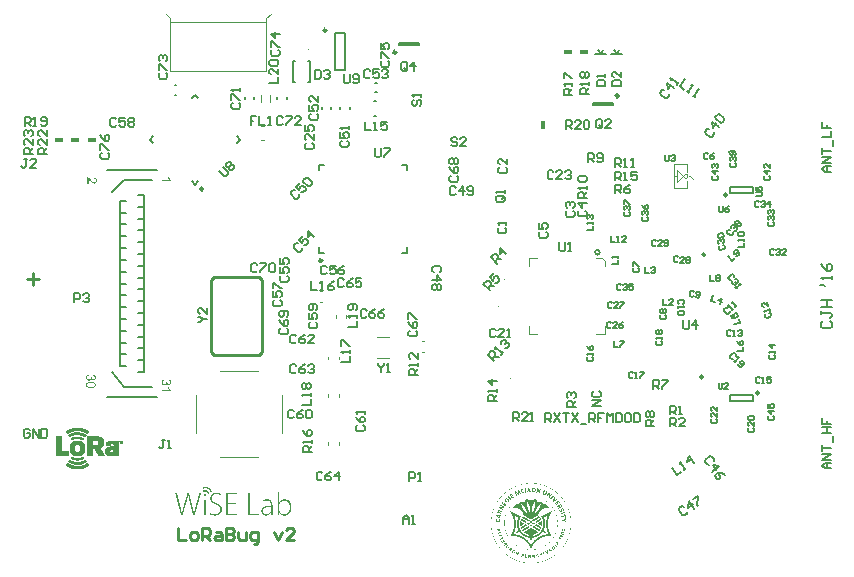
<source format=gto>
G04 Layer_Color=65535*
%FSLAX25Y25*%
%MOIN*%
G70*
G01*
G75*
%ADD13C,0.01000*%
%ADD96C,0.00700*%
%ADD97C,0.00800*%
%ADD115C,0.00984*%
%ADD116C,0.00394*%
%ADD117C,0.00787*%
%ADD118C,0.00591*%
%ADD119C,0.00492*%
%ADD120C,0.00500*%
%ADD121C,0.00021*%
%ADD122C,0.00669*%
%ADD123C,0.00598*%
%ADD124R,0.03000X0.01500*%
%ADD125R,0.01500X0.03000*%
G36*
X24629Y-28625D02*
X24682D01*
X24745Y-28630D01*
X24812Y-28635D01*
X24958Y-28650D01*
X25108Y-28669D01*
X25258Y-28693D01*
X25326Y-28712D01*
X25393Y-28732D01*
X25398D01*
X25408Y-28737D01*
X25427Y-28746D01*
X25451Y-28756D01*
X25480Y-28766D01*
X25514Y-28780D01*
X25592Y-28819D01*
X25679Y-28867D01*
X25766Y-28925D01*
X25848Y-28993D01*
X25926Y-29076D01*
Y-29080D01*
X25935Y-29085D01*
X25945Y-29100D01*
X25955Y-29119D01*
X25984Y-29168D01*
X26022Y-29235D01*
X26056Y-29318D01*
X26085Y-29419D01*
X26105Y-29531D01*
X26114Y-29656D01*
Y-29661D01*
Y-29666D01*
Y-29680D01*
Y-29700D01*
X26110Y-29748D01*
X26100Y-29806D01*
X26090Y-29874D01*
X26071Y-29952D01*
X26042Y-30029D01*
X26008Y-30102D01*
X26003Y-30111D01*
X25989Y-30136D01*
X25964Y-30169D01*
X25935Y-30218D01*
X25892Y-30266D01*
X25839Y-30319D01*
X25780Y-30373D01*
X25713Y-30421D01*
X25703Y-30426D01*
X25679Y-30440D01*
X25635Y-30465D01*
X25582Y-30494D01*
X25514Y-30523D01*
X25432Y-30557D01*
X25340Y-30590D01*
X25238Y-30619D01*
X25234D01*
X25224Y-30624D01*
X25209D01*
X25185Y-30629D01*
X25161Y-30639D01*
X25127Y-30644D01*
X25084Y-30648D01*
X25040Y-30658D01*
X24987Y-30663D01*
X24933Y-30668D01*
X24870Y-30678D01*
X24803Y-30682D01*
X24730Y-30687D01*
X24658D01*
X24488Y-30692D01*
X24396D01*
X24348Y-30687D01*
X24295D01*
X24232Y-30682D01*
X24164Y-30678D01*
X24019Y-30663D01*
X23869Y-30644D01*
X23719Y-30615D01*
X23651Y-30595D01*
X23583Y-30576D01*
X23578D01*
X23569Y-30571D01*
X23549Y-30566D01*
X23525Y-30557D01*
X23496Y-30542D01*
X23467Y-30527D01*
X23390Y-30489D01*
X23302Y-30440D01*
X23215Y-30382D01*
X23128Y-30315D01*
X23051Y-30232D01*
Y-30227D01*
X23041Y-30223D01*
X23036Y-30208D01*
X23022Y-30194D01*
X22993Y-30140D01*
X22959Y-30077D01*
X22925Y-29990D01*
X22896Y-29893D01*
X22876Y-29782D01*
X22867Y-29656D01*
Y-29651D01*
Y-29637D01*
Y-29613D01*
X22872Y-29579D01*
X22876Y-29540D01*
X22886Y-29497D01*
X22896Y-29448D01*
X22906Y-29395D01*
X22944Y-29279D01*
X22973Y-29216D01*
X23002Y-29158D01*
X23041Y-29095D01*
X23085Y-29037D01*
X23133Y-28984D01*
X23191Y-28930D01*
X23196Y-28925D01*
X23210Y-28916D01*
X23235Y-28901D01*
X23268Y-28882D01*
X23312Y-28858D01*
X23365Y-28833D01*
X23428Y-28804D01*
X23506Y-28775D01*
X23588Y-28746D01*
X23685Y-28717D01*
X23791Y-28693D01*
X23907Y-28669D01*
X24038Y-28650D01*
X24174Y-28635D01*
X24328Y-28625D01*
X24488Y-28621D01*
X24580D01*
X24629Y-28625D01*
D02*
G37*
G36*
X61188Y-65822D02*
Y-65878D01*
X61132D01*
Y-65935D01*
Y-65991D01*
Y-66047D01*
X61076D01*
Y-66103D01*
Y-66159D01*
Y-66216D01*
X61020D01*
Y-66272D01*
Y-66328D01*
Y-66384D01*
Y-66440D01*
X60963D01*
Y-66497D01*
Y-66553D01*
Y-66609D01*
Y-66665D01*
X60907D01*
Y-66722D01*
Y-66778D01*
Y-66834D01*
X60851D01*
Y-66890D01*
Y-66946D01*
Y-67003D01*
X60795D01*
Y-67059D01*
Y-67115D01*
Y-67171D01*
Y-67227D01*
X60739D01*
Y-67284D01*
Y-67340D01*
Y-67396D01*
X60682D01*
Y-67452D01*
Y-67509D01*
Y-67565D01*
Y-67621D01*
X60626D01*
Y-67677D01*
Y-67733D01*
Y-67790D01*
X60570D01*
Y-67846D01*
Y-67902D01*
Y-67958D01*
Y-68014D01*
X60514D01*
Y-68071D01*
Y-68127D01*
Y-68183D01*
X60457D01*
Y-68239D01*
Y-68295D01*
Y-68352D01*
Y-68408D01*
X60401D01*
Y-68464D01*
Y-68520D01*
Y-68577D01*
X60345D01*
Y-68633D01*
Y-68689D01*
Y-68745D01*
Y-68801D01*
X60289D01*
Y-68858D01*
Y-68914D01*
Y-68970D01*
X60233D01*
Y-69026D01*
Y-69082D01*
Y-69139D01*
X60176D01*
Y-69195D01*
Y-69251D01*
Y-69307D01*
Y-69363D01*
X60120D01*
Y-69420D01*
Y-69476D01*
Y-69532D01*
Y-69588D01*
X60064D01*
Y-69644D01*
Y-69701D01*
Y-69757D01*
X60008D01*
Y-69813D01*
Y-69869D01*
Y-69925D01*
X59952D01*
Y-69982D01*
Y-70038D01*
Y-70094D01*
Y-70150D01*
X59895D01*
Y-70206D01*
Y-70263D01*
Y-70319D01*
X59839D01*
Y-70375D01*
Y-70431D01*
Y-70488D01*
X59783D01*
Y-70544D01*
Y-70600D01*
Y-70656D01*
Y-70712D01*
X59727D01*
Y-70769D01*
Y-70825D01*
Y-70881D01*
Y-70937D01*
X59671D01*
Y-70994D01*
Y-71050D01*
Y-71106D01*
X59614D01*
Y-71162D01*
Y-71218D01*
Y-71275D01*
X59558D01*
Y-71331D01*
Y-71387D01*
Y-71443D01*
Y-71499D01*
X59502D01*
Y-71556D01*
Y-71612D01*
Y-71668D01*
Y-71724D01*
X59446D01*
Y-71780D01*
Y-71837D01*
Y-71893D01*
X59390D01*
Y-71949D01*
Y-72005D01*
Y-72061D01*
X59333D01*
Y-72118D01*
Y-72174D01*
Y-72230D01*
Y-72286D01*
X59277D01*
Y-72342D01*
Y-72399D01*
Y-72455D01*
Y-72511D01*
X59221D01*
Y-72567D01*
Y-72623D01*
Y-72680D01*
X59165D01*
Y-72736D01*
Y-72792D01*
Y-72848D01*
X59109D01*
Y-72905D01*
Y-72961D01*
Y-73017D01*
Y-73073D01*
X58546D01*
Y-73017D01*
X58490D01*
Y-72961D01*
Y-72905D01*
Y-72848D01*
Y-72792D01*
Y-72736D01*
X58434D01*
Y-72680D01*
Y-72623D01*
Y-72567D01*
Y-72511D01*
X58378D01*
Y-72455D01*
Y-72399D01*
Y-72342D01*
X58322D01*
Y-72286D01*
Y-72230D01*
Y-72174D01*
Y-72118D01*
X58265D01*
Y-72061D01*
Y-72005D01*
Y-71949D01*
Y-71893D01*
X58209D01*
Y-71837D01*
Y-71780D01*
Y-71724D01*
Y-71668D01*
X58153D01*
Y-71612D01*
Y-71556D01*
Y-71499D01*
Y-71443D01*
X58097D01*
Y-71387D01*
Y-71331D01*
Y-71275D01*
Y-71218D01*
X58040D01*
Y-71162D01*
Y-71106D01*
Y-71050D01*
Y-70994D01*
X57984D01*
Y-70937D01*
Y-70881D01*
Y-70825D01*
Y-70769D01*
X57928D01*
Y-70712D01*
Y-70656D01*
Y-70600D01*
X57872D01*
Y-70544D01*
Y-70488D01*
Y-70431D01*
Y-70375D01*
Y-70319D01*
X57816D01*
Y-70263D01*
Y-70206D01*
Y-70150D01*
Y-70094D01*
X57759D01*
Y-70038D01*
Y-69982D01*
Y-69925D01*
X57703D01*
Y-69869D01*
Y-69813D01*
Y-69757D01*
Y-69701D01*
X57647D01*
Y-69644D01*
Y-69588D01*
Y-69532D01*
Y-69476D01*
X57591D01*
Y-69420D01*
Y-69363D01*
Y-69307D01*
Y-69251D01*
X57535D01*
Y-69195D01*
Y-69139D01*
Y-69082D01*
Y-69026D01*
X57478D01*
Y-68970D01*
Y-68914D01*
Y-68858D01*
Y-68801D01*
X57422D01*
Y-68745D01*
Y-68689D01*
Y-68633D01*
Y-68577D01*
X57366D01*
Y-68520D01*
Y-68464D01*
Y-68408D01*
Y-68352D01*
X57310D01*
Y-68295D01*
Y-68239D01*
Y-68183D01*
Y-68127D01*
X57254D01*
Y-68071D01*
Y-68014D01*
Y-67958D01*
Y-67902D01*
X57197D01*
Y-67846D01*
Y-67790D01*
Y-67733D01*
Y-67677D01*
X57141D01*
Y-67621D01*
Y-67565D01*
Y-67509D01*
Y-67452D01*
Y-67396D01*
X57085D01*
Y-67340D01*
Y-67284D01*
Y-67227D01*
Y-67171D01*
X57029D01*
Y-67115D01*
Y-67059D01*
Y-67003D01*
Y-66946D01*
Y-66890D01*
Y-66834D01*
X56972D01*
Y-66778D01*
Y-66722D01*
Y-66665D01*
Y-66609D01*
Y-66553D01*
Y-66497D01*
Y-66440D01*
Y-66384D01*
X56860D01*
Y-66440D01*
Y-66497D01*
X56804D01*
Y-66553D01*
Y-66609D01*
Y-66665D01*
Y-66722D01*
Y-66778D01*
Y-66834D01*
X56748D01*
Y-66890D01*
Y-66946D01*
Y-67003D01*
Y-67059D01*
Y-67115D01*
X56691D01*
Y-67171D01*
Y-67227D01*
Y-67284D01*
Y-67340D01*
X56635D01*
Y-67396D01*
Y-67452D01*
Y-67509D01*
Y-67565D01*
X56579D01*
Y-67621D01*
Y-67677D01*
Y-67733D01*
Y-67790D01*
X56523D01*
Y-67846D01*
Y-67902D01*
Y-67958D01*
Y-68014D01*
X56467D01*
Y-68071D01*
Y-68127D01*
Y-68183D01*
X56410D01*
Y-68239D01*
Y-68295D01*
Y-68352D01*
X56354D01*
Y-68408D01*
Y-68464D01*
Y-68520D01*
Y-68577D01*
X56298D01*
Y-68633D01*
Y-68689D01*
Y-68745D01*
X56242D01*
Y-68801D01*
Y-68858D01*
Y-68914D01*
X56186D01*
Y-68970D01*
Y-69026D01*
Y-69082D01*
Y-69139D01*
X56129D01*
Y-69195D01*
Y-69251D01*
Y-69307D01*
Y-69363D01*
X56073D01*
Y-69420D01*
Y-69476D01*
Y-69532D01*
X56017D01*
Y-69588D01*
Y-69644D01*
Y-69701D01*
Y-69757D01*
X55961D01*
Y-69813D01*
Y-69869D01*
Y-69925D01*
X55905D01*
Y-69982D01*
Y-70038D01*
Y-70094D01*
Y-70150D01*
X55848D01*
Y-70206D01*
Y-70263D01*
Y-70319D01*
X55792D01*
Y-70375D01*
Y-70431D01*
Y-70488D01*
Y-70544D01*
X55736D01*
Y-70600D01*
Y-70656D01*
Y-70712D01*
X55680D01*
Y-70769D01*
Y-70825D01*
Y-70881D01*
Y-70937D01*
X55624D01*
Y-70994D01*
Y-71050D01*
Y-71106D01*
X55567D01*
Y-71162D01*
Y-71218D01*
Y-71275D01*
Y-71331D01*
X55511D01*
Y-71387D01*
Y-71443D01*
Y-71499D01*
Y-71556D01*
X55455D01*
Y-71612D01*
Y-71668D01*
Y-71724D01*
X55399D01*
Y-71780D01*
Y-71837D01*
Y-71893D01*
X55343D01*
Y-71949D01*
Y-72005D01*
Y-72061D01*
Y-72118D01*
X55286D01*
Y-72174D01*
Y-72230D01*
Y-72286D01*
Y-72342D01*
X55230D01*
Y-72399D01*
Y-72455D01*
Y-72511D01*
X55174D01*
Y-72567D01*
Y-72623D01*
Y-72680D01*
X55118D01*
Y-72736D01*
Y-72792D01*
Y-72848D01*
Y-72905D01*
X55061D01*
Y-72961D01*
Y-73017D01*
Y-73073D01*
X54499D01*
Y-73017D01*
Y-72961D01*
Y-72905D01*
X54443D01*
Y-72848D01*
Y-72792D01*
Y-72736D01*
Y-72680D01*
X54387D01*
Y-72623D01*
Y-72567D01*
Y-72511D01*
Y-72455D01*
X54331D01*
Y-72399D01*
Y-72342D01*
Y-72286D01*
X54274D01*
Y-72230D01*
Y-72174D01*
Y-72118D01*
Y-72061D01*
X54218D01*
Y-72005D01*
Y-71949D01*
Y-71893D01*
Y-71837D01*
X54162D01*
Y-71780D01*
Y-71724D01*
Y-71668D01*
Y-71612D01*
X54106D01*
Y-71556D01*
Y-71499D01*
Y-71443D01*
Y-71387D01*
X54050D01*
Y-71331D01*
Y-71275D01*
Y-71218D01*
Y-71162D01*
X53993D01*
Y-71106D01*
Y-71050D01*
Y-70994D01*
Y-70937D01*
X53937D01*
Y-70881D01*
Y-70825D01*
Y-70769D01*
X53881D01*
Y-70712D01*
Y-70656D01*
Y-70600D01*
Y-70544D01*
X53825D01*
Y-70488D01*
Y-70431D01*
Y-70375D01*
Y-70319D01*
X53769D01*
Y-70263D01*
Y-70206D01*
Y-70150D01*
Y-70094D01*
X53712D01*
Y-70038D01*
Y-69982D01*
Y-69925D01*
Y-69869D01*
X53656D01*
Y-69813D01*
Y-69757D01*
Y-69701D01*
Y-69644D01*
X53600D01*
Y-69588D01*
Y-69532D01*
Y-69476D01*
Y-69420D01*
X53544D01*
Y-69363D01*
Y-69307D01*
Y-69251D01*
Y-69195D01*
X53488D01*
Y-69139D01*
Y-69082D01*
Y-69026D01*
X53431D01*
Y-68970D01*
Y-68914D01*
Y-68858D01*
Y-68801D01*
X53375D01*
Y-68745D01*
Y-68689D01*
Y-68633D01*
Y-68577D01*
Y-68520D01*
X53319D01*
Y-68464D01*
Y-68408D01*
Y-68352D01*
Y-68295D01*
X53263D01*
Y-68239D01*
Y-68183D01*
Y-68127D01*
X53206D01*
Y-68071D01*
Y-68014D01*
Y-67958D01*
Y-67902D01*
X53150D01*
Y-67846D01*
Y-67790D01*
Y-67733D01*
Y-67677D01*
X53094D01*
Y-67621D01*
Y-67565D01*
Y-67509D01*
Y-67452D01*
X53038D01*
Y-67396D01*
Y-67340D01*
Y-67284D01*
Y-67227D01*
X52982D01*
Y-67171D01*
Y-67115D01*
Y-67059D01*
Y-67003D01*
X52925D01*
Y-66946D01*
Y-66890D01*
Y-66834D01*
Y-66778D01*
X52869D01*
Y-66722D01*
Y-66665D01*
Y-66609D01*
X52813D01*
Y-66553D01*
Y-66497D01*
Y-66440D01*
Y-66384D01*
X52757D01*
Y-66328D01*
Y-66272D01*
Y-66216D01*
Y-66159D01*
X52701D01*
Y-66103D01*
Y-66047D01*
Y-65991D01*
Y-65935D01*
X52644D01*
Y-65878D01*
Y-65822D01*
Y-65766D01*
X53206D01*
Y-65822D01*
Y-65878D01*
Y-65935D01*
Y-65991D01*
X53263D01*
Y-66047D01*
Y-66103D01*
Y-66159D01*
X53319D01*
Y-66216D01*
Y-66272D01*
Y-66328D01*
Y-66384D01*
Y-66440D01*
X53375D01*
Y-66497D01*
Y-66553D01*
Y-66609D01*
Y-66665D01*
X53431D01*
Y-66722D01*
Y-66778D01*
Y-66834D01*
Y-66890D01*
X53488D01*
Y-66946D01*
Y-67003D01*
Y-67059D01*
X53544D01*
Y-67115D01*
Y-67171D01*
Y-67227D01*
Y-67284D01*
Y-67340D01*
X53600D01*
Y-67396D01*
Y-67452D01*
Y-67509D01*
Y-67565D01*
X53656D01*
Y-67621D01*
Y-67677D01*
Y-67733D01*
Y-67790D01*
X53712D01*
Y-67846D01*
Y-67902D01*
Y-67958D01*
X53769D01*
Y-68014D01*
Y-68071D01*
Y-68127D01*
Y-68183D01*
Y-68239D01*
X53825D01*
Y-68295D01*
Y-68352D01*
Y-68408D01*
Y-68464D01*
X53881D01*
Y-68520D01*
Y-68577D01*
Y-68633D01*
Y-68689D01*
X53937D01*
Y-68745D01*
Y-68801D01*
Y-68858D01*
X53993D01*
Y-68914D01*
Y-68970D01*
Y-69026D01*
Y-69082D01*
Y-69139D01*
X54050D01*
Y-69195D01*
Y-69251D01*
Y-69307D01*
Y-69363D01*
X54106D01*
Y-69420D01*
Y-69476D01*
Y-69532D01*
X54162D01*
Y-69588D01*
Y-69644D01*
Y-69701D01*
Y-69757D01*
Y-69813D01*
X54218D01*
Y-69869D01*
Y-69925D01*
Y-69982D01*
Y-70038D01*
X54274D01*
Y-70094D01*
Y-70150D01*
Y-70206D01*
Y-70263D01*
X54331D01*
Y-70319D01*
Y-70375D01*
Y-70431D01*
Y-70488D01*
X54387D01*
Y-70544D01*
Y-70600D01*
Y-70656D01*
Y-70712D01*
X54443D01*
Y-70769D01*
Y-70825D01*
Y-70881D01*
Y-70937D01*
Y-70994D01*
X54499D01*
Y-71050D01*
Y-71106D01*
Y-71162D01*
Y-71218D01*
X54555D01*
Y-71275D01*
Y-71331D01*
Y-71387D01*
Y-71443D01*
X54612D01*
Y-71499D01*
Y-71556D01*
Y-71612D01*
Y-71668D01*
Y-71724D01*
X54668D01*
Y-71780D01*
Y-71837D01*
Y-71893D01*
Y-71949D01*
Y-72005D01*
X54724D01*
Y-72061D01*
Y-72118D01*
Y-72174D01*
Y-72230D01*
Y-72286D01*
X54780D01*
Y-72342D01*
Y-72399D01*
X54893D01*
Y-72342D01*
Y-72286D01*
Y-72230D01*
Y-72174D01*
Y-72118D01*
Y-72061D01*
X54949D01*
Y-72005D01*
Y-71949D01*
Y-71893D01*
Y-71837D01*
Y-71780D01*
X55005D01*
Y-71724D01*
Y-71668D01*
Y-71612D01*
Y-71556D01*
X55061D01*
Y-71499D01*
Y-71443D01*
Y-71387D01*
Y-71331D01*
X55118D01*
Y-71275D01*
Y-71218D01*
Y-71162D01*
Y-71106D01*
X55174D01*
Y-71050D01*
Y-70994D01*
Y-70937D01*
Y-70881D01*
X55230D01*
Y-70825D01*
Y-70769D01*
Y-70712D01*
X55286D01*
Y-70656D01*
Y-70600D01*
Y-70544D01*
Y-70488D01*
X55343D01*
Y-70431D01*
Y-70375D01*
Y-70319D01*
Y-70263D01*
X55399D01*
Y-70206D01*
Y-70150D01*
Y-70094D01*
X55455D01*
Y-70038D01*
Y-69982D01*
Y-69925D01*
Y-69869D01*
X55511D01*
Y-69813D01*
Y-69757D01*
Y-69701D01*
Y-69644D01*
X55567D01*
Y-69588D01*
Y-69532D01*
Y-69476D01*
X55624D01*
Y-69420D01*
Y-69363D01*
Y-69307D01*
X55680D01*
Y-69251D01*
Y-69195D01*
Y-69139D01*
Y-69082D01*
X55736D01*
Y-69026D01*
Y-68970D01*
Y-68914D01*
Y-68858D01*
X55792D01*
Y-68801D01*
Y-68745D01*
Y-68689D01*
X55848D01*
Y-68633D01*
Y-68577D01*
Y-68520D01*
X55905D01*
Y-68464D01*
Y-68408D01*
Y-68352D01*
Y-68295D01*
X55961D01*
Y-68239D01*
Y-68183D01*
Y-68127D01*
Y-68071D01*
X56017D01*
Y-68014D01*
Y-67958D01*
Y-67902D01*
X56073D01*
Y-67846D01*
Y-67790D01*
Y-67733D01*
Y-67677D01*
X56129D01*
Y-67621D01*
Y-67565D01*
Y-67509D01*
Y-67452D01*
X56186D01*
Y-67396D01*
Y-67340D01*
Y-67284D01*
X56242D01*
Y-67227D01*
Y-67171D01*
Y-67115D01*
X56298D01*
Y-67059D01*
Y-67003D01*
Y-66946D01*
Y-66890D01*
X56354D01*
Y-66834D01*
Y-66778D01*
Y-66722D01*
Y-66665D01*
X56410D01*
Y-66609D01*
Y-66553D01*
Y-66497D01*
X56467D01*
Y-66440D01*
Y-66384D01*
Y-66328D01*
X56523D01*
Y-66272D01*
Y-66216D01*
Y-66159D01*
Y-66103D01*
X56579D01*
Y-66047D01*
Y-65991D01*
Y-65935D01*
Y-65878D01*
X56635D01*
Y-65822D01*
Y-65766D01*
X57197D01*
Y-65822D01*
Y-65878D01*
Y-65935D01*
X57254D01*
Y-65991D01*
Y-66047D01*
Y-66103D01*
Y-66159D01*
X57310D01*
Y-66216D01*
Y-66272D01*
Y-66328D01*
X57366D01*
Y-66384D01*
Y-66440D01*
Y-66497D01*
Y-66553D01*
X57422D01*
Y-66609D01*
Y-66665D01*
Y-66722D01*
Y-66778D01*
Y-66834D01*
X57478D01*
Y-66890D01*
Y-66946D01*
Y-67003D01*
Y-67059D01*
X57535D01*
Y-67115D01*
Y-67171D01*
Y-67227D01*
X57591D01*
Y-67284D01*
Y-67340D01*
Y-67396D01*
Y-67452D01*
X57647D01*
Y-67509D01*
Y-67565D01*
Y-67621D01*
Y-67677D01*
X57703D01*
Y-67733D01*
Y-67790D01*
Y-67846D01*
Y-67902D01*
X57759D01*
Y-67958D01*
Y-68014D01*
Y-68071D01*
Y-68127D01*
X57816D01*
Y-68183D01*
Y-68239D01*
Y-68295D01*
Y-68352D01*
X57872D01*
Y-68408D01*
Y-68464D01*
Y-68520D01*
Y-68577D01*
X57928D01*
Y-68633D01*
Y-68689D01*
Y-68745D01*
X57984D01*
Y-68801D01*
Y-68858D01*
Y-68914D01*
Y-68970D01*
X58040D01*
Y-69026D01*
Y-69082D01*
Y-69139D01*
Y-69195D01*
X58097D01*
Y-69251D01*
Y-69307D01*
Y-69363D01*
Y-69420D01*
X58153D01*
Y-69476D01*
Y-69532D01*
Y-69588D01*
Y-69644D01*
X58209D01*
Y-69701D01*
Y-69757D01*
Y-69813D01*
Y-69869D01*
X58265D01*
Y-69925D01*
Y-69982D01*
Y-70038D01*
Y-70094D01*
X58322D01*
Y-70150D01*
Y-70206D01*
Y-70263D01*
Y-70319D01*
X58378D01*
Y-70375D01*
Y-70431D01*
Y-70488D01*
X58434D01*
Y-70544D01*
Y-70600D01*
Y-70656D01*
Y-70712D01*
X58490D01*
Y-70769D01*
Y-70825D01*
Y-70881D01*
Y-70937D01*
Y-70994D01*
X58546D01*
Y-71050D01*
Y-71106D01*
Y-71162D01*
Y-71218D01*
X58603D01*
Y-71275D01*
Y-71331D01*
Y-71387D01*
Y-71443D01*
X58659D01*
Y-71499D01*
Y-71556D01*
Y-71612D01*
Y-71668D01*
Y-71724D01*
Y-71780D01*
X58715D01*
Y-71837D01*
Y-71893D01*
Y-71949D01*
Y-72005D01*
Y-72061D01*
Y-72118D01*
X58771D01*
Y-72174D01*
Y-72230D01*
Y-72286D01*
Y-72342D01*
Y-72399D01*
X58884D01*
Y-72342D01*
Y-72286D01*
Y-72230D01*
Y-72174D01*
X58940D01*
Y-72118D01*
Y-72061D01*
Y-72005D01*
Y-71949D01*
Y-71893D01*
X58996D01*
Y-71837D01*
Y-71780D01*
Y-71724D01*
Y-71668D01*
X59052D01*
Y-71612D01*
Y-71556D01*
Y-71499D01*
Y-71443D01*
X59109D01*
Y-71387D01*
Y-71331D01*
Y-71275D01*
Y-71218D01*
X59165D01*
Y-71162D01*
Y-71106D01*
Y-71050D01*
Y-70994D01*
X59221D01*
Y-70937D01*
Y-70881D01*
Y-70825D01*
X59277D01*
Y-70769D01*
Y-70712D01*
Y-70656D01*
Y-70600D01*
X59333D01*
Y-70544D01*
Y-70488D01*
Y-70431D01*
Y-70375D01*
X59390D01*
Y-70319D01*
Y-70263D01*
Y-70206D01*
Y-70150D01*
X59446D01*
Y-70094D01*
Y-70038D01*
Y-69982D01*
X59502D01*
Y-69925D01*
Y-69869D01*
Y-69813D01*
Y-69757D01*
X59558D01*
Y-69701D01*
Y-69644D01*
Y-69588D01*
Y-69532D01*
X59614D01*
Y-69476D01*
Y-69420D01*
Y-69363D01*
X59671D01*
Y-69307D01*
Y-69251D01*
Y-69195D01*
Y-69139D01*
X59727D01*
Y-69082D01*
Y-69026D01*
Y-68970D01*
X59783D01*
Y-68914D01*
Y-68858D01*
Y-68801D01*
Y-68745D01*
X59839D01*
Y-68689D01*
Y-68633D01*
Y-68577D01*
Y-68520D01*
X59895D01*
Y-68464D01*
Y-68408D01*
Y-68352D01*
X59952D01*
Y-68295D01*
Y-68239D01*
Y-68183D01*
Y-68127D01*
X60008D01*
Y-68071D01*
Y-68014D01*
Y-67958D01*
Y-67902D01*
X60064D01*
Y-67846D01*
Y-67790D01*
Y-67733D01*
X60120D01*
Y-67677D01*
Y-67621D01*
Y-67565D01*
X60176D01*
Y-67509D01*
Y-67452D01*
Y-67396D01*
Y-67340D01*
X60233D01*
Y-67284D01*
Y-67227D01*
Y-67171D01*
Y-67115D01*
X60289D01*
Y-67059D01*
Y-67003D01*
Y-66946D01*
X60345D01*
Y-66890D01*
Y-66834D01*
Y-66778D01*
Y-66722D01*
X60401D01*
Y-66665D01*
Y-66609D01*
Y-66553D01*
X60457D01*
Y-66497D01*
Y-66440D01*
Y-66384D01*
Y-66328D01*
X60514D01*
Y-66272D01*
Y-66216D01*
Y-66159D01*
X60570D01*
Y-66103D01*
Y-66047D01*
Y-65991D01*
Y-65935D01*
X60626D01*
Y-65878D01*
Y-65822D01*
Y-65766D01*
X61188D01*
Y-65822D01*
D02*
G37*
G36*
X23815Y-26549D02*
X23811D01*
X23801Y-26554D01*
X23781D01*
X23762Y-26564D01*
X23704Y-26578D01*
X23631Y-26602D01*
X23554Y-26631D01*
X23472Y-26670D01*
X23399Y-26718D01*
X23336Y-26772D01*
X23331Y-26781D01*
X23312Y-26801D01*
X23293Y-26835D01*
X23264Y-26883D01*
X23239Y-26936D01*
X23215Y-27004D01*
X23196Y-27081D01*
X23191Y-27164D01*
Y-27169D01*
Y-27178D01*
Y-27193D01*
X23196Y-27212D01*
X23201Y-27261D01*
X23215Y-27323D01*
X23239Y-27401D01*
X23268Y-27478D01*
X23317Y-27556D01*
X23380Y-27628D01*
X23390Y-27638D01*
X23414Y-27657D01*
X23452Y-27686D01*
X23510Y-27725D01*
X23578Y-27759D01*
X23661Y-27788D01*
X23753Y-27807D01*
X23854Y-27817D01*
X23878D01*
X23898Y-27812D01*
X23946Y-27807D01*
X24009Y-27793D01*
X24077Y-27774D01*
X24154Y-27740D01*
X24227Y-27696D01*
X24295Y-27638D01*
X24304Y-27628D01*
X24324Y-27609D01*
X24348Y-27570D01*
X24382Y-27517D01*
X24416Y-27454D01*
X24440Y-27377D01*
X24459Y-27294D01*
X24469Y-27198D01*
Y-27193D01*
Y-27178D01*
Y-27154D01*
X24464Y-27120D01*
X24459Y-27081D01*
X24454Y-27033D01*
X24445Y-26980D01*
X24430Y-26922D01*
X24774Y-26965D01*
Y-26970D01*
Y-26989D01*
X24769Y-27009D01*
Y-27028D01*
Y-27033D01*
Y-27038D01*
Y-27052D01*
Y-27072D01*
X24774Y-27115D01*
X24783Y-27178D01*
X24798Y-27246D01*
X24822Y-27319D01*
X24851Y-27396D01*
X24895Y-27474D01*
X24900Y-27483D01*
X24919Y-27507D01*
X24953Y-27536D01*
X24996Y-27575D01*
X25050Y-27614D01*
X25117Y-27643D01*
X25200Y-27667D01*
X25296Y-27677D01*
X25330D01*
X25369Y-27667D01*
X25422Y-27657D01*
X25475Y-27643D01*
X25534Y-27614D01*
X25596Y-27580D01*
X25650Y-27532D01*
X25655Y-27527D01*
X25674Y-27507D01*
X25698Y-27474D01*
X25722Y-27430D01*
X25751Y-27377D01*
X25771Y-27314D01*
X25790Y-27241D01*
X25795Y-27159D01*
Y-27154D01*
Y-27149D01*
Y-27120D01*
X25785Y-27077D01*
X25776Y-27028D01*
X25761Y-26965D01*
X25732Y-26902D01*
X25698Y-26839D01*
X25650Y-26776D01*
X25645Y-26772D01*
X25626Y-26752D01*
X25592Y-26728D01*
X25543Y-26699D01*
X25485Y-26665D01*
X25413Y-26636D01*
X25326Y-26607D01*
X25224Y-26588D01*
X25292Y-26196D01*
X25296D01*
X25311Y-26201D01*
X25330Y-26205D01*
X25354Y-26210D01*
X25388Y-26220D01*
X25427Y-26230D01*
X25514Y-26263D01*
X25611Y-26302D01*
X25713Y-26360D01*
X25809Y-26428D01*
X25897Y-26515D01*
X25901Y-26520D01*
X25906Y-26525D01*
X25916Y-26539D01*
X25931Y-26564D01*
X25945Y-26588D01*
X25964Y-26617D01*
X26008Y-26689D01*
X26047Y-26781D01*
X26081Y-26893D01*
X26105Y-27014D01*
X26114Y-27081D01*
Y-27149D01*
Y-27154D01*
Y-27159D01*
Y-27173D01*
Y-27193D01*
X26110Y-27241D01*
X26100Y-27304D01*
X26085Y-27377D01*
X26066Y-27459D01*
X26037Y-27541D01*
X25998Y-27624D01*
Y-27628D01*
X25993Y-27633D01*
X25979Y-27662D01*
X25955Y-27701D01*
X25921Y-27749D01*
X25877Y-27803D01*
X25824Y-27861D01*
X25761Y-27914D01*
X25693Y-27962D01*
X25684Y-27967D01*
X25659Y-27982D01*
X25621Y-28001D01*
X25572Y-28020D01*
X25509Y-28040D01*
X25442Y-28059D01*
X25369Y-28074D01*
X25287Y-28078D01*
X25253D01*
X25214Y-28074D01*
X25166Y-28064D01*
X25108Y-28049D01*
X25045Y-28030D01*
X24977Y-28006D01*
X24914Y-27967D01*
X24904Y-27962D01*
X24885Y-27948D01*
X24856Y-27919D01*
X24817Y-27885D01*
X24774Y-27836D01*
X24730Y-27783D01*
X24682Y-27716D01*
X24643Y-27638D01*
Y-27643D01*
X24638Y-27653D01*
Y-27667D01*
X24629Y-27686D01*
X24614Y-27735D01*
X24585Y-27798D01*
X24551Y-27865D01*
X24503Y-27938D01*
X24445Y-28011D01*
X24372Y-28074D01*
X24362Y-28078D01*
X24333Y-28098D01*
X24290Y-28122D01*
X24232Y-28156D01*
X24159Y-28185D01*
X24072Y-28209D01*
X23970Y-28229D01*
X23859Y-28233D01*
X23820D01*
X23791Y-28229D01*
X23753Y-28224D01*
X23714Y-28219D01*
X23665Y-28209D01*
X23617Y-28195D01*
X23506Y-28161D01*
X23443Y-28137D01*
X23385Y-28103D01*
X23327Y-28069D01*
X23268Y-28030D01*
X23210Y-27982D01*
X23152Y-27928D01*
X23147Y-27924D01*
X23138Y-27914D01*
X23128Y-27899D01*
X23109Y-27875D01*
X23085Y-27846D01*
X23060Y-27807D01*
X23036Y-27764D01*
X23012Y-27720D01*
X22983Y-27667D01*
X22959Y-27609D01*
X22934Y-27546D01*
X22910Y-27478D01*
X22891Y-27406D01*
X22881Y-27328D01*
X22872Y-27246D01*
X22867Y-27164D01*
Y-27159D01*
Y-27144D01*
Y-27125D01*
X22872Y-27096D01*
X22876Y-27057D01*
X22881Y-27018D01*
X22886Y-26970D01*
X22896Y-26922D01*
X22925Y-26810D01*
X22973Y-26694D01*
X22997Y-26636D01*
X23031Y-26583D01*
X23070Y-26525D01*
X23114Y-26472D01*
X23118Y-26467D01*
X23123Y-26462D01*
X23138Y-26447D01*
X23157Y-26428D01*
X23186Y-26409D01*
X23215Y-26384D01*
X23249Y-26355D01*
X23288Y-26331D01*
X23385Y-26273D01*
X23496Y-26225D01*
X23622Y-26181D01*
X23690Y-26167D01*
X23762Y-26157D01*
X23815Y-26549D01*
D02*
G37*
G36*
X62706Y-65991D02*
X62762D01*
Y-66047D01*
X62818D01*
Y-66103D01*
X62875D01*
Y-66159D01*
Y-66216D01*
Y-66272D01*
X62931D01*
Y-66328D01*
Y-66384D01*
Y-66440D01*
X62875D01*
Y-66497D01*
Y-66553D01*
Y-66609D01*
X62818D01*
Y-66665D01*
X62762D01*
Y-66722D01*
X62706D01*
Y-66778D01*
X62256D01*
Y-66722D01*
X62200D01*
Y-66665D01*
X62144D01*
Y-66609D01*
Y-66553D01*
X62088D01*
Y-66497D01*
Y-66440D01*
Y-66384D01*
Y-66328D01*
Y-66272D01*
Y-66216D01*
Y-66159D01*
X62144D01*
Y-66103D01*
Y-66047D01*
X62200D01*
Y-65991D01*
X62312D01*
Y-65935D01*
X62706D01*
Y-65991D01*
D02*
G37*
G36*
X50513Y39586D02*
X50518Y39577D01*
X50527Y39557D01*
X50542Y39538D01*
X50556Y39509D01*
X50571Y39475D01*
X50614Y39397D01*
X50668Y39310D01*
X50731Y39213D01*
X50803Y39117D01*
X50881Y39025D01*
X50885Y39020D01*
X50890Y39015D01*
X50919Y38986D01*
X50963Y38942D01*
X51016Y38889D01*
X51084Y38831D01*
X51157Y38773D01*
X51234Y38720D01*
X51311Y38676D01*
Y38420D01*
X48117D01*
Y38812D01*
X50605D01*
X50600Y38817D01*
X50581Y38836D01*
X50556Y38870D01*
X50523Y38913D01*
X50479Y38967D01*
X50435Y39030D01*
X50382Y39102D01*
X50334Y39184D01*
Y39189D01*
X50329Y39194D01*
X50309Y39223D01*
X50285Y39267D01*
X50256Y39320D01*
X50222Y39383D01*
X50193Y39451D01*
X50160Y39523D01*
X50130Y39591D01*
X50513D01*
Y39586D01*
D02*
G37*
G36*
X23401Y39581D02*
X23440Y39577D01*
X23483Y39572D01*
X23532Y39557D01*
X23580Y39543D01*
X23585D01*
X23590Y39538D01*
X23619Y39528D01*
X23658Y39509D01*
X23716Y39480D01*
X23779Y39446D01*
X23851Y39397D01*
X23924Y39349D01*
X24001Y39286D01*
X24006D01*
X24011Y39276D01*
X24040Y39252D01*
X24084Y39213D01*
X24142Y39155D01*
X24209Y39083D01*
X24292Y38996D01*
X24384Y38889D01*
X24485Y38773D01*
X24490Y38768D01*
X24505Y38749D01*
X24524Y38725D01*
X24558Y38691D01*
X24592Y38647D01*
X24635Y38599D01*
X24727Y38492D01*
X24839Y38376D01*
X24950Y38260D01*
X25003Y38202D01*
X25056Y38153D01*
X25110Y38110D01*
X25158Y38071D01*
X25163D01*
X25168Y38062D01*
X25182Y38052D01*
X25202Y38042D01*
X25250Y38013D01*
X25313Y37979D01*
X25385Y37945D01*
X25463Y37916D01*
X25550Y37897D01*
X25632Y37887D01*
X25642D01*
X25671Y37892D01*
X25715Y37897D01*
X25768Y37907D01*
X25831Y37931D01*
X25894Y37960D01*
X25962Y37999D01*
X26024Y38057D01*
X26029Y38066D01*
X26049Y38086D01*
X26073Y38124D01*
X26107Y38173D01*
X26136Y38236D01*
X26160Y38308D01*
X26179Y38396D01*
X26184Y38492D01*
Y38497D01*
Y38507D01*
Y38521D01*
X26179Y38541D01*
X26174Y38589D01*
X26165Y38652D01*
X26141Y38725D01*
X26112Y38802D01*
X26068Y38875D01*
X26010Y38942D01*
X26000Y38947D01*
X25981Y38967D01*
X25942Y38996D01*
X25889Y39025D01*
X25821Y39059D01*
X25744Y39083D01*
X25652Y39102D01*
X25545Y39112D01*
X25589Y39514D01*
X25608D01*
X25632Y39509D01*
X25661Y39504D01*
X25700Y39494D01*
X25744Y39489D01*
X25840Y39460D01*
X25952Y39422D01*
X26063Y39368D01*
X26174Y39296D01*
X26223Y39257D01*
X26271Y39209D01*
X26276Y39204D01*
X26281Y39194D01*
X26295Y39180D01*
X26310Y39160D01*
X26324Y39131D01*
X26349Y39097D01*
X26368Y39059D01*
X26392Y39015D01*
X26412Y38967D01*
X26436Y38913D01*
X26455Y38851D01*
X26470Y38788D01*
X26499Y38642D01*
X26504Y38565D01*
X26508Y38483D01*
Y38478D01*
Y38463D01*
Y38439D01*
X26504Y38405D01*
X26499Y38366D01*
X26494Y38323D01*
X26489Y38274D01*
X26474Y38221D01*
X26445Y38105D01*
X26402Y37984D01*
X26373Y37921D01*
X26339Y37863D01*
X26295Y37810D01*
X26252Y37757D01*
X26247Y37752D01*
X26242Y37747D01*
X26228Y37732D01*
X26208Y37713D01*
X26179Y37694D01*
X26150Y37670D01*
X26078Y37621D01*
X25986Y37573D01*
X25879Y37529D01*
X25758Y37495D01*
X25690Y37490D01*
X25623Y37486D01*
X25589D01*
X25550Y37490D01*
X25502Y37495D01*
X25444Y37505D01*
X25381Y37519D01*
X25313Y37539D01*
X25245Y37568D01*
X25236Y37573D01*
X25211Y37582D01*
X25177Y37602D01*
X25129Y37631D01*
X25071Y37665D01*
X25003Y37708D01*
X24935Y37766D01*
X24858Y37829D01*
X24848Y37839D01*
X24819Y37863D01*
X24776Y37907D01*
X24747Y37936D01*
X24713Y37970D01*
X24674Y38008D01*
X24631Y38057D01*
X24587Y38105D01*
X24534Y38158D01*
X24480Y38216D01*
X24422Y38284D01*
X24364Y38352D01*
X24296Y38429D01*
X24292Y38434D01*
X24282Y38444D01*
X24268Y38463D01*
X24248Y38487D01*
X24200Y38546D01*
X24137Y38618D01*
X24069Y38691D01*
X24001Y38768D01*
X23943Y38831D01*
X23919Y38855D01*
X23895Y38879D01*
X23890Y38884D01*
X23875Y38894D01*
X23856Y38913D01*
X23827Y38938D01*
X23764Y38991D01*
X23687Y39044D01*
Y37481D01*
X23314D01*
Y39586D01*
X23367D01*
X23401Y39581D01*
D02*
G37*
G36*
X87213Y-65429D02*
Y-65485D01*
Y-65541D01*
Y-65597D01*
Y-65654D01*
Y-65710D01*
Y-65766D01*
Y-65822D01*
Y-65878D01*
Y-65935D01*
Y-65991D01*
Y-66047D01*
Y-66103D01*
Y-66159D01*
Y-66216D01*
Y-66272D01*
Y-66328D01*
Y-66384D01*
Y-66440D01*
Y-66497D01*
Y-66553D01*
Y-66609D01*
Y-66665D01*
Y-66722D01*
Y-66778D01*
Y-66834D01*
Y-66890D01*
Y-66946D01*
Y-67003D01*
Y-67059D01*
Y-67115D01*
Y-67171D01*
Y-67227D01*
Y-67284D01*
Y-67340D01*
Y-67396D01*
Y-67452D01*
Y-67509D01*
Y-67565D01*
Y-67621D01*
Y-67677D01*
Y-67733D01*
Y-67790D01*
Y-67846D01*
Y-67902D01*
Y-67958D01*
Y-68014D01*
Y-68071D01*
Y-68127D01*
Y-68183D01*
Y-68239D01*
Y-68295D01*
Y-68352D01*
Y-68408D01*
Y-68464D01*
Y-68520D01*
Y-68577D01*
Y-68633D01*
Y-68689D01*
Y-68745D01*
Y-68801D01*
X87382D01*
Y-68745D01*
Y-68689D01*
Y-68633D01*
X87438D01*
Y-68577D01*
X87494D01*
Y-68520D01*
Y-68464D01*
X87550D01*
Y-68408D01*
X87607D01*
Y-68352D01*
X87663D01*
Y-68295D01*
X87719D01*
Y-68239D01*
X87775D01*
Y-68183D01*
X87888D01*
Y-68127D01*
X87944D01*
Y-68071D01*
X88056D01*
Y-68014D01*
X88112D01*
Y-67958D01*
X88281D01*
Y-67902D01*
X88450D01*
Y-67846D01*
X88618D01*
Y-67790D01*
X88956D01*
Y-67733D01*
X89293D01*
Y-67790D01*
X89630D01*
Y-67846D01*
X89799D01*
Y-67902D01*
X89967D01*
Y-67958D01*
X90080D01*
Y-68014D01*
X90192D01*
Y-68071D01*
X90249D01*
Y-68127D01*
X90361D01*
Y-68183D01*
X90417D01*
Y-68239D01*
X90473D01*
Y-68295D01*
X90530D01*
Y-68352D01*
X90586D01*
Y-68408D01*
X90642D01*
Y-68464D01*
X90698D01*
Y-68520D01*
X90754D01*
Y-68577D01*
X90811D01*
Y-68633D01*
Y-68689D01*
X90867D01*
Y-68745D01*
X90923D01*
Y-68801D01*
Y-68858D01*
X90979D01*
Y-68914D01*
Y-68970D01*
X91035D01*
Y-69026D01*
Y-69082D01*
X91092D01*
Y-69139D01*
Y-69195D01*
Y-69251D01*
X91148D01*
Y-69307D01*
Y-69363D01*
Y-69420D01*
X91204D01*
Y-69476D01*
Y-69532D01*
Y-69588D01*
Y-69644D01*
X91260D01*
Y-69701D01*
Y-69757D01*
Y-69813D01*
Y-69869D01*
Y-69925D01*
Y-69982D01*
Y-70038D01*
X91316D01*
Y-70094D01*
Y-70150D01*
Y-70206D01*
Y-70263D01*
Y-70319D01*
Y-70375D01*
Y-70431D01*
Y-70488D01*
Y-70544D01*
Y-70600D01*
Y-70656D01*
Y-70712D01*
Y-70769D01*
Y-70825D01*
X91260D01*
Y-70881D01*
Y-70937D01*
Y-70994D01*
Y-71050D01*
Y-71106D01*
Y-71162D01*
Y-71218D01*
X91204D01*
Y-71275D01*
Y-71331D01*
Y-71387D01*
Y-71443D01*
Y-71499D01*
X91148D01*
Y-71556D01*
Y-71612D01*
Y-71668D01*
X91092D01*
Y-71724D01*
Y-71780D01*
X91035D01*
Y-71837D01*
Y-71893D01*
X90979D01*
Y-71949D01*
Y-72005D01*
X90923D01*
Y-72061D01*
Y-72118D01*
X90867D01*
Y-72174D01*
Y-72230D01*
X90811D01*
Y-72286D01*
X90754D01*
Y-72342D01*
Y-72399D01*
X90698D01*
Y-72455D01*
X90642D01*
Y-72511D01*
X90586D01*
Y-72567D01*
X90530D01*
Y-72623D01*
X90473D01*
Y-72680D01*
X90417D01*
Y-72736D01*
X90361D01*
Y-72792D01*
X90249D01*
Y-72848D01*
X90192D01*
Y-72905D01*
X90080D01*
Y-72961D01*
X89967D01*
Y-73017D01*
X89855D01*
Y-73073D01*
X89686D01*
Y-73129D01*
X89461D01*
Y-73186D01*
X88562D01*
Y-73129D01*
X88337D01*
Y-73073D01*
X88169D01*
Y-73017D01*
X88056D01*
Y-72961D01*
X87944D01*
Y-72905D01*
X87888D01*
Y-72848D01*
X87775D01*
Y-72792D01*
X87719D01*
Y-72736D01*
X87663D01*
Y-72680D01*
X87607D01*
Y-72623D01*
X87550D01*
Y-72567D01*
X87494D01*
Y-72511D01*
X87438D01*
Y-72455D01*
Y-72399D01*
X87382D01*
Y-72342D01*
X87326D01*
Y-72286D01*
Y-72230D01*
Y-72174D01*
X87157D01*
Y-72230D01*
Y-72286D01*
Y-72342D01*
Y-72399D01*
Y-72455D01*
Y-72511D01*
Y-72567D01*
Y-72623D01*
Y-72680D01*
Y-72736D01*
Y-72792D01*
Y-72848D01*
Y-72905D01*
Y-72961D01*
Y-73017D01*
Y-73073D01*
X86707D01*
Y-73017D01*
Y-72961D01*
Y-72905D01*
Y-72848D01*
Y-72792D01*
Y-72736D01*
Y-72680D01*
Y-72623D01*
Y-72567D01*
Y-72511D01*
Y-72455D01*
Y-72399D01*
Y-72342D01*
Y-72286D01*
Y-72230D01*
Y-72174D01*
Y-72118D01*
Y-72061D01*
Y-72005D01*
Y-71949D01*
Y-71893D01*
Y-71837D01*
Y-71780D01*
Y-71724D01*
Y-71668D01*
Y-71612D01*
Y-71556D01*
Y-71499D01*
Y-71443D01*
Y-71387D01*
Y-71331D01*
Y-71275D01*
Y-71218D01*
Y-71162D01*
Y-71106D01*
Y-71050D01*
Y-70994D01*
Y-70937D01*
Y-70881D01*
Y-70825D01*
Y-70769D01*
Y-70712D01*
Y-70656D01*
Y-70600D01*
Y-70544D01*
Y-70488D01*
Y-70431D01*
Y-70375D01*
Y-70319D01*
Y-70263D01*
Y-70206D01*
Y-70150D01*
Y-70094D01*
Y-70038D01*
Y-69982D01*
Y-69925D01*
Y-69869D01*
Y-69813D01*
Y-69757D01*
Y-69701D01*
Y-69644D01*
Y-69588D01*
Y-69532D01*
Y-69476D01*
Y-69420D01*
Y-69363D01*
Y-69307D01*
Y-69251D01*
Y-69195D01*
Y-69139D01*
Y-69082D01*
Y-69026D01*
Y-68970D01*
Y-68914D01*
Y-68858D01*
Y-68801D01*
Y-68745D01*
Y-68689D01*
Y-68633D01*
Y-68577D01*
Y-68520D01*
Y-68464D01*
Y-68408D01*
Y-68352D01*
Y-68295D01*
Y-68239D01*
Y-68183D01*
Y-68127D01*
Y-68071D01*
Y-68014D01*
Y-67958D01*
Y-67902D01*
Y-67846D01*
Y-67790D01*
Y-67733D01*
Y-67677D01*
Y-67621D01*
Y-67565D01*
Y-67509D01*
Y-67452D01*
Y-67396D01*
Y-67340D01*
Y-67284D01*
Y-67227D01*
Y-67171D01*
Y-67115D01*
Y-67059D01*
Y-67003D01*
Y-66946D01*
Y-66890D01*
Y-66834D01*
Y-66778D01*
Y-66722D01*
Y-66665D01*
Y-66609D01*
Y-66553D01*
Y-66497D01*
Y-66440D01*
Y-66384D01*
Y-66328D01*
Y-66272D01*
Y-66216D01*
Y-66159D01*
Y-66103D01*
Y-66047D01*
Y-65991D01*
Y-65935D01*
Y-65878D01*
Y-65822D01*
Y-65766D01*
Y-65710D01*
Y-65654D01*
Y-65597D01*
Y-65541D01*
Y-65485D01*
Y-65429D01*
Y-65373D01*
X87213D01*
Y-65429D01*
D02*
G37*
G36*
X50513Y-30501D02*
X50518Y-30510D01*
X50527Y-30529D01*
X50542Y-30549D01*
X50556Y-30578D01*
X50571Y-30612D01*
X50614Y-30689D01*
X50668Y-30776D01*
X50731Y-30873D01*
X50803Y-30970D01*
X50881Y-31062D01*
X50885Y-31067D01*
X50890Y-31072D01*
X50919Y-31101D01*
X50963Y-31144D01*
X51016Y-31197D01*
X51084Y-31255D01*
X51157Y-31314D01*
X51234Y-31367D01*
X51311Y-31410D01*
Y-31667D01*
X48117D01*
Y-31275D01*
X50605D01*
X50600Y-31270D01*
X50581Y-31251D01*
X50556Y-31217D01*
X50523Y-31173D01*
X50479Y-31120D01*
X50435Y-31057D01*
X50382Y-30985D01*
X50334Y-30902D01*
Y-30897D01*
X50329Y-30893D01*
X50309Y-30863D01*
X50285Y-30820D01*
X50256Y-30767D01*
X50222Y-30704D01*
X50193Y-30636D01*
X50160Y-30563D01*
X50130Y-30496D01*
X50513D01*
Y-30501D01*
D02*
G37*
G36*
X49012Y-28124D02*
X49008D01*
X48998Y-28129D01*
X48978D01*
X48959Y-28139D01*
X48901Y-28153D01*
X48829Y-28177D01*
X48751Y-28206D01*
X48669Y-28245D01*
X48596Y-28293D01*
X48533Y-28347D01*
X48528Y-28356D01*
X48509Y-28376D01*
X48490Y-28410D01*
X48461Y-28458D01*
X48436Y-28511D01*
X48412Y-28579D01*
X48393Y-28656D01*
X48388Y-28739D01*
Y-28744D01*
Y-28753D01*
Y-28768D01*
X48393Y-28787D01*
X48398Y-28835D01*
X48412Y-28898D01*
X48436Y-28976D01*
X48465Y-29053D01*
X48514Y-29131D01*
X48577Y-29203D01*
X48586Y-29213D01*
X48611Y-29232D01*
X48649Y-29261D01*
X48708Y-29300D01*
X48775Y-29334D01*
X48858Y-29363D01*
X48950Y-29382D01*
X49051Y-29392D01*
X49075D01*
X49095Y-29387D01*
X49143Y-29382D01*
X49206Y-29368D01*
X49274Y-29349D01*
X49351Y-29315D01*
X49424Y-29271D01*
X49492Y-29213D01*
X49501Y-29203D01*
X49521Y-29184D01*
X49545Y-29145D01*
X49579Y-29092D01*
X49613Y-29029D01*
X49637Y-28952D01*
X49656Y-28869D01*
X49666Y-28773D01*
Y-28768D01*
Y-28753D01*
Y-28729D01*
X49661Y-28695D01*
X49656Y-28656D01*
X49651Y-28608D01*
X49642Y-28555D01*
X49627Y-28497D01*
X49971Y-28540D01*
Y-28545D01*
Y-28565D01*
X49966Y-28584D01*
Y-28603D01*
Y-28608D01*
Y-28613D01*
Y-28627D01*
Y-28647D01*
X49971Y-28690D01*
X49980Y-28753D01*
X49995Y-28821D01*
X50019Y-28894D01*
X50048Y-28971D01*
X50092Y-29048D01*
X50097Y-29058D01*
X50116Y-29082D01*
X50150Y-29111D01*
X50193Y-29150D01*
X50247Y-29189D01*
X50314Y-29218D01*
X50397Y-29242D01*
X50493Y-29252D01*
X50527D01*
X50566Y-29242D01*
X50619Y-29232D01*
X50673Y-29218D01*
X50731Y-29189D01*
X50793Y-29155D01*
X50847Y-29107D01*
X50852Y-29102D01*
X50871Y-29082D01*
X50895Y-29048D01*
X50919Y-29005D01*
X50948Y-28952D01*
X50968Y-28889D01*
X50987Y-28816D01*
X50992Y-28734D01*
Y-28729D01*
Y-28724D01*
Y-28695D01*
X50982Y-28652D01*
X50973Y-28603D01*
X50958Y-28540D01*
X50929Y-28477D01*
X50895Y-28414D01*
X50847Y-28352D01*
X50842Y-28347D01*
X50823Y-28327D01*
X50789Y-28303D01*
X50740Y-28274D01*
X50682Y-28240D01*
X50610Y-28211D01*
X50523Y-28182D01*
X50421Y-28163D01*
X50489Y-27771D01*
X50493D01*
X50508Y-27776D01*
X50527Y-27780D01*
X50551Y-27785D01*
X50585Y-27795D01*
X50624Y-27805D01*
X50711Y-27839D01*
X50808Y-27877D01*
X50910Y-27935D01*
X51007Y-28003D01*
X51094Y-28090D01*
X51098Y-28095D01*
X51103Y-28100D01*
X51113Y-28114D01*
X51127Y-28139D01*
X51142Y-28163D01*
X51161Y-28192D01*
X51205Y-28264D01*
X51244Y-28356D01*
X51278Y-28468D01*
X51302Y-28589D01*
X51311Y-28656D01*
Y-28724D01*
Y-28729D01*
Y-28734D01*
Y-28748D01*
Y-28768D01*
X51307Y-28816D01*
X51297Y-28879D01*
X51282Y-28952D01*
X51263Y-29034D01*
X51234Y-29116D01*
X51195Y-29199D01*
Y-29203D01*
X51190Y-29208D01*
X51176Y-29237D01*
X51152Y-29276D01*
X51118Y-29324D01*
X51074Y-29378D01*
X51021Y-29436D01*
X50958Y-29489D01*
X50890Y-29537D01*
X50881Y-29542D01*
X50856Y-29557D01*
X50818Y-29576D01*
X50769Y-29595D01*
X50706Y-29615D01*
X50639Y-29634D01*
X50566Y-29649D01*
X50484Y-29653D01*
X50450D01*
X50411Y-29649D01*
X50363Y-29639D01*
X50305Y-29624D01*
X50242Y-29605D01*
X50174Y-29581D01*
X50111Y-29542D01*
X50101Y-29537D01*
X50082Y-29523D01*
X50053Y-29494D01*
X50014Y-29460D01*
X49971Y-29412D01*
X49927Y-29358D01*
X49879Y-29291D01*
X49840Y-29213D01*
Y-29218D01*
X49835Y-29228D01*
Y-29242D01*
X49826Y-29261D01*
X49811Y-29310D01*
X49782Y-29373D01*
X49748Y-29441D01*
X49700Y-29513D01*
X49642Y-29586D01*
X49569Y-29649D01*
X49559Y-29653D01*
X49530Y-29673D01*
X49487Y-29697D01*
X49429Y-29731D01*
X49356Y-29760D01*
X49269Y-29784D01*
X49167Y-29803D01*
X49056Y-29808D01*
X49017D01*
X48988Y-29803D01*
X48950Y-29799D01*
X48911Y-29794D01*
X48862Y-29784D01*
X48814Y-29770D01*
X48703Y-29736D01*
X48640Y-29712D01*
X48582Y-29678D01*
X48524Y-29644D01*
X48465Y-29605D01*
X48407Y-29557D01*
X48349Y-29503D01*
X48344Y-29499D01*
X48335Y-29489D01*
X48325Y-29474D01*
X48306Y-29450D01*
X48282Y-29421D01*
X48257Y-29382D01*
X48233Y-29339D01*
X48209Y-29295D01*
X48180Y-29242D01*
X48156Y-29184D01*
X48131Y-29121D01*
X48107Y-29053D01*
X48088Y-28981D01*
X48078Y-28903D01*
X48069Y-28821D01*
X48064Y-28739D01*
Y-28734D01*
Y-28719D01*
Y-28700D01*
X48069Y-28671D01*
X48073Y-28632D01*
X48078Y-28594D01*
X48083Y-28545D01*
X48093Y-28497D01*
X48122Y-28385D01*
X48170Y-28269D01*
X48194Y-28211D01*
X48228Y-28158D01*
X48267Y-28100D01*
X48311Y-28047D01*
X48315Y-28042D01*
X48320Y-28037D01*
X48335Y-28022D01*
X48354Y-28003D01*
X48383Y-27984D01*
X48412Y-27959D01*
X48446Y-27930D01*
X48485Y-27906D01*
X48582Y-27848D01*
X48693Y-27800D01*
X48819Y-27756D01*
X48887Y-27742D01*
X48959Y-27732D01*
X49012Y-28124D01*
D02*
G37*
G36*
X83391Y-67790D02*
X83728D01*
Y-67846D01*
X83953D01*
Y-67902D01*
X84065D01*
Y-67958D01*
X84178D01*
Y-68014D01*
X84290D01*
Y-68071D01*
X84346D01*
Y-68127D01*
X84403D01*
Y-68183D01*
X84515D01*
Y-68239D01*
Y-68295D01*
X84571D01*
Y-68352D01*
X84627D01*
Y-68408D01*
X84684D01*
Y-68464D01*
Y-68520D01*
X84740D01*
Y-68577D01*
Y-68633D01*
X84796D01*
Y-68689D01*
Y-68745D01*
X84852D01*
Y-68801D01*
Y-68858D01*
Y-68914D01*
X84909D01*
Y-68970D01*
Y-69026D01*
Y-69082D01*
Y-69139D01*
X84965D01*
Y-69195D01*
Y-69251D01*
Y-69307D01*
Y-69363D01*
Y-69420D01*
Y-69476D01*
Y-69532D01*
Y-69588D01*
X85021D01*
Y-69644D01*
Y-69701D01*
Y-69757D01*
Y-69813D01*
Y-69869D01*
Y-69925D01*
Y-69982D01*
Y-70038D01*
Y-70094D01*
Y-70150D01*
Y-70206D01*
Y-70263D01*
Y-70319D01*
Y-70375D01*
Y-70431D01*
Y-70488D01*
Y-70544D01*
Y-70600D01*
Y-70656D01*
Y-70712D01*
Y-70769D01*
Y-70825D01*
Y-70881D01*
Y-70937D01*
Y-70994D01*
Y-71050D01*
Y-71106D01*
Y-71162D01*
Y-71218D01*
Y-71275D01*
Y-71331D01*
Y-71387D01*
Y-71443D01*
Y-71499D01*
Y-71556D01*
Y-71612D01*
Y-71668D01*
Y-71724D01*
Y-71780D01*
Y-71837D01*
Y-71893D01*
Y-71949D01*
Y-72005D01*
Y-72061D01*
Y-72118D01*
Y-72174D01*
Y-72230D01*
Y-72286D01*
Y-72342D01*
Y-72399D01*
Y-72455D01*
Y-72511D01*
Y-72567D01*
Y-72623D01*
Y-72680D01*
Y-72736D01*
Y-72792D01*
Y-72848D01*
Y-72905D01*
Y-72961D01*
Y-73017D01*
X85077D01*
Y-73073D01*
X84571D01*
Y-73017D01*
Y-72961D01*
Y-72905D01*
Y-72848D01*
Y-72792D01*
Y-72736D01*
Y-72680D01*
X84515D01*
Y-72623D01*
Y-72567D01*
Y-72511D01*
Y-72455D01*
Y-72399D01*
Y-72342D01*
X84403D01*
Y-72399D01*
Y-72455D01*
X84346D01*
Y-72511D01*
X84290D01*
Y-72567D01*
X84234D01*
Y-72623D01*
Y-72680D01*
X84178D01*
Y-72736D01*
X84065D01*
Y-72792D01*
X84009D01*
Y-72848D01*
X83953D01*
Y-72905D01*
X83841D01*
Y-72961D01*
X83728D01*
Y-73017D01*
X83616D01*
Y-73073D01*
X83503D01*
Y-73129D01*
X83279D01*
Y-73186D01*
X82435D01*
Y-73129D01*
X82210D01*
Y-73073D01*
X82098D01*
Y-73017D01*
X81986D01*
Y-72961D01*
X81873D01*
Y-72905D01*
X81817D01*
Y-72848D01*
X81761D01*
Y-72792D01*
X81705D01*
Y-72736D01*
X81648D01*
Y-72680D01*
X81592D01*
Y-72623D01*
X81536D01*
Y-72567D01*
Y-72511D01*
X81480D01*
Y-72455D01*
Y-72399D01*
X81424D01*
Y-72342D01*
Y-72286D01*
Y-72230D01*
X81367D01*
Y-72174D01*
Y-72118D01*
Y-72061D01*
Y-72005D01*
X81311D01*
Y-71949D01*
Y-71893D01*
Y-71837D01*
Y-71780D01*
Y-71724D01*
Y-71668D01*
Y-71612D01*
Y-71556D01*
Y-71499D01*
X81367D01*
Y-71443D01*
Y-71387D01*
Y-71331D01*
Y-71275D01*
X81424D01*
Y-71218D01*
Y-71162D01*
Y-71106D01*
X81480D01*
Y-71050D01*
Y-70994D01*
X81536D01*
Y-70937D01*
Y-70881D01*
X81592D01*
Y-70825D01*
X81648D01*
Y-70769D01*
Y-70712D01*
X81705D01*
Y-70656D01*
X81761D01*
Y-70600D01*
X81817D01*
Y-70544D01*
X81873D01*
Y-70488D01*
X81986D01*
Y-70431D01*
X82042D01*
Y-70375D01*
X82154D01*
Y-70319D01*
X82210D01*
Y-70263D01*
X82323D01*
Y-70206D01*
X82492D01*
Y-70150D01*
X82604D01*
Y-70094D01*
X82773D01*
Y-70038D01*
X83054D01*
Y-69982D01*
X83335D01*
Y-69925D01*
X83841D01*
Y-69869D01*
X84459D01*
Y-69813D01*
Y-69757D01*
Y-69701D01*
Y-69644D01*
Y-69588D01*
Y-69532D01*
Y-69476D01*
Y-69420D01*
Y-69363D01*
Y-69307D01*
Y-69251D01*
X84403D01*
Y-69195D01*
Y-69139D01*
Y-69082D01*
Y-69026D01*
X84346D01*
Y-68970D01*
Y-68914D01*
Y-68858D01*
X84290D01*
Y-68801D01*
Y-68745D01*
X84234D01*
Y-68689D01*
Y-68633D01*
X84178D01*
Y-68577D01*
X84122D01*
Y-68520D01*
X84065D01*
Y-68464D01*
X84009D01*
Y-68408D01*
X83897D01*
Y-68352D01*
X83841D01*
Y-68295D01*
X83728D01*
Y-68239D01*
X83447D01*
Y-68183D01*
X82773D01*
Y-68239D01*
X82492D01*
Y-68295D01*
X82267D01*
Y-68352D01*
X82154D01*
Y-68408D01*
X82042D01*
Y-68464D01*
X81929D01*
Y-68520D01*
X81817D01*
Y-68464D01*
Y-68408D01*
X81761D01*
Y-68352D01*
Y-68295D01*
Y-68239D01*
X81705D01*
Y-68183D01*
X81761D01*
Y-68127D01*
X81873D01*
Y-68071D01*
X81986D01*
Y-68014D01*
X82098D01*
Y-67958D01*
X82210D01*
Y-67902D01*
X82435D01*
Y-67846D01*
X82660D01*
Y-67790D01*
X83054D01*
Y-67733D01*
X83391D01*
Y-67790D01*
D02*
G37*
G36*
X77433Y-65822D02*
Y-65878D01*
Y-65935D01*
Y-65991D01*
Y-66047D01*
Y-66103D01*
Y-66159D01*
Y-66216D01*
Y-66272D01*
Y-66328D01*
Y-66384D01*
Y-66440D01*
Y-66497D01*
Y-66553D01*
Y-66609D01*
Y-66665D01*
Y-66722D01*
Y-66778D01*
Y-66834D01*
Y-66890D01*
Y-66946D01*
Y-67003D01*
Y-67059D01*
Y-67115D01*
Y-67171D01*
Y-67227D01*
Y-67284D01*
Y-67340D01*
Y-67396D01*
Y-67452D01*
Y-67509D01*
Y-67565D01*
Y-67621D01*
Y-67677D01*
Y-67733D01*
Y-67790D01*
Y-67846D01*
Y-67902D01*
Y-67958D01*
Y-68014D01*
Y-68071D01*
Y-68127D01*
Y-68183D01*
Y-68239D01*
Y-68295D01*
Y-68352D01*
Y-68408D01*
Y-68464D01*
Y-68520D01*
Y-68577D01*
Y-68633D01*
Y-68689D01*
Y-68745D01*
Y-68801D01*
Y-68858D01*
Y-68914D01*
Y-68970D01*
Y-69026D01*
Y-69082D01*
Y-69139D01*
Y-69195D01*
Y-69251D01*
Y-69307D01*
Y-69363D01*
Y-69420D01*
Y-69476D01*
Y-69532D01*
Y-69588D01*
Y-69644D01*
Y-69701D01*
Y-69757D01*
Y-69813D01*
Y-69869D01*
Y-69925D01*
Y-69982D01*
Y-70038D01*
Y-70094D01*
Y-70150D01*
Y-70206D01*
Y-70263D01*
Y-70319D01*
Y-70375D01*
Y-70431D01*
Y-70488D01*
Y-70544D01*
Y-70600D01*
Y-70656D01*
Y-70712D01*
Y-70769D01*
Y-70825D01*
Y-70881D01*
Y-70937D01*
Y-70994D01*
Y-71050D01*
Y-71106D01*
Y-71162D01*
Y-71218D01*
Y-71275D01*
Y-71331D01*
Y-71387D01*
Y-71443D01*
Y-71499D01*
Y-71556D01*
Y-71612D01*
Y-71668D01*
Y-71724D01*
Y-71780D01*
Y-71837D01*
Y-71893D01*
Y-71949D01*
Y-72005D01*
Y-72061D01*
Y-72118D01*
Y-72174D01*
Y-72230D01*
Y-72286D01*
Y-72342D01*
Y-72399D01*
Y-72455D01*
Y-72511D01*
Y-72567D01*
Y-72623D01*
X80637D01*
Y-72680D01*
Y-72736D01*
Y-72792D01*
Y-72848D01*
Y-72905D01*
Y-72961D01*
Y-73017D01*
Y-73073D01*
X76927D01*
Y-73017D01*
Y-72961D01*
Y-72905D01*
Y-72848D01*
Y-72792D01*
Y-72736D01*
Y-72680D01*
Y-72623D01*
Y-72567D01*
Y-72511D01*
Y-72455D01*
Y-72399D01*
Y-72342D01*
Y-72286D01*
Y-72230D01*
Y-72174D01*
Y-72118D01*
Y-72061D01*
Y-72005D01*
Y-71949D01*
Y-71893D01*
Y-71837D01*
Y-71780D01*
Y-71724D01*
Y-71668D01*
Y-71612D01*
Y-71556D01*
Y-71499D01*
Y-71443D01*
Y-71387D01*
Y-71331D01*
Y-71275D01*
Y-71218D01*
Y-71162D01*
Y-71106D01*
Y-71050D01*
Y-70994D01*
Y-70937D01*
Y-70881D01*
Y-70825D01*
Y-70769D01*
Y-70712D01*
Y-70656D01*
Y-70600D01*
Y-70544D01*
Y-70488D01*
Y-70431D01*
Y-70375D01*
Y-70319D01*
Y-70263D01*
Y-70206D01*
Y-70150D01*
Y-70094D01*
Y-70038D01*
Y-69982D01*
Y-69925D01*
Y-69869D01*
Y-69813D01*
Y-69757D01*
Y-69701D01*
Y-69644D01*
Y-69588D01*
Y-69532D01*
Y-69476D01*
Y-69420D01*
Y-69363D01*
Y-69307D01*
Y-69251D01*
Y-69195D01*
Y-69139D01*
Y-69082D01*
Y-69026D01*
Y-68970D01*
Y-68914D01*
Y-68858D01*
Y-68801D01*
Y-68745D01*
Y-68689D01*
Y-68633D01*
Y-68577D01*
Y-68520D01*
Y-68464D01*
Y-68408D01*
Y-68352D01*
Y-68295D01*
Y-68239D01*
Y-68183D01*
Y-68127D01*
Y-68071D01*
Y-68014D01*
Y-67958D01*
Y-67902D01*
Y-67846D01*
Y-67790D01*
Y-67733D01*
Y-67677D01*
Y-67621D01*
Y-67565D01*
Y-67509D01*
Y-67452D01*
Y-67396D01*
Y-67340D01*
Y-67284D01*
Y-67227D01*
Y-67171D01*
Y-67115D01*
Y-67059D01*
Y-67003D01*
Y-66946D01*
Y-66890D01*
Y-66834D01*
Y-66778D01*
Y-66722D01*
Y-66665D01*
Y-66609D01*
Y-66553D01*
Y-66497D01*
Y-66440D01*
Y-66384D01*
Y-66328D01*
Y-66272D01*
Y-66216D01*
Y-66159D01*
Y-66103D01*
Y-66047D01*
Y-65991D01*
Y-65935D01*
Y-65878D01*
Y-65822D01*
Y-65766D01*
X77433D01*
Y-65822D01*
D02*
G37*
G36*
X62706Y-67958D02*
Y-68014D01*
Y-68071D01*
Y-68127D01*
Y-68183D01*
Y-68239D01*
Y-68295D01*
Y-68352D01*
Y-68408D01*
Y-68464D01*
Y-68520D01*
Y-68577D01*
Y-68633D01*
Y-68689D01*
Y-68745D01*
Y-68801D01*
Y-68858D01*
Y-68914D01*
Y-68970D01*
Y-69026D01*
Y-69082D01*
Y-69139D01*
Y-69195D01*
Y-69251D01*
Y-69307D01*
Y-69363D01*
Y-69420D01*
Y-69476D01*
Y-69532D01*
Y-69588D01*
Y-69644D01*
Y-69701D01*
Y-69757D01*
Y-69813D01*
Y-69869D01*
Y-69925D01*
Y-69982D01*
Y-70038D01*
Y-70094D01*
Y-70150D01*
Y-70206D01*
Y-70263D01*
Y-70319D01*
Y-70375D01*
Y-70431D01*
Y-70488D01*
Y-70544D01*
Y-70600D01*
Y-70656D01*
Y-70712D01*
Y-70769D01*
Y-70825D01*
Y-70881D01*
Y-70937D01*
Y-70994D01*
Y-71050D01*
Y-71106D01*
Y-71162D01*
Y-71218D01*
Y-71275D01*
Y-71331D01*
Y-71387D01*
Y-71443D01*
Y-71499D01*
Y-71556D01*
Y-71612D01*
Y-71668D01*
Y-71724D01*
Y-71780D01*
Y-71837D01*
Y-71893D01*
Y-71949D01*
Y-72005D01*
Y-72061D01*
Y-72118D01*
Y-72174D01*
Y-72230D01*
Y-72286D01*
Y-72342D01*
Y-72399D01*
Y-72455D01*
Y-72511D01*
Y-72567D01*
Y-72623D01*
Y-72680D01*
Y-72736D01*
Y-72792D01*
Y-72848D01*
Y-72905D01*
Y-72961D01*
Y-73017D01*
Y-73073D01*
X62200D01*
Y-73017D01*
Y-72961D01*
Y-72905D01*
Y-72848D01*
Y-72792D01*
Y-72736D01*
Y-72680D01*
Y-72623D01*
Y-72567D01*
Y-72511D01*
Y-72455D01*
Y-72399D01*
Y-72342D01*
Y-72286D01*
Y-72230D01*
Y-72174D01*
Y-72118D01*
Y-72061D01*
Y-72005D01*
Y-71949D01*
Y-71893D01*
Y-71837D01*
Y-71780D01*
Y-71724D01*
Y-71668D01*
Y-71612D01*
Y-71556D01*
Y-71499D01*
Y-71443D01*
Y-71387D01*
Y-71331D01*
Y-71275D01*
Y-71218D01*
Y-71162D01*
Y-71106D01*
Y-71050D01*
Y-70994D01*
Y-70937D01*
Y-70881D01*
Y-70825D01*
Y-70769D01*
Y-70712D01*
Y-70656D01*
Y-70600D01*
Y-70544D01*
Y-70488D01*
Y-70431D01*
Y-70375D01*
Y-70319D01*
Y-70263D01*
Y-70206D01*
Y-70150D01*
Y-70094D01*
Y-70038D01*
Y-69982D01*
Y-69925D01*
Y-69869D01*
Y-69813D01*
Y-69757D01*
Y-69701D01*
Y-69644D01*
Y-69588D01*
Y-69532D01*
Y-69476D01*
Y-69420D01*
Y-69363D01*
Y-69307D01*
Y-69251D01*
Y-69195D01*
Y-69139D01*
Y-69082D01*
Y-69026D01*
Y-68970D01*
Y-68914D01*
Y-68858D01*
Y-68801D01*
Y-68745D01*
Y-68689D01*
Y-68633D01*
Y-68577D01*
Y-68520D01*
Y-68464D01*
Y-68408D01*
Y-68352D01*
Y-68295D01*
Y-68239D01*
Y-68183D01*
Y-68127D01*
Y-68071D01*
Y-68014D01*
Y-67958D01*
Y-67902D01*
X62706D01*
Y-67958D01*
D02*
G37*
G36*
X66584Y-65654D02*
X67090D01*
Y-65710D01*
X67315D01*
Y-65766D01*
X67484D01*
Y-65822D01*
X67652D01*
Y-65878D01*
X67765D01*
Y-65935D01*
X67821D01*
Y-65991D01*
Y-66047D01*
X67765D01*
Y-66103D01*
Y-66159D01*
X67708D01*
Y-66216D01*
Y-66272D01*
X67652D01*
Y-66328D01*
Y-66384D01*
X67596D01*
Y-66328D01*
X67484D01*
Y-66272D01*
X67371D01*
Y-66216D01*
X67203D01*
Y-66159D01*
X67034D01*
Y-66103D01*
X66753D01*
Y-66047D01*
X66022D01*
Y-66103D01*
X65797D01*
Y-66159D01*
X65629D01*
Y-66216D01*
X65516D01*
Y-66272D01*
X65404D01*
Y-66328D01*
X65348D01*
Y-66384D01*
X65235D01*
Y-66440D01*
X65179D01*
Y-66497D01*
X65123D01*
Y-66553D01*
Y-66609D01*
X65067D01*
Y-66665D01*
X65010D01*
Y-66722D01*
Y-66778D01*
X64954D01*
Y-66834D01*
X64898D01*
Y-66890D01*
Y-66946D01*
Y-67003D01*
X64842D01*
Y-67059D01*
Y-67115D01*
Y-67171D01*
Y-67227D01*
Y-67284D01*
Y-67340D01*
Y-67396D01*
Y-67452D01*
Y-67509D01*
Y-67565D01*
Y-67621D01*
Y-67677D01*
Y-67733D01*
Y-67790D01*
X64898D01*
Y-67846D01*
Y-67902D01*
Y-67958D01*
X64954D01*
Y-68014D01*
Y-68071D01*
X65010D01*
Y-68127D01*
Y-68183D01*
X65067D01*
Y-68239D01*
X65123D01*
Y-68295D01*
X65179D01*
Y-68352D01*
X65235D01*
Y-68408D01*
X65292D01*
Y-68464D01*
X65348D01*
Y-68520D01*
X65404D01*
Y-68577D01*
X65516D01*
Y-68633D01*
X65573D01*
Y-68689D01*
X65685D01*
Y-68745D01*
X65797D01*
Y-68801D01*
X65854D01*
Y-68858D01*
X65966D01*
Y-68914D01*
X66078D01*
Y-68970D01*
X66247D01*
Y-69026D01*
X66360D01*
Y-69082D01*
X66472D01*
Y-69139D01*
X66641D01*
Y-69195D01*
X66753D01*
Y-69251D01*
X66865D01*
Y-69307D01*
X66922D01*
Y-69363D01*
X67034D01*
Y-69420D01*
X67146D01*
Y-69476D01*
X67203D01*
Y-69532D01*
X67315D01*
Y-69588D01*
X67371D01*
Y-69644D01*
X67427D01*
Y-69701D01*
X67484D01*
Y-69757D01*
X67540D01*
Y-69813D01*
X67596D01*
Y-69869D01*
X67652D01*
Y-69925D01*
X67708D01*
Y-69982D01*
X67765D01*
Y-70038D01*
X67821D01*
Y-70094D01*
Y-70150D01*
X67877D01*
Y-70206D01*
Y-70263D01*
X67933D01*
Y-70319D01*
X67990D01*
Y-70375D01*
Y-70431D01*
Y-70488D01*
X68046D01*
Y-70544D01*
Y-70600D01*
Y-70656D01*
Y-70712D01*
X68102D01*
Y-70769D01*
Y-70825D01*
Y-70881D01*
Y-70937D01*
Y-70994D01*
Y-71050D01*
Y-71106D01*
Y-71162D01*
Y-71218D01*
Y-71275D01*
Y-71331D01*
Y-71387D01*
Y-71443D01*
Y-71499D01*
Y-71556D01*
Y-71612D01*
X68046D01*
Y-71668D01*
Y-71724D01*
Y-71780D01*
Y-71837D01*
X67990D01*
Y-71893D01*
Y-71949D01*
Y-72005D01*
X67933D01*
Y-72061D01*
Y-72118D01*
X67877D01*
Y-72174D01*
Y-72230D01*
X67821D01*
Y-72286D01*
X67765D01*
Y-72342D01*
Y-72399D01*
X67708D01*
Y-72455D01*
X67652D01*
Y-72511D01*
X67596D01*
Y-72567D01*
X67540D01*
Y-72623D01*
X67484D01*
Y-72680D01*
X67371D01*
Y-72736D01*
X67315D01*
Y-72792D01*
X67259D01*
Y-72848D01*
X67146D01*
Y-72905D01*
X67034D01*
Y-72961D01*
X66865D01*
Y-73017D01*
X66753D01*
Y-73073D01*
X66528D01*
Y-73129D01*
X66135D01*
Y-73186D01*
X65516D01*
Y-73129D01*
X65123D01*
Y-73073D01*
X64842D01*
Y-73017D01*
X64673D01*
Y-72961D01*
X64561D01*
Y-72905D01*
X64392D01*
Y-72848D01*
X64280D01*
Y-72792D01*
X64167D01*
Y-72736D01*
X64111D01*
Y-72680D01*
X64167D01*
Y-72623D01*
Y-72567D01*
X64223D01*
Y-72511D01*
Y-72455D01*
Y-72399D01*
X64280D01*
Y-72342D01*
Y-72286D01*
X64336D01*
Y-72342D01*
X64448D01*
Y-72399D01*
X64561D01*
Y-72455D01*
X64673D01*
Y-72511D01*
X64786D01*
Y-72567D01*
X64954D01*
Y-72623D01*
X65123D01*
Y-72680D01*
X65404D01*
Y-72736D01*
X66303D01*
Y-72680D01*
X66528D01*
Y-72623D01*
X66641D01*
Y-72567D01*
X66809D01*
Y-72511D01*
X66922D01*
Y-72455D01*
X66978D01*
Y-72399D01*
X67034D01*
Y-72342D01*
X67146D01*
Y-72286D01*
X67203D01*
Y-72230D01*
X67259D01*
Y-72174D01*
Y-72118D01*
X67315D01*
Y-72061D01*
X67371D01*
Y-72005D01*
Y-71949D01*
X67427D01*
Y-71893D01*
Y-71837D01*
X67484D01*
Y-71780D01*
Y-71724D01*
Y-71668D01*
X67540D01*
Y-71612D01*
Y-71556D01*
Y-71499D01*
Y-71443D01*
X67596D01*
Y-71387D01*
Y-71331D01*
Y-71275D01*
Y-71218D01*
Y-71162D01*
Y-71106D01*
Y-71050D01*
Y-70994D01*
X67540D01*
Y-70937D01*
Y-70881D01*
Y-70825D01*
Y-70769D01*
X67484D01*
Y-70712D01*
Y-70656D01*
Y-70600D01*
X67427D01*
Y-70544D01*
Y-70488D01*
Y-70431D01*
X67371D01*
Y-70375D01*
X67315D01*
Y-70319D01*
Y-70263D01*
X67259D01*
Y-70206D01*
X67203D01*
Y-70150D01*
X67146D01*
Y-70094D01*
X67090D01*
Y-70038D01*
X67034D01*
Y-69982D01*
X66978D01*
Y-69925D01*
X66865D01*
Y-69869D01*
X66809D01*
Y-69813D01*
X66697D01*
Y-69757D01*
X66641D01*
Y-69701D01*
X66528D01*
Y-69644D01*
X66416D01*
Y-69588D01*
X66247D01*
Y-69532D01*
X66135D01*
Y-69476D01*
X65966D01*
Y-69420D01*
X65854D01*
Y-69363D01*
X65741D01*
Y-69307D01*
X65573D01*
Y-69251D01*
X65516D01*
Y-69195D01*
X65404D01*
Y-69139D01*
X65292D01*
Y-69082D01*
X65179D01*
Y-69026D01*
X65123D01*
Y-68970D01*
X65067D01*
Y-68914D01*
X64954D01*
Y-68858D01*
X64898D01*
Y-68801D01*
X64842D01*
Y-68745D01*
X64786D01*
Y-68689D01*
X64729D01*
Y-68633D01*
X64673D01*
Y-68577D01*
Y-68520D01*
X64617D01*
Y-68464D01*
X64561D01*
Y-68408D01*
X64505D01*
Y-68352D01*
Y-68295D01*
X64448D01*
Y-68239D01*
Y-68183D01*
Y-68127D01*
X64392D01*
Y-68071D01*
Y-68014D01*
Y-67958D01*
X64336D01*
Y-67902D01*
Y-67846D01*
Y-67790D01*
Y-67733D01*
X64280D01*
Y-67677D01*
Y-67621D01*
Y-67565D01*
Y-67509D01*
Y-67452D01*
Y-67396D01*
Y-67340D01*
Y-67284D01*
Y-67227D01*
Y-67171D01*
X64336D01*
Y-67115D01*
Y-67059D01*
Y-67003D01*
Y-66946D01*
X64392D01*
Y-66890D01*
Y-66834D01*
Y-66778D01*
X64448D01*
Y-66722D01*
Y-66665D01*
X64505D01*
Y-66609D01*
Y-66553D01*
X64561D01*
Y-66497D01*
Y-66440D01*
X64617D01*
Y-66384D01*
X64673D01*
Y-66328D01*
X64729D01*
Y-66272D01*
X64786D01*
Y-66216D01*
X64842D01*
Y-66159D01*
X64898D01*
Y-66103D01*
X64954D01*
Y-66047D01*
X65010D01*
Y-65991D01*
X65123D01*
Y-65935D01*
X65235D01*
Y-65878D01*
X65348D01*
Y-65822D01*
X65460D01*
Y-65766D01*
X65629D01*
Y-65710D01*
X65854D01*
Y-65654D01*
X66247D01*
Y-65597D01*
X66584D01*
Y-65654D01*
D02*
G37*
G36*
X62818Y-64810D02*
X63043D01*
Y-64867D01*
X63156D01*
Y-64923D01*
X63268D01*
Y-64979D01*
X63324D01*
Y-65035D01*
X63437D01*
Y-65092D01*
X63493D01*
Y-65148D01*
X63549D01*
Y-65204D01*
X63605D01*
Y-65260D01*
X63661D01*
Y-65316D01*
Y-65373D01*
X63718D01*
Y-65429D01*
X63774D01*
Y-65485D01*
Y-65541D01*
X63830D01*
Y-65597D01*
Y-65654D01*
X63886D01*
Y-65710D01*
Y-65766D01*
Y-65822D01*
Y-65878D01*
Y-65935D01*
X63774D01*
Y-65991D01*
X63549D01*
Y-65935D01*
X63493D01*
Y-65878D01*
X63437D01*
Y-65822D01*
Y-65766D01*
X63380D01*
Y-65710D01*
Y-65654D01*
X63324D01*
Y-65597D01*
X63268D01*
Y-65541D01*
X63212D01*
Y-65485D01*
X63156D01*
Y-65429D01*
X63099D01*
Y-65373D01*
X63043D01*
Y-65316D01*
X62931D01*
Y-65260D01*
X62762D01*
Y-65204D01*
X62256D01*
Y-65260D01*
X61975D01*
Y-65204D01*
X61919D01*
Y-65148D01*
Y-65092D01*
X61863D01*
Y-65035D01*
Y-64979D01*
X61919D01*
Y-64923D01*
Y-64867D01*
X61975D01*
Y-64810D01*
X62144D01*
Y-64754D01*
X62818D01*
Y-64810D01*
D02*
G37*
G36*
X63099Y-63686D02*
X63324D01*
Y-63743D01*
X63493D01*
Y-63799D01*
X63661D01*
Y-63855D01*
X63718D01*
Y-63911D01*
X63830D01*
Y-63967D01*
X63942D01*
Y-64024D01*
X63999D01*
Y-64080D01*
X64111D01*
Y-64136D01*
X64167D01*
Y-64192D01*
X64223D01*
Y-64248D01*
X64280D01*
Y-64305D01*
X64336D01*
Y-64361D01*
X64392D01*
Y-64417D01*
X64448D01*
Y-64473D01*
Y-64529D01*
X64505D01*
Y-64586D01*
X64561D01*
Y-64642D01*
X64617D01*
Y-64698D01*
Y-64754D01*
X64673D01*
Y-64810D01*
Y-64867D01*
X64729D01*
Y-64923D01*
Y-64979D01*
X64786D01*
Y-65035D01*
Y-65092D01*
X64842D01*
Y-65148D01*
Y-65204D01*
Y-65260D01*
Y-65316D01*
X64786D01*
Y-65373D01*
X64729D01*
Y-65429D01*
X64505D01*
Y-65373D01*
X64448D01*
Y-65316D01*
X64392D01*
Y-65260D01*
Y-65204D01*
X64336D01*
Y-65148D01*
Y-65092D01*
X64280D01*
Y-65035D01*
Y-64979D01*
X64223D01*
Y-64923D01*
Y-64867D01*
X64167D01*
Y-64810D01*
X64111D01*
Y-64754D01*
X64055D01*
Y-64698D01*
X63999D01*
Y-64642D01*
Y-64586D01*
X63942D01*
Y-64529D01*
X63830D01*
Y-64473D01*
X63774D01*
Y-64417D01*
X63718D01*
Y-64361D01*
X63605D01*
Y-64305D01*
X63493D01*
Y-64248D01*
X63380D01*
Y-64192D01*
X63268D01*
Y-64136D01*
X63043D01*
Y-64080D01*
X62256D01*
Y-64136D01*
X62031D01*
Y-64192D01*
X61919D01*
Y-64136D01*
X61863D01*
Y-64080D01*
X61806D01*
Y-64024D01*
Y-63967D01*
X61750D01*
Y-63911D01*
X61806D01*
Y-63855D01*
Y-63799D01*
X61863D01*
Y-63743D01*
X61975D01*
Y-63686D01*
X62200D01*
Y-63630D01*
X63099D01*
Y-63686D01*
D02*
G37*
G36*
X171767Y-62406D02*
X172185D01*
Y-62430D01*
X172463D01*
Y-62453D01*
X172649D01*
Y-62476D01*
X172880D01*
Y-62499D01*
X173043D01*
Y-62522D01*
X173205D01*
Y-62546D01*
X173368D01*
Y-62569D01*
X173484D01*
Y-62592D01*
X173623D01*
Y-62615D01*
X173739D01*
Y-62638D01*
X173855D01*
Y-62662D01*
X173971D01*
Y-62685D01*
X174087D01*
Y-62708D01*
X174180D01*
Y-62731D01*
X174296D01*
Y-62754D01*
X174388D01*
Y-62778D01*
X174481D01*
Y-62801D01*
X174574D01*
Y-62824D01*
X174644D01*
Y-62847D01*
X174736D01*
Y-62870D01*
X174829D01*
Y-62894D01*
X174899D01*
Y-62917D01*
X174992D01*
Y-62940D01*
X175061D01*
Y-62963D01*
X175131D01*
Y-62986D01*
X175200D01*
Y-63010D01*
X175293D01*
Y-63033D01*
X175363D01*
Y-63056D01*
X175432D01*
Y-63079D01*
X175502D01*
Y-63102D01*
X175571D01*
Y-63125D01*
X175618D01*
Y-63149D01*
X175687D01*
Y-63172D01*
X175757D01*
Y-63195D01*
X175827D01*
Y-63218D01*
X175873D01*
Y-63241D01*
X175943D01*
Y-63265D01*
X176012D01*
Y-63288D01*
X176059D01*
Y-63311D01*
X176128D01*
Y-63334D01*
X176174D01*
Y-63358D01*
X176244D01*
Y-63381D01*
X176291D01*
Y-63404D01*
X176360D01*
Y-63427D01*
X176407D01*
Y-63450D01*
X176453D01*
Y-63473D01*
X176523D01*
Y-63497D01*
X176569D01*
Y-63520D01*
X176615D01*
Y-63543D01*
X176662D01*
Y-63566D01*
X176731D01*
Y-63590D01*
X176778D01*
Y-63613D01*
X176824D01*
Y-63636D01*
X176871D01*
Y-63659D01*
X176917D01*
Y-63682D01*
X176963D01*
Y-63705D01*
X177033D01*
Y-63729D01*
X177079D01*
Y-63752D01*
X177126D01*
Y-63775D01*
X177172D01*
Y-63798D01*
X177218D01*
Y-63822D01*
X177265D01*
Y-63845D01*
X177311D01*
Y-63868D01*
X177334D01*
Y-63891D01*
X177381D01*
Y-63914D01*
X177427D01*
Y-63937D01*
X177474D01*
Y-63961D01*
X177520D01*
Y-63984D01*
X177566D01*
Y-64007D01*
X177613D01*
Y-64030D01*
X177659D01*
Y-64053D01*
X177682D01*
Y-64077D01*
X177729D01*
Y-64100D01*
X177775D01*
Y-64123D01*
X177822D01*
Y-64146D01*
X177845D01*
Y-64169D01*
X177891D01*
Y-64193D01*
X177937D01*
Y-64216D01*
X177961D01*
Y-64239D01*
X178007D01*
Y-64262D01*
X178053D01*
Y-64285D01*
X178100D01*
Y-64309D01*
X178123D01*
Y-64332D01*
X178170D01*
Y-64355D01*
X178193D01*
Y-64378D01*
X178239D01*
Y-64401D01*
X178286D01*
Y-64425D01*
X178309D01*
Y-64448D01*
X178355D01*
Y-64471D01*
X178378D01*
Y-64494D01*
X178425D01*
Y-64517D01*
X178471D01*
Y-64541D01*
X178494D01*
Y-64564D01*
X178541D01*
Y-64587D01*
X178564D01*
Y-64610D01*
X178610D01*
Y-64633D01*
X178633D01*
Y-64657D01*
X178680D01*
Y-64680D01*
X178703D01*
Y-64703D01*
X178749D01*
Y-64726D01*
X178773D01*
Y-64749D01*
X178796D01*
Y-64772D01*
X178842D01*
Y-64796D01*
X178865D01*
Y-64819D01*
X178912D01*
Y-64842D01*
X178935D01*
Y-64865D01*
X178958D01*
Y-64889D01*
X179005D01*
Y-64912D01*
X179028D01*
Y-64935D01*
X179074D01*
Y-64958D01*
X179097D01*
Y-64981D01*
X179121D01*
Y-65004D01*
X179167D01*
Y-65028D01*
X179190D01*
Y-65051D01*
X179213D01*
Y-65074D01*
X179260D01*
Y-65097D01*
X179283D01*
Y-65121D01*
X179306D01*
Y-65144D01*
X179353D01*
Y-65167D01*
X179376D01*
Y-65190D01*
X179399D01*
Y-65213D01*
X179422D01*
Y-65237D01*
X179469D01*
Y-65260D01*
X179492D01*
Y-65283D01*
X179515D01*
Y-65306D01*
X179561D01*
Y-65329D01*
X179585D01*
Y-65352D01*
X179608D01*
Y-65376D01*
X179631D01*
Y-65399D01*
X179654D01*
Y-65422D01*
X179701D01*
Y-65445D01*
X179724D01*
Y-65469D01*
X179747D01*
Y-65492D01*
X179770D01*
Y-65515D01*
X179793D01*
Y-65538D01*
X179840D01*
Y-65561D01*
X179863D01*
Y-65584D01*
X179886D01*
Y-65608D01*
X179909D01*
Y-65631D01*
X179932D01*
Y-65654D01*
X179956D01*
Y-65677D01*
X180002D01*
Y-65700D01*
X180025D01*
Y-65724D01*
X180049D01*
Y-65747D01*
X180072D01*
Y-65770D01*
X180095D01*
Y-65793D01*
X180118D01*
Y-65816D01*
X180141D01*
Y-65840D01*
X180165D01*
Y-65863D01*
X180211D01*
Y-65886D01*
X180234D01*
Y-65909D01*
X180257D01*
Y-65932D01*
X180280D01*
Y-65956D01*
X180304D01*
Y-65979D01*
X180327D01*
Y-66002D01*
X180350D01*
Y-66025D01*
X180373D01*
Y-66048D01*
X180396D01*
Y-66072D01*
X180420D01*
Y-66095D01*
X180443D01*
Y-66118D01*
X180466D01*
Y-66141D01*
X180489D01*
Y-66164D01*
X180512D01*
Y-66188D01*
X180536D01*
Y-66211D01*
X180559D01*
Y-66234D01*
X180582D01*
Y-66257D01*
X180605D01*
Y-66280D01*
X180628D01*
Y-66304D01*
X180652D01*
Y-66327D01*
X180675D01*
Y-66350D01*
X180698D01*
Y-66373D01*
X180721D01*
Y-66396D01*
X180744D01*
Y-66420D01*
X180768D01*
Y-66443D01*
X180791D01*
Y-66466D01*
X180814D01*
Y-66489D01*
X180837D01*
Y-66512D01*
X180860D01*
Y-66536D01*
X180884D01*
Y-66559D01*
X180907D01*
Y-66582D01*
X180930D01*
Y-66605D01*
X180953D01*
Y-66628D01*
X180976D01*
Y-66651D01*
X181000D01*
Y-66675D01*
X181023D01*
Y-66698D01*
X181046D01*
Y-66721D01*
X181069D01*
Y-66744D01*
Y-66768D01*
X181092D01*
Y-66791D01*
X181116D01*
Y-66814D01*
X181139D01*
Y-66837D01*
X181162D01*
Y-66860D01*
X181185D01*
Y-66883D01*
X181208D01*
Y-66907D01*
X181231D01*
Y-66930D01*
X181255D01*
Y-66953D01*
Y-66976D01*
X181278D01*
Y-67000D01*
X181301D01*
Y-67023D01*
X181324D01*
Y-67046D01*
X181348D01*
Y-67069D01*
X181371D01*
Y-67092D01*
X181394D01*
Y-67115D01*
Y-67139D01*
X181417D01*
Y-67162D01*
X181440D01*
Y-67185D01*
X181464D01*
Y-67208D01*
X181487D01*
Y-67231D01*
X181510D01*
Y-67255D01*
Y-67278D01*
X181533D01*
Y-67301D01*
X181556D01*
Y-67324D01*
X181579D01*
Y-67347D01*
X181603D01*
Y-67371D01*
Y-67394D01*
X181626D01*
Y-67417D01*
X181649D01*
Y-67440D01*
X181672D01*
Y-67463D01*
X181695D01*
Y-67487D01*
Y-67510D01*
X181719D01*
Y-67533D01*
X181742D01*
Y-67556D01*
X181765D01*
Y-67579D01*
X181788D01*
Y-67603D01*
Y-67626D01*
X181811D01*
Y-67649D01*
X181835D01*
Y-67672D01*
X181858D01*
Y-67695D01*
Y-67719D01*
X181881D01*
Y-67742D01*
X181904D01*
Y-67765D01*
X181927D01*
Y-67788D01*
Y-67811D01*
X181951D01*
Y-67835D01*
X181974D01*
Y-67858D01*
X181997D01*
Y-67881D01*
Y-67904D01*
X182020D01*
Y-67927D01*
X182043D01*
Y-67951D01*
Y-67974D01*
X182067D01*
Y-67997D01*
X182090D01*
Y-68020D01*
X182113D01*
Y-68043D01*
Y-68067D01*
X182136D01*
Y-68090D01*
X182159D01*
Y-68113D01*
Y-68136D01*
X182183D01*
Y-68159D01*
X182206D01*
Y-68182D01*
Y-68206D01*
X182229D01*
Y-68229D01*
X182252D01*
Y-68252D01*
X182275D01*
Y-68275D01*
Y-68299D01*
X182299D01*
Y-68322D01*
X182322D01*
Y-68345D01*
Y-68368D01*
X182345D01*
Y-68391D01*
X182368D01*
Y-68414D01*
Y-68438D01*
X182391D01*
Y-68461D01*
Y-68484D01*
X182415D01*
Y-68507D01*
X182438D01*
Y-68530D01*
Y-68554D01*
X182461D01*
Y-68577D01*
X182484D01*
Y-68600D01*
Y-68623D01*
X182507D01*
Y-68647D01*
X182531D01*
Y-68670D01*
Y-68693D01*
X182554D01*
Y-68716D01*
Y-68739D01*
X182577D01*
Y-68762D01*
X182600D01*
Y-68786D01*
Y-68809D01*
X182623D01*
Y-68832D01*
X182647D01*
Y-68855D01*
Y-68878D01*
X182670D01*
Y-68902D01*
Y-68925D01*
X182693D01*
Y-68948D01*
Y-68971D01*
X182716D01*
Y-68994D01*
X182739D01*
Y-69018D01*
Y-69041D01*
X182763D01*
Y-69064D01*
Y-69087D01*
X182786D01*
Y-69110D01*
X182809D01*
Y-69134D01*
Y-69157D01*
X182832D01*
Y-69180D01*
Y-69203D01*
X182855D01*
Y-69226D01*
Y-69250D01*
X182878D01*
Y-69273D01*
Y-69296D01*
X182902D01*
Y-69319D01*
Y-69342D01*
X182925D01*
Y-69366D01*
X182948D01*
Y-69389D01*
Y-69412D01*
X182971D01*
Y-69435D01*
Y-69458D01*
X182994D01*
Y-69482D01*
Y-69505D01*
X183018D01*
Y-69528D01*
Y-69551D01*
X183041D01*
Y-69574D01*
Y-69598D01*
X183064D01*
Y-69621D01*
Y-69644D01*
X183087D01*
Y-69667D01*
Y-69690D01*
X183110D01*
Y-69713D01*
X183134D01*
Y-69737D01*
Y-69760D01*
Y-69783D01*
X183157D01*
Y-69806D01*
X183180D01*
Y-69829D01*
Y-69853D01*
Y-69876D01*
X183203D01*
Y-69899D01*
Y-69922D01*
X183227D01*
Y-69946D01*
Y-69969D01*
X183250D01*
Y-69992D01*
Y-70015D01*
X183273D01*
Y-70038D01*
Y-70061D01*
X183296D01*
Y-70085D01*
Y-70108D01*
X183319D01*
Y-70131D01*
Y-70154D01*
X183343D01*
Y-70178D01*
Y-70201D01*
X183366D01*
Y-70224D01*
Y-70247D01*
Y-70270D01*
X183389D01*
Y-70293D01*
Y-70317D01*
X183412D01*
Y-70340D01*
Y-70363D01*
X183435D01*
Y-70386D01*
Y-70410D01*
X183458D01*
Y-70433D01*
Y-70456D01*
Y-70479D01*
X183482D01*
Y-70502D01*
Y-70525D01*
X183505D01*
Y-70549D01*
Y-70572D01*
X183528D01*
Y-70595D01*
Y-70618D01*
Y-70641D01*
X183551D01*
Y-70665D01*
Y-70688D01*
X183574D01*
Y-70711D01*
Y-70734D01*
Y-70757D01*
X183598D01*
Y-70781D01*
Y-70804D01*
X183621D01*
Y-70827D01*
Y-70850D01*
Y-70873D01*
X183644D01*
Y-70897D01*
Y-70920D01*
X183667D01*
Y-70943D01*
Y-70966D01*
Y-70989D01*
X183690D01*
Y-71013D01*
Y-71036D01*
Y-71059D01*
X183714D01*
Y-71082D01*
Y-71105D01*
X183737D01*
Y-71129D01*
Y-71152D01*
Y-71175D01*
X183760D01*
Y-71198D01*
Y-71221D01*
Y-71245D01*
X183783D01*
Y-71268D01*
Y-71291D01*
Y-71314D01*
X183806D01*
Y-71337D01*
Y-71361D01*
Y-71384D01*
X183830D01*
Y-71407D01*
Y-71430D01*
Y-71453D01*
X183853D01*
Y-71477D01*
Y-71500D01*
Y-71523D01*
X183876D01*
Y-71546D01*
Y-71569D01*
Y-71592D01*
X183899D01*
Y-71616D01*
Y-71639D01*
Y-71662D01*
X183922D01*
Y-71685D01*
Y-71709D01*
Y-71732D01*
X183946D01*
Y-71755D01*
Y-71778D01*
Y-71801D01*
X183969D01*
Y-71825D01*
Y-71848D01*
Y-71871D01*
X183992D01*
Y-71894D01*
Y-71917D01*
Y-71940D01*
Y-71964D01*
X184015D01*
Y-71987D01*
Y-72010D01*
Y-72033D01*
X184038D01*
Y-72057D01*
Y-72080D01*
Y-72103D01*
Y-72126D01*
X184062D01*
Y-72149D01*
Y-72172D01*
Y-72196D01*
X184085D01*
Y-72219D01*
Y-72242D01*
Y-72265D01*
Y-72288D01*
X184108D01*
Y-72312D01*
Y-72335D01*
Y-72358D01*
Y-72381D01*
X184131D01*
Y-72404D01*
Y-72428D01*
Y-72451D01*
Y-72474D01*
X184154D01*
Y-72497D01*
Y-72520D01*
Y-72544D01*
Y-72567D01*
X184178D01*
Y-72590D01*
Y-72613D01*
Y-72636D01*
Y-72660D01*
X184201D01*
Y-72683D01*
Y-72706D01*
Y-72729D01*
Y-72752D01*
X184224D01*
Y-72776D01*
Y-72799D01*
Y-72822D01*
Y-72845D01*
Y-72868D01*
X184247D01*
Y-72892D01*
Y-72915D01*
Y-72938D01*
Y-72961D01*
X184270D01*
Y-72984D01*
Y-73008D01*
Y-73031D01*
Y-73054D01*
Y-73077D01*
X184294D01*
Y-73100D01*
Y-73124D01*
Y-73147D01*
Y-73170D01*
Y-73193D01*
X184317D01*
Y-73216D01*
Y-73239D01*
Y-73263D01*
Y-73286D01*
Y-73309D01*
X184340D01*
Y-73332D01*
Y-73356D01*
Y-73379D01*
Y-73402D01*
Y-73425D01*
Y-73448D01*
X184363D01*
Y-73471D01*
Y-73495D01*
Y-73518D01*
Y-73541D01*
Y-73564D01*
Y-73588D01*
X184386D01*
Y-73611D01*
Y-73634D01*
Y-73657D01*
Y-73680D01*
Y-73703D01*
Y-73727D01*
X184410D01*
Y-73750D01*
Y-73773D01*
Y-73796D01*
Y-73820D01*
Y-73843D01*
Y-73866D01*
Y-73889D01*
X184433D01*
Y-73912D01*
Y-73936D01*
Y-73959D01*
Y-73982D01*
Y-74005D01*
Y-74028D01*
Y-74051D01*
Y-74075D01*
X184456D01*
Y-74098D01*
Y-74121D01*
Y-74144D01*
Y-74167D01*
Y-74191D01*
Y-74214D01*
Y-74237D01*
Y-74260D01*
Y-74283D01*
X184479D01*
Y-74307D01*
Y-74330D01*
Y-74353D01*
Y-74376D01*
Y-74399D01*
Y-74423D01*
Y-74446D01*
Y-74469D01*
Y-74492D01*
X184502D01*
Y-74515D01*
Y-74539D01*
Y-74562D01*
Y-74585D01*
Y-74608D01*
Y-74631D01*
Y-74655D01*
Y-74678D01*
Y-74701D01*
Y-74724D01*
Y-74747D01*
Y-74771D01*
Y-74794D01*
X184526D01*
Y-74817D01*
X184502D01*
Y-74840D01*
X184526D01*
Y-74863D01*
Y-74887D01*
Y-74910D01*
Y-74933D01*
Y-74956D01*
Y-74979D01*
Y-75002D01*
Y-75026D01*
Y-75049D01*
Y-75072D01*
Y-75095D01*
Y-75118D01*
Y-75142D01*
Y-75165D01*
Y-75188D01*
Y-75211D01*
X184549D01*
Y-75235D01*
Y-75258D01*
Y-75281D01*
Y-75304D01*
Y-75327D01*
Y-75350D01*
Y-75374D01*
Y-75397D01*
Y-75420D01*
Y-75443D01*
Y-75467D01*
Y-75490D01*
Y-75513D01*
Y-75536D01*
Y-75559D01*
Y-75582D01*
Y-75606D01*
Y-75629D01*
Y-75652D01*
Y-75675D01*
Y-75698D01*
Y-75722D01*
Y-75745D01*
Y-75768D01*
Y-75791D01*
Y-75814D01*
Y-75838D01*
Y-75861D01*
Y-75884D01*
Y-75907D01*
Y-75930D01*
Y-75954D01*
Y-75977D01*
Y-76000D01*
Y-76023D01*
Y-76046D01*
Y-76070D01*
Y-76093D01*
Y-76116D01*
Y-76139D01*
Y-76162D01*
Y-76186D01*
Y-76209D01*
Y-76232D01*
Y-76255D01*
X184526D01*
Y-76278D01*
Y-76302D01*
Y-76325D01*
Y-76348D01*
Y-76371D01*
Y-76394D01*
Y-76418D01*
Y-76441D01*
Y-76464D01*
Y-76487D01*
Y-76510D01*
Y-76534D01*
Y-76557D01*
Y-76580D01*
Y-76603D01*
Y-76626D01*
Y-76649D01*
Y-76673D01*
X184502D01*
Y-76696D01*
Y-76719D01*
Y-76742D01*
Y-76766D01*
Y-76789D01*
Y-76812D01*
Y-76835D01*
Y-76858D01*
Y-76881D01*
Y-76905D01*
X184479D01*
Y-76928D01*
X184502D01*
Y-76951D01*
X184479D01*
Y-76974D01*
Y-76998D01*
Y-77021D01*
Y-77044D01*
Y-77067D01*
Y-77090D01*
Y-77113D01*
Y-77137D01*
Y-77160D01*
X184456D01*
Y-77183D01*
Y-77206D01*
Y-77229D01*
Y-77253D01*
Y-77276D01*
Y-77299D01*
Y-77322D01*
Y-77345D01*
Y-77369D01*
X184433D01*
Y-77392D01*
Y-77415D01*
Y-77438D01*
Y-77461D01*
Y-77485D01*
Y-77508D01*
Y-77531D01*
Y-77554D01*
Y-77577D01*
X184410D01*
Y-77601D01*
Y-77624D01*
Y-77647D01*
Y-77670D01*
Y-77693D01*
Y-77717D01*
Y-77740D01*
X184386D01*
Y-77763D01*
Y-77786D01*
Y-77809D01*
Y-77833D01*
Y-77856D01*
Y-77879D01*
X184363D01*
Y-77902D01*
Y-77925D01*
Y-77949D01*
Y-77972D01*
Y-77995D01*
Y-78018D01*
X184340D01*
Y-78041D01*
Y-78065D01*
Y-78088D01*
Y-78111D01*
Y-78134D01*
X184317D01*
Y-78157D01*
Y-78180D01*
Y-78204D01*
Y-78227D01*
Y-78250D01*
Y-78273D01*
X184294D01*
Y-78297D01*
Y-78320D01*
Y-78343D01*
Y-78366D01*
Y-78389D01*
X184270D01*
Y-78412D01*
Y-78436D01*
Y-78459D01*
Y-78482D01*
Y-78505D01*
X184247D01*
Y-78528D01*
Y-78552D01*
Y-78575D01*
Y-78598D01*
X184224D01*
Y-78621D01*
Y-78645D01*
Y-78668D01*
Y-78691D01*
Y-78714D01*
X184201D01*
Y-78737D01*
Y-78760D01*
Y-78784D01*
Y-78807D01*
X184178D01*
Y-78830D01*
Y-78853D01*
Y-78876D01*
Y-78900D01*
X184154D01*
Y-78923D01*
Y-78946D01*
Y-78969D01*
Y-78992D01*
X184131D01*
Y-79016D01*
Y-79039D01*
Y-79062D01*
Y-79085D01*
X184108D01*
Y-79108D01*
Y-79132D01*
Y-79155D01*
Y-79178D01*
X184085D01*
Y-79201D01*
Y-79224D01*
Y-79248D01*
Y-79271D01*
X184062D01*
Y-79294D01*
Y-79317D01*
Y-79340D01*
X184038D01*
Y-79364D01*
Y-79387D01*
Y-79410D01*
Y-79433D01*
X184015D01*
Y-79456D01*
Y-79480D01*
Y-79503D01*
X183992D01*
Y-79526D01*
Y-79549D01*
Y-79572D01*
Y-79596D01*
X183969D01*
Y-79619D01*
Y-79642D01*
Y-79665D01*
X183946D01*
Y-79688D01*
Y-79712D01*
Y-79735D01*
X183922D01*
Y-79758D01*
Y-79781D01*
Y-79804D01*
X183899D01*
Y-79827D01*
Y-79851D01*
Y-79874D01*
X183876D01*
Y-79897D01*
Y-79920D01*
Y-79944D01*
X183853D01*
Y-79967D01*
Y-79990D01*
Y-80013D01*
X183830D01*
Y-80036D01*
Y-80059D01*
Y-80083D01*
X183806D01*
Y-80106D01*
Y-80129D01*
Y-80152D01*
X183783D01*
Y-80176D01*
Y-80199D01*
Y-80222D01*
X183760D01*
Y-80245D01*
Y-80268D01*
Y-80291D01*
X183737D01*
Y-80315D01*
Y-80338D01*
X183714D01*
Y-80361D01*
Y-80384D01*
Y-80408D01*
X183690D01*
Y-80431D01*
Y-80454D01*
Y-80477D01*
X183667D01*
Y-80500D01*
Y-80524D01*
X183644D01*
Y-80547D01*
Y-80570D01*
Y-80593D01*
X183621D01*
Y-80616D01*
Y-80639D01*
Y-80663D01*
X183598D01*
Y-80686D01*
Y-80709D01*
X183574D01*
Y-80732D01*
Y-80755D01*
Y-80779D01*
X183551D01*
Y-80802D01*
Y-80825D01*
X183528D01*
Y-80848D01*
Y-80871D01*
X183505D01*
Y-80895D01*
Y-80918D01*
Y-80941D01*
X183482D01*
Y-80964D01*
Y-80987D01*
X183458D01*
Y-81011D01*
Y-81034D01*
Y-81057D01*
X183435D01*
Y-81080D01*
Y-81103D01*
X183412D01*
Y-81127D01*
Y-81150D01*
X183389D01*
Y-81173D01*
Y-81196D01*
X183366D01*
Y-81219D01*
Y-81243D01*
Y-81266D01*
X183343D01*
Y-81289D01*
Y-81312D01*
X183319D01*
Y-81335D01*
Y-81359D01*
X183296D01*
Y-81382D01*
Y-81405D01*
X183273D01*
Y-81428D01*
Y-81451D01*
X183250D01*
Y-81475D01*
Y-81498D01*
X183227D01*
Y-81521D01*
Y-81544D01*
X183203D01*
Y-81567D01*
Y-81590D01*
X183180D01*
Y-81614D01*
Y-81637D01*
X183157D01*
Y-81660D01*
Y-81683D01*
X183134D01*
Y-81707D01*
Y-81730D01*
X183110D01*
Y-81753D01*
Y-81776D01*
X183087D01*
Y-81799D01*
Y-81823D01*
X183064D01*
Y-81846D01*
Y-81869D01*
X183041D01*
Y-81892D01*
Y-81915D01*
X183018D01*
Y-81938D01*
Y-81962D01*
X182994D01*
Y-81985D01*
Y-82008D01*
X182971D01*
Y-82031D01*
Y-82055D01*
X182948D01*
Y-82078D01*
Y-82101D01*
X182925D01*
Y-82124D01*
Y-82147D01*
X182902D01*
Y-82170D01*
X182878D01*
Y-82194D01*
Y-82217D01*
X182855D01*
Y-82240D01*
Y-82263D01*
X182832D01*
Y-82286D01*
Y-82310D01*
X182809D01*
Y-82333D01*
X182786D01*
Y-82356D01*
Y-82379D01*
X182763D01*
Y-82402D01*
Y-82426D01*
X182739D01*
Y-82449D01*
Y-82472D01*
X182716D01*
Y-82495D01*
X182693D01*
Y-82518D01*
Y-82542D01*
X182670D01*
Y-82565D01*
Y-82588D01*
X182647D01*
Y-82611D01*
X182623D01*
Y-82634D01*
Y-82658D01*
X182600D01*
Y-82681D01*
Y-82704D01*
X182577D01*
Y-82727D01*
X182554D01*
Y-82750D01*
Y-82774D01*
X182531D01*
Y-82797D01*
Y-82820D01*
X182507D01*
Y-82843D01*
X182484D01*
Y-82866D01*
Y-82890D01*
X182461D01*
Y-82913D01*
X182438D01*
Y-82936D01*
Y-82959D01*
X182415D01*
Y-82982D01*
X182391D01*
Y-83006D01*
Y-83029D01*
X182368D01*
Y-83052D01*
X182345D01*
Y-83075D01*
Y-83098D01*
X182322D01*
Y-83122D01*
X182299D01*
Y-83145D01*
Y-83168D01*
X182275D01*
Y-83191D01*
X182252D01*
Y-83214D01*
Y-83237D01*
X182229D01*
Y-83261D01*
X182206D01*
Y-83284D01*
Y-83307D01*
X182183D01*
Y-83330D01*
X182159D01*
Y-83354D01*
Y-83377D01*
X182136D01*
Y-83400D01*
X182113D01*
Y-83423D01*
Y-83446D01*
X182090D01*
Y-83469D01*
X182067D01*
Y-83493D01*
X182043D01*
Y-83516D01*
Y-83539D01*
X182020D01*
Y-83562D01*
X181997D01*
Y-83586D01*
X181974D01*
Y-83609D01*
Y-83632D01*
X181951D01*
Y-83655D01*
X181927D01*
Y-83678D01*
Y-83701D01*
X181904D01*
Y-83725D01*
X181881D01*
Y-83748D01*
X181858D01*
Y-83771D01*
Y-83794D01*
X181835D01*
Y-83817D01*
X181811D01*
Y-83841D01*
X181788D01*
Y-83864D01*
X181765D01*
Y-83887D01*
Y-83910D01*
X181742D01*
Y-83934D01*
X181719D01*
Y-83957D01*
X181695D01*
Y-83980D01*
Y-84003D01*
X181672D01*
Y-84026D01*
X181649D01*
Y-84049D01*
X181626D01*
Y-84073D01*
X181603D01*
Y-84096D01*
Y-84119D01*
X181579D01*
Y-84142D01*
X181556D01*
Y-84165D01*
X181533D01*
Y-84189D01*
X181510D01*
Y-84212D01*
Y-84235D01*
X181487D01*
Y-84258D01*
X181464D01*
Y-84281D01*
X181440D01*
Y-84305D01*
X181417D01*
Y-84328D01*
X181394D01*
Y-84351D01*
Y-84374D01*
X181371D01*
Y-84397D01*
X181348D01*
Y-84421D01*
X181324D01*
Y-84444D01*
X181301D01*
Y-84467D01*
X181278D01*
Y-84490D01*
X181255D01*
Y-84513D01*
X181231D01*
Y-84537D01*
Y-84560D01*
X181208D01*
Y-84583D01*
X181185D01*
Y-84606D01*
X181162D01*
Y-84629D01*
X181139D01*
Y-84653D01*
X181116D01*
Y-84676D01*
X181092D01*
Y-84699D01*
X181069D01*
Y-84722D01*
X181046D01*
Y-84745D01*
Y-84769D01*
X181023D01*
Y-84792D01*
X181000D01*
Y-84815D01*
X180976D01*
Y-84838D01*
X180953D01*
Y-84861D01*
X180930D01*
Y-84885D01*
X180907D01*
Y-84908D01*
X180884D01*
Y-84931D01*
X180860D01*
Y-84954D01*
X180837D01*
Y-84977D01*
X180814D01*
Y-85000D01*
X180791D01*
Y-85024D01*
X180768D01*
Y-85047D01*
X180744D01*
Y-85070D01*
X180721D01*
Y-85093D01*
X180698D01*
Y-85116D01*
X180675D01*
Y-85140D01*
X180652D01*
Y-85163D01*
X180628D01*
Y-85186D01*
X180605D01*
Y-85209D01*
X180582D01*
Y-85233D01*
X180559D01*
Y-85256D01*
X180536D01*
Y-85279D01*
X180512D01*
Y-85302D01*
X180489D01*
Y-85325D01*
X180466D01*
Y-85348D01*
X180443D01*
Y-85372D01*
X180420D01*
Y-85395D01*
X180396D01*
Y-85418D01*
X180373D01*
Y-85441D01*
X180350D01*
Y-85465D01*
X180327D01*
Y-85488D01*
X180304D01*
Y-85511D01*
X180280D01*
Y-85534D01*
X180257D01*
Y-85557D01*
X180234D01*
Y-85580D01*
X180188D01*
Y-85604D01*
X180165D01*
Y-85627D01*
X180141D01*
Y-85650D01*
X180118D01*
Y-85673D01*
X180095D01*
Y-85696D01*
X180072D01*
Y-85720D01*
X180049D01*
Y-85743D01*
X180025D01*
Y-85766D01*
X179979D01*
Y-85789D01*
X179956D01*
Y-85812D01*
X179932D01*
Y-85836D01*
X179909D01*
Y-85859D01*
X179886D01*
Y-85882D01*
X179863D01*
Y-85905D01*
X179840D01*
Y-85928D01*
X179793D01*
Y-85952D01*
X179770D01*
Y-85975D01*
X179747D01*
Y-85998D01*
X179724D01*
Y-86021D01*
X179701D01*
Y-86044D01*
X179654D01*
Y-86068D01*
X179631D01*
Y-86091D01*
X179608D01*
Y-86114D01*
X179585D01*
Y-86137D01*
X179538D01*
Y-86160D01*
X179515D01*
Y-86184D01*
X179492D01*
Y-86207D01*
X179469D01*
Y-86230D01*
X179422D01*
Y-86253D01*
X179399D01*
Y-86276D01*
X179376D01*
Y-86300D01*
X179329D01*
Y-86323D01*
X179306D01*
Y-86346D01*
X179283D01*
Y-86369D01*
X179260D01*
Y-86392D01*
X179213D01*
Y-86415D01*
X179190D01*
Y-86439D01*
X179144D01*
Y-86462D01*
X179121D01*
Y-86485D01*
X179097D01*
Y-86508D01*
X179074D01*
Y-86532D01*
X179028D01*
Y-86555D01*
X179005D01*
Y-86578D01*
X178958D01*
Y-86601D01*
X178935D01*
Y-86624D01*
X178912D01*
Y-86647D01*
X178865D01*
Y-86671D01*
X178842D01*
Y-86694D01*
X178796D01*
Y-86717D01*
X178773D01*
Y-86740D01*
X178726D01*
Y-86764D01*
X178703D01*
Y-86787D01*
X178657D01*
Y-86810D01*
X178633D01*
Y-86833D01*
X178587D01*
Y-86856D01*
X178564D01*
Y-86879D01*
X178517D01*
Y-86903D01*
X178494D01*
Y-86926D01*
X178448D01*
Y-86949D01*
X178425D01*
Y-86972D01*
X178378D01*
Y-86996D01*
X178355D01*
Y-87019D01*
X178309D01*
Y-87042D01*
X178286D01*
Y-87065D01*
X178239D01*
Y-87088D01*
X178193D01*
Y-87112D01*
X178170D01*
Y-87135D01*
X178123D01*
Y-87158D01*
X178077D01*
Y-87181D01*
X178053D01*
Y-87204D01*
X178007D01*
Y-87227D01*
X177961D01*
Y-87251D01*
X177937D01*
Y-87274D01*
X177891D01*
Y-87297D01*
X177845D01*
Y-87320D01*
X177798D01*
Y-87343D01*
X177775D01*
Y-87367D01*
X177729D01*
Y-87390D01*
X177682D01*
Y-87413D01*
X177636D01*
Y-87436D01*
X177590D01*
Y-87459D01*
X177566D01*
Y-87483D01*
X177520D01*
Y-87506D01*
X177474D01*
Y-87529D01*
X177427D01*
Y-87552D01*
X177381D01*
Y-87575D01*
X177334D01*
Y-87599D01*
X177288D01*
Y-87622D01*
X177242D01*
Y-87645D01*
X177195D01*
Y-87668D01*
X177149D01*
Y-87691D01*
X177102D01*
Y-87715D01*
X177056D01*
Y-87738D01*
X177010D01*
Y-87761D01*
X176963D01*
Y-87784D01*
X176917D01*
Y-87807D01*
X176871D01*
Y-87831D01*
X176824D01*
Y-87854D01*
X176778D01*
Y-87877D01*
X176731D01*
Y-87900D01*
X176662D01*
Y-87923D01*
X176615D01*
Y-87947D01*
X176569D01*
Y-87970D01*
X176523D01*
Y-87993D01*
X176453D01*
Y-88016D01*
X176407D01*
Y-88039D01*
X176337D01*
Y-88063D01*
X176291D01*
Y-88086D01*
X176244D01*
Y-88109D01*
X176174D01*
Y-88132D01*
X176128D01*
Y-88155D01*
X176059D01*
Y-88178D01*
X176012D01*
Y-88202D01*
X175943D01*
Y-88225D01*
X175873D01*
Y-88248D01*
X175827D01*
Y-88271D01*
X175757D01*
Y-88295D01*
X175687D01*
Y-88318D01*
X175618D01*
Y-88341D01*
X175548D01*
Y-88364D01*
X175479D01*
Y-88387D01*
X175409D01*
Y-88411D01*
X175339D01*
Y-88434D01*
X175270D01*
Y-88457D01*
X175200D01*
Y-88480D01*
X175131D01*
Y-88503D01*
X175061D01*
Y-88526D01*
X174968D01*
Y-88550D01*
X174899D01*
Y-88573D01*
X174806D01*
Y-88596D01*
X174736D01*
Y-88619D01*
X174644D01*
Y-88643D01*
X174551D01*
Y-88666D01*
X174458D01*
Y-88689D01*
X174365D01*
Y-88712D01*
X174272D01*
Y-88735D01*
X174180D01*
Y-88758D01*
X174064D01*
Y-88782D01*
X173948D01*
Y-88805D01*
X173855D01*
Y-88828D01*
X173739D01*
Y-88851D01*
X173623D01*
Y-88875D01*
X173484D01*
Y-88898D01*
X173345D01*
Y-88921D01*
X173205D01*
Y-88944D01*
X173043D01*
Y-88967D01*
X172834D01*
Y-88990D01*
X172625D01*
Y-89014D01*
X172417D01*
Y-89037D01*
X172138D01*
Y-89060D01*
X171721D01*
Y-89083D01*
X170677D01*
Y-89060D01*
X170259D01*
Y-89037D01*
X170004D01*
Y-89014D01*
X169981D01*
Y-89037D01*
X169958D01*
Y-89014D01*
X169749D01*
Y-88990D01*
X169540D01*
Y-88967D01*
X169378D01*
Y-88944D01*
X169192D01*
Y-88921D01*
X169053D01*
Y-88898D01*
X168914D01*
Y-88875D01*
X168775D01*
Y-88851D01*
X168659D01*
Y-88828D01*
X168543D01*
Y-88805D01*
X168427D01*
Y-88782D01*
X168334D01*
Y-88758D01*
X168218D01*
Y-88735D01*
X168125D01*
Y-88712D01*
X168032D01*
Y-88689D01*
X167939D01*
Y-88666D01*
X167847D01*
Y-88643D01*
X167754D01*
Y-88619D01*
X167661D01*
Y-88596D01*
X167592D01*
Y-88573D01*
X167499D01*
Y-88550D01*
X167429D01*
Y-88526D01*
X167336D01*
Y-88503D01*
X167267D01*
Y-88480D01*
X167197D01*
Y-88457D01*
X167128D01*
Y-88434D01*
X167058D01*
Y-88411D01*
X166988D01*
Y-88387D01*
X166919D01*
Y-88364D01*
X166849D01*
Y-88341D01*
X166780D01*
Y-88318D01*
X166710D01*
Y-88295D01*
X166640D01*
Y-88271D01*
X166571D01*
Y-88248D01*
X166525D01*
Y-88225D01*
X166455D01*
Y-88202D01*
X166385D01*
Y-88178D01*
X166339D01*
Y-88155D01*
X166269D01*
Y-88132D01*
X166223D01*
Y-88109D01*
X166153D01*
Y-88086D01*
X166107D01*
Y-88063D01*
X166037D01*
Y-88039D01*
X165991D01*
Y-88016D01*
X165945D01*
Y-87993D01*
X165875D01*
Y-87970D01*
X165829D01*
Y-87947D01*
X165782D01*
Y-87923D01*
X165736D01*
Y-87900D01*
X165666D01*
Y-87877D01*
X165620D01*
Y-87854D01*
X165573D01*
Y-87831D01*
X165527D01*
Y-87807D01*
X165481D01*
Y-87784D01*
X165434D01*
Y-87761D01*
X165388D01*
Y-87738D01*
X165341D01*
Y-87715D01*
X165272D01*
Y-87691D01*
X165226D01*
Y-87668D01*
X165179D01*
Y-87645D01*
X165156D01*
Y-87622D01*
X165110D01*
Y-87599D01*
X165063D01*
Y-87575D01*
X165017D01*
Y-87552D01*
X164970D01*
Y-87529D01*
X164924D01*
Y-87506D01*
X164877D01*
Y-87483D01*
X164831D01*
Y-87459D01*
X164785D01*
Y-87436D01*
X164761D01*
Y-87413D01*
X164715D01*
Y-87390D01*
X164669D01*
Y-87367D01*
X164622D01*
Y-87343D01*
X164576D01*
Y-87320D01*
X164553D01*
Y-87297D01*
X164506D01*
Y-87274D01*
X164460D01*
Y-87251D01*
X164437D01*
Y-87227D01*
X164390D01*
Y-87204D01*
X164344D01*
Y-87181D01*
X164298D01*
Y-87158D01*
X164274D01*
Y-87135D01*
X164228D01*
Y-87112D01*
X164205D01*
Y-87088D01*
X164158D01*
Y-87065D01*
X164112D01*
Y-87042D01*
X164089D01*
Y-87019D01*
X164042D01*
Y-86996D01*
X164019D01*
Y-86972D01*
X163973D01*
Y-86949D01*
X163950D01*
Y-86926D01*
X163903D01*
Y-86903D01*
X163857D01*
Y-86879D01*
X163834D01*
Y-86856D01*
X163787D01*
Y-86833D01*
X163764D01*
Y-86810D01*
X163718D01*
Y-86787D01*
X163694D01*
Y-86764D01*
X163671D01*
Y-86740D01*
X163625D01*
Y-86717D01*
X163602D01*
Y-86694D01*
X163555D01*
Y-86671D01*
X163532D01*
Y-86647D01*
X163486D01*
Y-86624D01*
X163462D01*
Y-86601D01*
X163439D01*
Y-86578D01*
X163393D01*
Y-86555D01*
X163370D01*
Y-86532D01*
X163323D01*
Y-86508D01*
X163300D01*
Y-86485D01*
X163277D01*
Y-86462D01*
X163231D01*
Y-86439D01*
X163207D01*
Y-86415D01*
X163184D01*
Y-86392D01*
X163138D01*
Y-86369D01*
X163115D01*
Y-86346D01*
X163091D01*
Y-86323D01*
X163045D01*
Y-86300D01*
X163022D01*
Y-86276D01*
X162998D01*
Y-86253D01*
X162975D01*
Y-86230D01*
X162929D01*
Y-86207D01*
X162906D01*
Y-86184D01*
X162882D01*
Y-86160D01*
X162859D01*
Y-86137D01*
X162813D01*
Y-86114D01*
X162790D01*
Y-86091D01*
X162767D01*
Y-86068D01*
X162743D01*
Y-86044D01*
X162697D01*
Y-86021D01*
X162674D01*
Y-85998D01*
X162651D01*
Y-85975D01*
X162627D01*
Y-85952D01*
X162604D01*
Y-85928D01*
X162558D01*
Y-85905D01*
X162535D01*
Y-85882D01*
X162511D01*
Y-85859D01*
X162488D01*
Y-85836D01*
X162465D01*
Y-85812D01*
X162442D01*
Y-85789D01*
X162395D01*
Y-85766D01*
X162372D01*
Y-85743D01*
X162349D01*
Y-85720D01*
X162326D01*
Y-85696D01*
X162303D01*
Y-85673D01*
X162279D01*
Y-85650D01*
X162256D01*
Y-85627D01*
X162233D01*
Y-85604D01*
X162187D01*
Y-85580D01*
X162163D01*
Y-85557D01*
X162140D01*
Y-85534D01*
X162117D01*
Y-85511D01*
X162094D01*
Y-85488D01*
X162071D01*
Y-85465D01*
X162047D01*
Y-85441D01*
X162024D01*
Y-85418D01*
X162001D01*
Y-85395D01*
X161978D01*
Y-85372D01*
X161955D01*
Y-85348D01*
X161931D01*
Y-85325D01*
X161908D01*
Y-85302D01*
X161885D01*
Y-85279D01*
X161862D01*
Y-85256D01*
X161839D01*
Y-85233D01*
X161816D01*
Y-85209D01*
X161792D01*
Y-85186D01*
X161769D01*
Y-85163D01*
X161746D01*
Y-85140D01*
X161723D01*
Y-85116D01*
X161699D01*
Y-85093D01*
X161676D01*
Y-85070D01*
X161653D01*
Y-85047D01*
X161630D01*
Y-85024D01*
X161607D01*
Y-85000D01*
X161583D01*
Y-84977D01*
X161560D01*
Y-84954D01*
X161537D01*
Y-84931D01*
X161514D01*
Y-84908D01*
X161491D01*
Y-84885D01*
X161468D01*
Y-84861D01*
X161444D01*
Y-84838D01*
X161421D01*
Y-84815D01*
X161398D01*
Y-84792D01*
X161375D01*
Y-84769D01*
X161352D01*
Y-84745D01*
X161328D01*
Y-84722D01*
Y-84699D01*
X161305D01*
Y-84676D01*
X161282D01*
Y-84653D01*
X161259D01*
Y-84629D01*
X161235D01*
Y-84606D01*
X161212D01*
Y-84583D01*
X161189D01*
Y-84560D01*
X161166D01*
Y-84537D01*
X161143D01*
Y-84513D01*
Y-84490D01*
X161120D01*
Y-84467D01*
X161096D01*
Y-84444D01*
X161073D01*
Y-84421D01*
X161050D01*
Y-84397D01*
X161027D01*
Y-84374D01*
X161004D01*
Y-84351D01*
Y-84328D01*
X160980D01*
Y-84305D01*
X160957D01*
Y-84281D01*
X160934D01*
Y-84258D01*
X160911D01*
Y-84235D01*
X160888D01*
Y-84212D01*
Y-84189D01*
X160864D01*
Y-84165D01*
X160841D01*
Y-84142D01*
X160818D01*
Y-84119D01*
X160795D01*
Y-84096D01*
X160772D01*
Y-84073D01*
Y-84049D01*
X160748D01*
Y-84026D01*
X160725D01*
Y-84003D01*
X160702D01*
Y-83980D01*
Y-83957D01*
X160679D01*
Y-83934D01*
X160656D01*
Y-83910D01*
X160632D01*
Y-83887D01*
X160609D01*
Y-83864D01*
Y-83841D01*
X160586D01*
Y-83817D01*
X160563D01*
Y-83794D01*
X160540D01*
Y-83771D01*
Y-83748D01*
X160516D01*
Y-83725D01*
X160493D01*
Y-83701D01*
X160470D01*
Y-83678D01*
Y-83655D01*
X160447D01*
Y-83632D01*
X160424D01*
Y-83609D01*
X160400D01*
Y-83586D01*
Y-83562D01*
X160377D01*
Y-83539D01*
X160354D01*
Y-83516D01*
Y-83493D01*
X160331D01*
Y-83469D01*
X160308D01*
Y-83446D01*
X160284D01*
Y-83423D01*
Y-83400D01*
X160261D01*
Y-83377D01*
X160238D01*
Y-83354D01*
Y-83330D01*
X160215D01*
Y-83307D01*
X160192D01*
Y-83284D01*
X160169D01*
Y-83261D01*
Y-83237D01*
X160145D01*
Y-83214D01*
X160122D01*
Y-83191D01*
Y-83168D01*
X160099D01*
Y-83145D01*
X160076D01*
Y-83122D01*
Y-83098D01*
X160053D01*
Y-83075D01*
X160029D01*
Y-83052D01*
Y-83029D01*
X160006D01*
Y-83006D01*
X159983D01*
Y-82982D01*
Y-82959D01*
X159960D01*
Y-82936D01*
Y-82913D01*
X159936D01*
Y-82890D01*
X159913D01*
Y-82866D01*
Y-82843D01*
X159890D01*
Y-82820D01*
X159867D01*
Y-82797D01*
Y-82774D01*
X159844D01*
Y-82750D01*
Y-82727D01*
X159820D01*
Y-82704D01*
X159797D01*
Y-82681D01*
Y-82658D01*
X159774D01*
Y-82634D01*
X159751D01*
Y-82611D01*
Y-82588D01*
X159728D01*
Y-82565D01*
Y-82542D01*
X159704D01*
Y-82518D01*
X159681D01*
Y-82495D01*
Y-82472D01*
X159658D01*
Y-82449D01*
Y-82426D01*
X159635D01*
Y-82402D01*
Y-82379D01*
X159612D01*
Y-82356D01*
Y-82333D01*
X159589D01*
Y-82310D01*
X159565D01*
Y-82286D01*
Y-82263D01*
X159542D01*
Y-82240D01*
Y-82217D01*
X159519D01*
Y-82194D01*
X159496D01*
Y-82170D01*
Y-82147D01*
X159473D01*
Y-82124D01*
Y-82101D01*
X159449D01*
Y-82078D01*
Y-82055D01*
X159426D01*
Y-82031D01*
Y-82008D01*
X159403D01*
Y-81985D01*
Y-81962D01*
X159380D01*
Y-81938D01*
Y-81915D01*
X159357D01*
Y-81892D01*
X159333D01*
Y-81869D01*
Y-81846D01*
X159310D01*
Y-81823D01*
Y-81799D01*
Y-81776D01*
X159287D01*
Y-81753D01*
X159264D01*
Y-81730D01*
Y-81707D01*
X159241D01*
Y-81683D01*
Y-81660D01*
X159217D01*
Y-81637D01*
Y-81614D01*
X159194D01*
Y-81590D01*
Y-81567D01*
X159171D01*
Y-81544D01*
Y-81521D01*
Y-81498D01*
X159148D01*
Y-81475D01*
Y-81451D01*
X159125D01*
Y-81428D01*
Y-81405D01*
X159101D01*
Y-81382D01*
Y-81359D01*
X159078D01*
Y-81335D01*
Y-81312D01*
X159055D01*
Y-81289D01*
Y-81266D01*
X159032D01*
Y-81243D01*
Y-81219D01*
X159009D01*
Y-81196D01*
Y-81173D01*
Y-81150D01*
X158985D01*
Y-81127D01*
Y-81103D01*
X158962D01*
Y-81080D01*
Y-81057D01*
X158939D01*
Y-81034D01*
Y-81011D01*
Y-80987D01*
X158916D01*
Y-80964D01*
Y-80941D01*
X158893D01*
Y-80918D01*
Y-80895D01*
X158869D01*
Y-80871D01*
Y-80848D01*
Y-80825D01*
X158846D01*
Y-80802D01*
Y-80779D01*
X158823D01*
Y-80755D01*
Y-80732D01*
Y-80709D01*
X158800D01*
Y-80686D01*
Y-80663D01*
X158777D01*
Y-80639D01*
Y-80616D01*
Y-80593D01*
X158753D01*
Y-80570D01*
Y-80547D01*
X158730D01*
Y-80524D01*
Y-80500D01*
Y-80477D01*
X158707D01*
Y-80454D01*
Y-80431D01*
X158684D01*
Y-80408D01*
Y-80384D01*
Y-80361D01*
X158661D01*
Y-80338D01*
Y-80315D01*
Y-80291D01*
X158637D01*
Y-80268D01*
Y-80245D01*
Y-80222D01*
X158614D01*
Y-80199D01*
Y-80176D01*
Y-80152D01*
X158591D01*
Y-80129D01*
Y-80106D01*
X158568D01*
Y-80083D01*
Y-80059D01*
Y-80036D01*
X158545D01*
Y-80013D01*
Y-79990D01*
Y-79967D01*
X158521D01*
Y-79944D01*
Y-79920D01*
Y-79897D01*
X158498D01*
Y-79874D01*
Y-79851D01*
Y-79827D01*
X158475D01*
Y-79804D01*
Y-79781D01*
Y-79758D01*
Y-79735D01*
X158452D01*
Y-79712D01*
Y-79688D01*
Y-79665D01*
X158429D01*
Y-79642D01*
Y-79619D01*
Y-79596D01*
X158405D01*
Y-79572D01*
Y-79549D01*
Y-79526D01*
X158382D01*
Y-79503D01*
Y-79480D01*
Y-79456D01*
Y-79433D01*
X158359D01*
Y-79410D01*
Y-79387D01*
Y-79364D01*
X158336D01*
Y-79340D01*
Y-79317D01*
Y-79294D01*
Y-79271D01*
X158313D01*
Y-79248D01*
Y-79224D01*
Y-79201D01*
Y-79178D01*
X158290D01*
Y-79155D01*
Y-79132D01*
Y-79108D01*
X158266D01*
Y-79085D01*
Y-79062D01*
Y-79039D01*
Y-79016D01*
Y-78992D01*
X158243D01*
Y-78969D01*
Y-78946D01*
Y-78923D01*
X158220D01*
Y-78900D01*
Y-78876D01*
Y-78853D01*
Y-78830D01*
X158197D01*
Y-78807D01*
Y-78784D01*
Y-78760D01*
Y-78737D01*
Y-78714D01*
X158174D01*
Y-78691D01*
Y-78668D01*
Y-78645D01*
Y-78621D01*
X158150D01*
Y-78598D01*
Y-78575D01*
Y-78552D01*
Y-78528D01*
Y-78505D01*
X158127D01*
Y-78482D01*
Y-78459D01*
Y-78436D01*
Y-78412D01*
Y-78389D01*
X158104D01*
Y-78366D01*
Y-78343D01*
Y-78320D01*
Y-78297D01*
Y-78273D01*
X158081D01*
Y-78250D01*
Y-78227D01*
Y-78204D01*
Y-78180D01*
Y-78157D01*
X158057D01*
Y-78134D01*
Y-78111D01*
Y-78088D01*
Y-78065D01*
Y-78041D01*
X158034D01*
Y-78018D01*
Y-77995D01*
Y-77972D01*
Y-77949D01*
Y-77925D01*
Y-77902D01*
X158011D01*
Y-77879D01*
Y-77856D01*
Y-77833D01*
Y-77809D01*
Y-77786D01*
Y-77763D01*
Y-77740D01*
X157988D01*
Y-77717D01*
Y-77693D01*
Y-77670D01*
Y-77647D01*
Y-77624D01*
Y-77601D01*
Y-77577D01*
X157965D01*
Y-77554D01*
Y-77531D01*
Y-77508D01*
Y-77485D01*
Y-77461D01*
Y-77438D01*
Y-77415D01*
X157941D01*
Y-77392D01*
Y-77369D01*
Y-77345D01*
Y-77322D01*
Y-77299D01*
Y-77276D01*
Y-77253D01*
Y-77229D01*
Y-77206D01*
X157918D01*
Y-77183D01*
Y-77160D01*
Y-77137D01*
Y-77113D01*
Y-77090D01*
Y-77067D01*
Y-77044D01*
Y-77021D01*
Y-76998D01*
X157895D01*
Y-76974D01*
Y-76951D01*
Y-76928D01*
Y-76905D01*
Y-76881D01*
Y-76858D01*
Y-76835D01*
Y-76812D01*
Y-76789D01*
Y-76766D01*
Y-76742D01*
Y-76719D01*
Y-76696D01*
X157872D01*
Y-76673D01*
Y-76649D01*
Y-76626D01*
Y-76603D01*
Y-76580D01*
Y-76557D01*
Y-76534D01*
Y-76510D01*
Y-76487D01*
Y-76464D01*
Y-76441D01*
Y-76418D01*
Y-76394D01*
Y-76371D01*
Y-76348D01*
Y-76325D01*
Y-76302D01*
X157849D01*
Y-76278D01*
Y-76255D01*
X157872D01*
Y-76232D01*
Y-76209D01*
X157849D01*
Y-76186D01*
Y-76162D01*
Y-76139D01*
Y-76116D01*
Y-76093D01*
Y-76070D01*
Y-76046D01*
Y-76023D01*
Y-76000D01*
Y-75977D01*
Y-75954D01*
Y-75930D01*
Y-75907D01*
Y-75884D01*
Y-75861D01*
Y-75838D01*
Y-75814D01*
Y-75791D01*
Y-75768D01*
Y-75745D01*
Y-75722D01*
Y-75698D01*
Y-75675D01*
Y-75652D01*
Y-75629D01*
Y-75606D01*
Y-75582D01*
Y-75559D01*
Y-75536D01*
Y-75513D01*
Y-75490D01*
Y-75467D01*
Y-75443D01*
Y-75420D01*
Y-75397D01*
Y-75374D01*
Y-75350D01*
Y-75327D01*
Y-75304D01*
Y-75281D01*
X157872D01*
Y-75258D01*
X157849D01*
Y-75235D01*
X157872D01*
Y-75211D01*
X157849D01*
Y-75188D01*
Y-75165D01*
X157872D01*
Y-75142D01*
Y-75118D01*
Y-75095D01*
Y-75072D01*
Y-75049D01*
Y-75026D01*
Y-75002D01*
Y-74979D01*
Y-74956D01*
Y-74933D01*
Y-74910D01*
Y-74887D01*
Y-74863D01*
Y-74840D01*
Y-74817D01*
Y-74794D01*
Y-74771D01*
X157895D01*
Y-74747D01*
Y-74724D01*
Y-74701D01*
Y-74678D01*
Y-74655D01*
Y-74631D01*
Y-74608D01*
Y-74585D01*
Y-74562D01*
Y-74539D01*
Y-74515D01*
Y-74492D01*
Y-74469D01*
X157918D01*
Y-74446D01*
Y-74423D01*
Y-74399D01*
Y-74376D01*
Y-74353D01*
Y-74330D01*
Y-74307D01*
Y-74283D01*
Y-74260D01*
X157941D01*
Y-74237D01*
Y-74214D01*
Y-74191D01*
Y-74167D01*
Y-74144D01*
Y-74121D01*
Y-74098D01*
Y-74075D01*
Y-74051D01*
X157965D01*
Y-74028D01*
Y-74005D01*
Y-73982D01*
Y-73959D01*
Y-73936D01*
Y-73912D01*
Y-73889D01*
X157988D01*
Y-73866D01*
Y-73843D01*
Y-73820D01*
Y-73796D01*
Y-73773D01*
Y-73750D01*
Y-73727D01*
X158011D01*
Y-73703D01*
Y-73680D01*
Y-73657D01*
Y-73634D01*
Y-73611D01*
Y-73588D01*
Y-73564D01*
X158034D01*
Y-73541D01*
Y-73518D01*
Y-73495D01*
Y-73471D01*
Y-73448D01*
Y-73425D01*
X158057D01*
Y-73402D01*
Y-73379D01*
Y-73356D01*
Y-73332D01*
Y-73309D01*
X158081D01*
Y-73286D01*
Y-73263D01*
Y-73239D01*
Y-73216D01*
Y-73193D01*
X158104D01*
Y-73170D01*
Y-73147D01*
Y-73124D01*
Y-73100D01*
Y-73077D01*
Y-73054D01*
X158127D01*
Y-73031D01*
Y-73008D01*
Y-72984D01*
Y-72961D01*
X158150D01*
Y-72938D01*
Y-72915D01*
Y-72892D01*
Y-72868D01*
Y-72845D01*
X158174D01*
Y-72822D01*
Y-72799D01*
Y-72776D01*
Y-72752D01*
X158197D01*
Y-72729D01*
Y-72706D01*
Y-72683D01*
Y-72660D01*
Y-72636D01*
X158220D01*
Y-72613D01*
Y-72590D01*
Y-72567D01*
Y-72544D01*
X158243D01*
Y-72520D01*
Y-72497D01*
Y-72474D01*
Y-72451D01*
X158266D01*
Y-72428D01*
Y-72404D01*
Y-72381D01*
Y-72358D01*
X158290D01*
Y-72335D01*
Y-72312D01*
Y-72288D01*
Y-72265D01*
X158313D01*
Y-72242D01*
Y-72219D01*
Y-72196D01*
X158336D01*
Y-72172D01*
Y-72149D01*
Y-72126D01*
Y-72103D01*
X158359D01*
Y-72080D01*
Y-72057D01*
Y-72033D01*
X158382D01*
Y-72010D01*
Y-71987D01*
Y-71964D01*
Y-71940D01*
X158405D01*
Y-71917D01*
Y-71894D01*
Y-71871D01*
X158429D01*
Y-71848D01*
Y-71825D01*
Y-71801D01*
X158452D01*
Y-71778D01*
Y-71755D01*
Y-71732D01*
Y-71709D01*
X158475D01*
Y-71685D01*
Y-71662D01*
Y-71639D01*
X158498D01*
Y-71616D01*
Y-71592D01*
Y-71569D01*
X158521D01*
Y-71546D01*
Y-71523D01*
Y-71500D01*
X158545D01*
Y-71477D01*
Y-71453D01*
Y-71430D01*
X158568D01*
Y-71407D01*
Y-71384D01*
Y-71361D01*
X158591D01*
Y-71337D01*
Y-71314D01*
Y-71291D01*
X158614D01*
Y-71268D01*
Y-71245D01*
X158637D01*
Y-71221D01*
Y-71198D01*
Y-71175D01*
X158661D01*
Y-71152D01*
Y-71129D01*
Y-71105D01*
X158684D01*
Y-71082D01*
Y-71059D01*
Y-71036D01*
X158707D01*
Y-71013D01*
Y-70989D01*
X158730D01*
Y-70966D01*
Y-70943D01*
Y-70920D01*
X158753D01*
Y-70897D01*
Y-70873D01*
X158777D01*
Y-70850D01*
Y-70827D01*
Y-70804D01*
X158800D01*
Y-70781D01*
Y-70757D01*
Y-70734D01*
X158823D01*
Y-70711D01*
Y-70688D01*
X158846D01*
Y-70665D01*
Y-70641D01*
X158869D01*
Y-70618D01*
Y-70595D01*
Y-70572D01*
X158893D01*
Y-70549D01*
Y-70525D01*
X158916D01*
Y-70502D01*
Y-70479D01*
Y-70456D01*
X158939D01*
Y-70433D01*
Y-70410D01*
X158962D01*
Y-70386D01*
Y-70363D01*
X158985D01*
Y-70340D01*
Y-70317D01*
X159009D01*
Y-70293D01*
Y-70270D01*
Y-70247D01*
X159032D01*
Y-70224D01*
Y-70201D01*
X159055D01*
Y-70178D01*
Y-70154D01*
X159078D01*
Y-70131D01*
Y-70108D01*
X159101D01*
Y-70085D01*
Y-70061D01*
X159125D01*
Y-70038D01*
Y-70015D01*
X159148D01*
Y-69992D01*
Y-69969D01*
Y-69946D01*
X159171D01*
Y-69922D01*
Y-69899D01*
X159194D01*
Y-69876D01*
Y-69853D01*
X159217D01*
Y-69829D01*
Y-69806D01*
X159241D01*
Y-69783D01*
Y-69760D01*
X159264D01*
Y-69737D01*
X159287D01*
Y-69713D01*
Y-69690D01*
Y-69667D01*
X159310D01*
Y-69644D01*
Y-69621D01*
X159333D01*
Y-69598D01*
Y-69574D01*
X159357D01*
Y-69551D01*
Y-69528D01*
X159380D01*
Y-69505D01*
X159403D01*
Y-69482D01*
Y-69458D01*
X159426D01*
Y-69435D01*
Y-69412D01*
X159449D01*
Y-69389D01*
Y-69366D01*
X159473D01*
Y-69342D01*
Y-69319D01*
X159496D01*
Y-69296D01*
Y-69273D01*
X159519D01*
Y-69250D01*
X159542D01*
Y-69226D01*
Y-69203D01*
X159565D01*
Y-69180D01*
Y-69157D01*
X159589D01*
Y-69134D01*
Y-69110D01*
X159612D01*
Y-69087D01*
Y-69064D01*
X159635D01*
Y-69041D01*
X159658D01*
Y-69018D01*
Y-68994D01*
X159681D01*
Y-68971D01*
Y-68948D01*
X159704D01*
Y-68925D01*
X159728D01*
Y-68902D01*
Y-68878D01*
X159751D01*
Y-68855D01*
Y-68832D01*
X159774D01*
Y-68809D01*
X159797D01*
Y-68786D01*
Y-68762D01*
X159820D01*
Y-68739D01*
Y-68716D01*
X159844D01*
Y-68693D01*
X159867D01*
Y-68670D01*
Y-68647D01*
X159890D01*
Y-68623D01*
X159913D01*
Y-68600D01*
Y-68577D01*
X159936D01*
Y-68554D01*
Y-68530D01*
X159960D01*
Y-68507D01*
X159983D01*
Y-68484D01*
Y-68461D01*
X160006D01*
Y-68438D01*
X160029D01*
Y-68414D01*
Y-68391D01*
X160053D01*
Y-68368D01*
X160076D01*
Y-68345D01*
Y-68322D01*
X160099D01*
Y-68299D01*
X160122D01*
Y-68275D01*
Y-68252D01*
X160145D01*
Y-68229D01*
X160169D01*
Y-68206D01*
Y-68182D01*
X160192D01*
Y-68159D01*
X160215D01*
Y-68136D01*
Y-68113D01*
X160238D01*
Y-68090D01*
X160261D01*
Y-68067D01*
X160284D01*
Y-68043D01*
Y-68020D01*
X160308D01*
Y-67997D01*
X160331D01*
Y-67974D01*
Y-67951D01*
X160354D01*
Y-67927D01*
X160377D01*
Y-67904D01*
X160400D01*
Y-67881D01*
Y-67858D01*
X160424D01*
Y-67835D01*
X160447D01*
Y-67811D01*
X160470D01*
Y-67788D01*
Y-67765D01*
X160493D01*
Y-67742D01*
X160516D01*
Y-67719D01*
X160540D01*
Y-67695D01*
Y-67672D01*
X160563D01*
Y-67649D01*
X160586D01*
Y-67626D01*
X160609D01*
Y-67603D01*
Y-67579D01*
X160632D01*
Y-67556D01*
X160656D01*
Y-67533D01*
X160679D01*
Y-67510D01*
Y-67487D01*
X160702D01*
Y-67463D01*
X160725D01*
Y-67440D01*
X160748D01*
Y-67417D01*
X160772D01*
Y-67394D01*
Y-67371D01*
X160795D01*
Y-67347D01*
X160818D01*
Y-67324D01*
X160841D01*
Y-67301D01*
X160864D01*
Y-67278D01*
Y-67255D01*
X160888D01*
Y-67231D01*
X160911D01*
Y-67208D01*
X160934D01*
Y-67185D01*
X160957D01*
Y-67162D01*
X160980D01*
Y-67139D01*
Y-67115D01*
X161004D01*
Y-67092D01*
X161027D01*
Y-67069D01*
X161050D01*
Y-67046D01*
X161073D01*
Y-67023D01*
X161096D01*
Y-67000D01*
X161120D01*
Y-66976D01*
Y-66953D01*
X161143D01*
Y-66930D01*
X161166D01*
Y-66907D01*
X161189D01*
Y-66883D01*
X161212D01*
Y-66860D01*
X161235D01*
Y-66837D01*
X161259D01*
Y-66814D01*
X161282D01*
Y-66791D01*
X161305D01*
Y-66768D01*
Y-66744D01*
X161328D01*
Y-66721D01*
X161352D01*
Y-66698D01*
X161375D01*
Y-66675D01*
X161398D01*
Y-66651D01*
X161421D01*
Y-66628D01*
X161444D01*
Y-66605D01*
X161468D01*
Y-66582D01*
X161491D01*
Y-66559D01*
X161514D01*
Y-66536D01*
X161537D01*
Y-66512D01*
X161560D01*
Y-66489D01*
X161583D01*
Y-66466D01*
X161607D01*
Y-66443D01*
X161630D01*
Y-66420D01*
X161653D01*
Y-66396D01*
X161676D01*
Y-66373D01*
X161699D01*
Y-66350D01*
X161723D01*
Y-66327D01*
X161746D01*
Y-66304D01*
X161769D01*
Y-66280D01*
X161792D01*
Y-66257D01*
X161816D01*
Y-66234D01*
X161839D01*
Y-66211D01*
X161862D01*
Y-66188D01*
X161885D01*
Y-66164D01*
X161908D01*
Y-66141D01*
X161931D01*
Y-66118D01*
X161955D01*
Y-66095D01*
X161978D01*
Y-66072D01*
X162001D01*
Y-66048D01*
X162024D01*
Y-66025D01*
X162047D01*
Y-66002D01*
X162071D01*
Y-65979D01*
X162094D01*
Y-65956D01*
X162117D01*
Y-65932D01*
X162140D01*
Y-65909D01*
X162163D01*
Y-65886D01*
X162187D01*
Y-65863D01*
X162210D01*
Y-65840D01*
X162256D01*
Y-65816D01*
X162279D01*
Y-65793D01*
X162303D01*
Y-65770D01*
X162326D01*
Y-65747D01*
X162349D01*
Y-65724D01*
X162372D01*
Y-65700D01*
X162395D01*
Y-65677D01*
X162419D01*
Y-65654D01*
X162465D01*
Y-65631D01*
X162488D01*
Y-65608D01*
X162511D01*
Y-65584D01*
X162535D01*
Y-65561D01*
X162558D01*
Y-65538D01*
X162581D01*
Y-65515D01*
X162627D01*
Y-65492D01*
X162651D01*
Y-65469D01*
X162674D01*
Y-65445D01*
X162697D01*
Y-65422D01*
X162720D01*
Y-65399D01*
X162767D01*
Y-65376D01*
X162790D01*
Y-65352D01*
X162813D01*
Y-65329D01*
X162836D01*
Y-65306D01*
X162882D01*
Y-65283D01*
X162906D01*
Y-65260D01*
X162929D01*
Y-65237D01*
X162952D01*
Y-65213D01*
X162998D01*
Y-65190D01*
X163022D01*
Y-65167D01*
X163045D01*
Y-65144D01*
X163091D01*
Y-65121D01*
X163115D01*
Y-65097D01*
X163138D01*
Y-65074D01*
X163184D01*
Y-65051D01*
X163207D01*
Y-65028D01*
X163231D01*
Y-65004D01*
X163277D01*
Y-64981D01*
X163300D01*
Y-64958D01*
X163323D01*
Y-64935D01*
X163370D01*
Y-64912D01*
X163393D01*
Y-64889D01*
X163416D01*
Y-64865D01*
X163462D01*
Y-64842D01*
X163486D01*
Y-64819D01*
X163532D01*
Y-64796D01*
X163555D01*
Y-64772D01*
X163578D01*
Y-64749D01*
X163625D01*
Y-64726D01*
X163648D01*
Y-64703D01*
X163694D01*
Y-64680D01*
X163718D01*
Y-64657D01*
X163764D01*
Y-64633D01*
X163787D01*
Y-64610D01*
X163834D01*
Y-64587D01*
X163857D01*
Y-64564D01*
X163903D01*
Y-64541D01*
X163926D01*
Y-64517D01*
X163973D01*
Y-64494D01*
X163996D01*
Y-64471D01*
X164042D01*
Y-64448D01*
X164089D01*
Y-64425D01*
X164112D01*
Y-64401D01*
X164158D01*
Y-64378D01*
X164182D01*
Y-64355D01*
X164228D01*
Y-64332D01*
X164274D01*
Y-64309D01*
X164298D01*
Y-64285D01*
X164344D01*
Y-64262D01*
X164390D01*
Y-64239D01*
X164414D01*
Y-64216D01*
X164460D01*
Y-64193D01*
X164506D01*
Y-64169D01*
X164553D01*
Y-64146D01*
X164576D01*
Y-64123D01*
X164622D01*
Y-64100D01*
X164669D01*
Y-64077D01*
X164715D01*
Y-64053D01*
X164738D01*
Y-64030D01*
X164785D01*
Y-64007D01*
X164831D01*
Y-63984D01*
X164877D01*
Y-63961D01*
X164924D01*
Y-63937D01*
X164970D01*
Y-63914D01*
X164994D01*
Y-63891D01*
X165040D01*
Y-63868D01*
X165086D01*
Y-63845D01*
X165133D01*
Y-63822D01*
X165179D01*
Y-63798D01*
X165226D01*
Y-63775D01*
X165272D01*
Y-63752D01*
X165318D01*
Y-63729D01*
X165365D01*
Y-63705D01*
X165411D01*
Y-63682D01*
X165481D01*
Y-63659D01*
X165527D01*
Y-63636D01*
X165573D01*
Y-63613D01*
X165620D01*
Y-63590D01*
X165666D01*
Y-63566D01*
X165713D01*
Y-63543D01*
X165782D01*
Y-63520D01*
X165829D01*
Y-63497D01*
X165875D01*
Y-63473D01*
X165921D01*
Y-63450D01*
X165991D01*
Y-63427D01*
X166037D01*
Y-63404D01*
X166107D01*
Y-63381D01*
X166153D01*
Y-63358D01*
X166223D01*
Y-63334D01*
X166269D01*
Y-63311D01*
X166339D01*
Y-63288D01*
X166385D01*
Y-63265D01*
X166455D01*
Y-63241D01*
X166501D01*
Y-63218D01*
X166571D01*
Y-63195D01*
X166640D01*
Y-63172D01*
X166710D01*
Y-63149D01*
X166756D01*
Y-63125D01*
X166826D01*
Y-63102D01*
X166896D01*
Y-63079D01*
X166965D01*
Y-63056D01*
X167035D01*
Y-63033D01*
X167104D01*
Y-63010D01*
X167174D01*
Y-62986D01*
X167267D01*
Y-62963D01*
X167336D01*
Y-62940D01*
X167406D01*
Y-62917D01*
X167499D01*
Y-62894D01*
X167568D01*
Y-62870D01*
X167661D01*
Y-62847D01*
X167731D01*
Y-62824D01*
X167824D01*
Y-62801D01*
X167916D01*
Y-62778D01*
X168009D01*
Y-62754D01*
X168102D01*
Y-62731D01*
X168218D01*
Y-62708D01*
X168311D01*
Y-62685D01*
X168427D01*
Y-62662D01*
X168543D01*
Y-62638D01*
X168659D01*
Y-62615D01*
X168775D01*
Y-62592D01*
X168891D01*
Y-62569D01*
X169030D01*
Y-62546D01*
X169192D01*
Y-62522D01*
X169355D01*
Y-62499D01*
X169517D01*
Y-62476D01*
X169726D01*
Y-62453D01*
X169934D01*
Y-62430D01*
X170213D01*
Y-62406D01*
X170630D01*
Y-62383D01*
X170677D01*
Y-62406D01*
X170700D01*
Y-62383D01*
X171767D01*
Y-62406D01*
D02*
G37*
G36*
X73161Y-65822D02*
Y-65878D01*
Y-65935D01*
Y-65991D01*
Y-66047D01*
Y-66103D01*
Y-66159D01*
Y-66216D01*
X73105D01*
Y-66159D01*
X70126D01*
Y-66216D01*
Y-66272D01*
Y-66328D01*
Y-66384D01*
Y-66440D01*
Y-66497D01*
Y-66553D01*
Y-66609D01*
Y-66665D01*
Y-66722D01*
Y-66778D01*
Y-66834D01*
Y-66890D01*
Y-66946D01*
Y-67003D01*
Y-67059D01*
Y-67115D01*
Y-67171D01*
Y-67227D01*
Y-67284D01*
Y-67340D01*
Y-67396D01*
Y-67452D01*
Y-67509D01*
Y-67565D01*
Y-67621D01*
Y-67677D01*
Y-67733D01*
Y-67790D01*
Y-67846D01*
Y-67902D01*
Y-67958D01*
Y-68014D01*
Y-68071D01*
Y-68127D01*
Y-68183D01*
Y-68239D01*
Y-68295D01*
Y-68352D01*
Y-68408D01*
Y-68464D01*
Y-68520D01*
Y-68577D01*
Y-68633D01*
Y-68689D01*
Y-68745D01*
Y-68801D01*
Y-68858D01*
Y-68914D01*
Y-68970D01*
Y-69026D01*
X72936D01*
Y-69082D01*
Y-69139D01*
Y-69195D01*
Y-69251D01*
Y-69307D01*
Y-69363D01*
Y-69420D01*
X70126D01*
Y-69476D01*
Y-69532D01*
Y-69588D01*
Y-69644D01*
Y-69701D01*
Y-69757D01*
Y-69813D01*
Y-69869D01*
Y-69925D01*
Y-69982D01*
Y-70038D01*
Y-70094D01*
Y-70150D01*
Y-70206D01*
Y-70263D01*
Y-70319D01*
Y-70375D01*
Y-70431D01*
Y-70488D01*
Y-70544D01*
Y-70600D01*
Y-70656D01*
Y-70712D01*
Y-70769D01*
Y-70825D01*
Y-70881D01*
Y-70937D01*
Y-70994D01*
Y-71050D01*
Y-71106D01*
Y-71162D01*
Y-71218D01*
Y-71275D01*
Y-71331D01*
Y-71387D01*
Y-71443D01*
Y-71499D01*
Y-71556D01*
Y-71612D01*
Y-71668D01*
Y-71724D01*
Y-71780D01*
Y-71837D01*
Y-71893D01*
Y-71949D01*
Y-72005D01*
Y-72061D01*
Y-72118D01*
Y-72174D01*
Y-72230D01*
Y-72286D01*
Y-72342D01*
Y-72399D01*
Y-72455D01*
Y-72511D01*
Y-72567D01*
Y-72623D01*
X73329D01*
Y-72680D01*
Y-72736D01*
Y-72792D01*
Y-72848D01*
Y-72905D01*
Y-72961D01*
Y-73017D01*
Y-73073D01*
X69563D01*
Y-73017D01*
Y-72961D01*
Y-72905D01*
Y-72848D01*
Y-72792D01*
Y-72736D01*
Y-72680D01*
Y-72623D01*
Y-72567D01*
Y-72511D01*
Y-72455D01*
Y-72399D01*
Y-72342D01*
Y-72286D01*
Y-72230D01*
Y-72174D01*
Y-72118D01*
Y-72061D01*
Y-72005D01*
Y-71949D01*
Y-71893D01*
Y-71837D01*
Y-71780D01*
Y-71724D01*
Y-71668D01*
Y-71612D01*
Y-71556D01*
Y-71499D01*
Y-71443D01*
Y-71387D01*
Y-71331D01*
Y-71275D01*
Y-71218D01*
Y-71162D01*
Y-71106D01*
Y-71050D01*
Y-70994D01*
Y-70937D01*
Y-70881D01*
Y-70825D01*
Y-70769D01*
Y-70712D01*
Y-70656D01*
Y-70600D01*
Y-70544D01*
Y-70488D01*
Y-70431D01*
Y-70375D01*
Y-70319D01*
Y-70263D01*
Y-70206D01*
Y-70150D01*
Y-70094D01*
Y-70038D01*
Y-69982D01*
Y-69925D01*
Y-69869D01*
Y-69813D01*
Y-69757D01*
Y-69701D01*
Y-69644D01*
Y-69588D01*
Y-69532D01*
Y-69476D01*
Y-69420D01*
Y-69363D01*
Y-69307D01*
Y-69251D01*
Y-69195D01*
Y-69139D01*
Y-69082D01*
Y-69026D01*
Y-68970D01*
Y-68914D01*
Y-68858D01*
Y-68801D01*
Y-68745D01*
Y-68689D01*
Y-68633D01*
Y-68577D01*
Y-68520D01*
Y-68464D01*
Y-68408D01*
Y-68352D01*
Y-68295D01*
Y-68239D01*
Y-68183D01*
Y-68127D01*
Y-68071D01*
Y-68014D01*
Y-67958D01*
Y-67902D01*
Y-67846D01*
Y-67790D01*
Y-67733D01*
Y-67677D01*
Y-67621D01*
Y-67565D01*
Y-67509D01*
Y-67452D01*
Y-67396D01*
Y-67340D01*
Y-67284D01*
Y-67227D01*
Y-67171D01*
Y-67115D01*
Y-67059D01*
Y-67003D01*
Y-66946D01*
Y-66890D01*
Y-66834D01*
Y-66778D01*
Y-66722D01*
Y-66665D01*
Y-66609D01*
Y-66553D01*
Y-66497D01*
Y-66440D01*
Y-66384D01*
Y-66328D01*
Y-66272D01*
Y-66216D01*
Y-66159D01*
Y-66103D01*
Y-66047D01*
Y-65991D01*
Y-65935D01*
Y-65878D01*
Y-65822D01*
Y-65766D01*
X73161D01*
Y-65822D01*
D02*
G37*
%LPC*%
G36*
X24629Y-29022D02*
X24416D01*
X24362Y-29027D01*
X24299D01*
X24227Y-29032D01*
X24145Y-29037D01*
X24062Y-29046D01*
X23888Y-29066D01*
X23714Y-29100D01*
X23636Y-29119D01*
X23564Y-29143D01*
X23496Y-29172D01*
X23443Y-29201D01*
X23438D01*
X23433Y-29211D01*
X23404Y-29235D01*
X23360Y-29274D01*
X23317Y-29327D01*
X23268Y-29395D01*
X23225Y-29472D01*
X23196Y-29559D01*
X23191Y-29608D01*
X23186Y-29656D01*
Y-29661D01*
Y-29666D01*
Y-29680D01*
X23191Y-29700D01*
X23201Y-29748D01*
X23220Y-29811D01*
X23249Y-29884D01*
X23293Y-29956D01*
X23322Y-29995D01*
X23360Y-30034D01*
X23399Y-30073D01*
X23443Y-30106D01*
X23448D01*
X23457Y-30116D01*
X23472Y-30126D01*
X23496Y-30136D01*
X23525Y-30150D01*
X23569Y-30165D01*
X23617Y-30179D01*
X23670Y-30198D01*
X23738Y-30218D01*
X23811Y-30232D01*
X23898Y-30247D01*
X23994Y-30261D01*
X24101Y-30276D01*
X24217Y-30281D01*
X24348Y-30290D01*
X24561D01*
X24614Y-30286D01*
X24677D01*
X24749Y-30281D01*
X24827Y-30276D01*
X24914Y-30266D01*
X25088Y-30247D01*
X25258Y-30213D01*
X25340Y-30194D01*
X25413Y-30169D01*
X25475Y-30140D01*
X25529Y-30106D01*
X25534D01*
X25538Y-30097D01*
X25567Y-30073D01*
X25611Y-30034D01*
X25659Y-29981D01*
X25708Y-29913D01*
X25751Y-29835D01*
X25780Y-29748D01*
X25785Y-29700D01*
X25790Y-29651D01*
Y-29647D01*
Y-29642D01*
Y-29627D01*
X25785Y-29608D01*
X25780Y-29559D01*
X25761Y-29497D01*
X25732Y-29429D01*
X25693Y-29356D01*
X25635Y-29284D01*
X25596Y-29250D01*
X25558Y-29221D01*
X25553D01*
X25543Y-29211D01*
X25524Y-29201D01*
X25500Y-29192D01*
X25466Y-29177D01*
X25427Y-29158D01*
X25374Y-29138D01*
X25316Y-29124D01*
X25248Y-29105D01*
X25171Y-29085D01*
X25084Y-29071D01*
X24982Y-29051D01*
X24875Y-29042D01*
X24759Y-29032D01*
X24629Y-29022D01*
D02*
G37*
G36*
X89237Y-68183D02*
X88731D01*
Y-68239D01*
X88506D01*
Y-68295D01*
X88337D01*
Y-68352D01*
X88225D01*
Y-68408D01*
X88112D01*
Y-68464D01*
X88056D01*
Y-68520D01*
X88000D01*
Y-68577D01*
X87888D01*
Y-68633D01*
X87831D01*
Y-68689D01*
X87775D01*
Y-68745D01*
X87719D01*
Y-68801D01*
X87663D01*
Y-68858D01*
Y-68914D01*
X87607D01*
Y-68970D01*
X87550D01*
Y-69026D01*
Y-69082D01*
X87494D01*
Y-69139D01*
X87438D01*
Y-69195D01*
Y-69251D01*
Y-69307D01*
X87382D01*
Y-69363D01*
Y-69420D01*
X87326D01*
Y-69476D01*
Y-69532D01*
Y-69588D01*
X87269D01*
Y-69644D01*
Y-69701D01*
Y-69757D01*
Y-69813D01*
Y-69869D01*
Y-69925D01*
Y-69982D01*
X87213D01*
Y-70038D01*
Y-70094D01*
Y-70150D01*
Y-70206D01*
Y-70263D01*
Y-70319D01*
Y-70375D01*
Y-70431D01*
Y-70488D01*
Y-70544D01*
Y-70600D01*
Y-70656D01*
Y-70712D01*
Y-70769D01*
Y-70825D01*
Y-70881D01*
Y-70937D01*
Y-70994D01*
Y-71050D01*
Y-71106D01*
X87269D01*
Y-71162D01*
Y-71218D01*
Y-71275D01*
Y-71331D01*
Y-71387D01*
Y-71443D01*
Y-71499D01*
X87326D01*
Y-71556D01*
Y-71612D01*
Y-71668D01*
X87382D01*
Y-71724D01*
Y-71780D01*
X87438D01*
Y-71837D01*
Y-71893D01*
X87494D01*
Y-71949D01*
Y-72005D01*
X87550D01*
Y-72061D01*
X87607D01*
Y-72118D01*
Y-72174D01*
X87663D01*
Y-72230D01*
X87719D01*
Y-72286D01*
X87775D01*
Y-72342D01*
X87831D01*
Y-72399D01*
X87888D01*
Y-72455D01*
X88000D01*
Y-72511D01*
X88056D01*
Y-72567D01*
X88169D01*
Y-72623D01*
X88281D01*
Y-72680D01*
X88394D01*
Y-72736D01*
X88675D01*
Y-72792D01*
X89180D01*
Y-72736D01*
X89461D01*
Y-72680D01*
X89630D01*
Y-72623D01*
X89743D01*
Y-72567D01*
X89855D01*
Y-72511D01*
X89911D01*
Y-72455D01*
X90024D01*
Y-72399D01*
X90080D01*
Y-72342D01*
X90136D01*
Y-72286D01*
X90192D01*
Y-72230D01*
X90249D01*
Y-72174D01*
Y-72118D01*
X90305D01*
Y-72061D01*
X90361D01*
Y-72005D01*
Y-71949D01*
X90417D01*
Y-71893D01*
X90473D01*
Y-71837D01*
Y-71780D01*
X90530D01*
Y-71724D01*
Y-71668D01*
Y-71612D01*
X90586D01*
Y-71556D01*
Y-71499D01*
X90642D01*
Y-71443D01*
Y-71387D01*
Y-71331D01*
Y-71275D01*
X90698D01*
Y-71218D01*
Y-71162D01*
Y-71106D01*
Y-71050D01*
Y-70994D01*
X90754D01*
Y-70937D01*
Y-70881D01*
Y-70825D01*
Y-70769D01*
Y-70712D01*
Y-70656D01*
Y-70600D01*
Y-70544D01*
Y-70488D01*
Y-70431D01*
Y-70375D01*
Y-70319D01*
Y-70263D01*
Y-70206D01*
Y-70150D01*
Y-70094D01*
Y-70038D01*
Y-69982D01*
Y-69925D01*
X90698D01*
Y-69869D01*
Y-69813D01*
Y-69757D01*
Y-69701D01*
X90642D01*
Y-69644D01*
Y-69588D01*
Y-69532D01*
Y-69476D01*
X90586D01*
Y-69420D01*
Y-69363D01*
Y-69307D01*
X90530D01*
Y-69251D01*
Y-69195D01*
X90473D01*
Y-69139D01*
Y-69082D01*
X90417D01*
Y-69026D01*
Y-68970D01*
X90361D01*
Y-68914D01*
X90305D01*
Y-68858D01*
X90249D01*
Y-68801D01*
Y-68745D01*
X90192D01*
Y-68689D01*
X90136D01*
Y-68633D01*
X90080D01*
Y-68577D01*
X90024D01*
Y-68520D01*
X89967D01*
Y-68464D01*
X89855D01*
Y-68408D01*
X89743D01*
Y-68352D01*
X89686D01*
Y-68295D01*
X89518D01*
Y-68239D01*
X89237D01*
Y-68183D01*
D02*
G37*
G36*
X84459Y-70263D02*
X84009D01*
Y-70319D01*
X83447D01*
Y-70375D01*
X83110D01*
Y-70431D01*
X82885D01*
Y-70488D01*
X82773D01*
Y-70544D01*
X82604D01*
Y-70600D01*
X82492D01*
Y-70656D01*
X82435D01*
Y-70712D01*
X82323D01*
Y-70769D01*
X82267D01*
Y-70825D01*
X82210D01*
Y-70881D01*
X82154D01*
Y-70937D01*
X82098D01*
Y-70994D01*
Y-71050D01*
X82042D01*
Y-71106D01*
X81986D01*
Y-71162D01*
Y-71218D01*
Y-71275D01*
X81929D01*
Y-71331D01*
Y-71387D01*
Y-71443D01*
X81873D01*
Y-71499D01*
Y-71556D01*
Y-71612D01*
Y-71668D01*
Y-71724D01*
Y-71780D01*
Y-71837D01*
Y-71893D01*
X81929D01*
Y-71949D01*
Y-72005D01*
Y-72061D01*
Y-72118D01*
X81986D01*
Y-72174D01*
Y-72230D01*
Y-72286D01*
X82042D01*
Y-72342D01*
X82098D01*
Y-72399D01*
Y-72455D01*
X82154D01*
Y-72511D01*
X82210D01*
Y-72567D01*
X82267D01*
Y-72623D01*
X82379D01*
Y-72680D01*
X82492D01*
Y-72736D01*
X82660D01*
Y-72792D01*
X83222D01*
Y-72736D01*
X83503D01*
Y-72680D01*
X83616D01*
Y-72623D01*
X83728D01*
Y-72567D01*
X83841D01*
Y-72511D01*
X83897D01*
Y-72455D01*
X83953D01*
Y-72399D01*
X84009D01*
Y-72342D01*
X84065D01*
Y-72286D01*
X84122D01*
Y-72230D01*
X84178D01*
Y-72174D01*
X84234D01*
Y-72118D01*
Y-72061D01*
X84290D01*
Y-72005D01*
Y-71949D01*
X84346D01*
Y-71893D01*
Y-71837D01*
X84403D01*
Y-71780D01*
Y-71724D01*
Y-71668D01*
X84459D01*
Y-71612D01*
Y-71556D01*
Y-71499D01*
Y-71443D01*
Y-71387D01*
Y-71331D01*
Y-71275D01*
Y-71218D01*
Y-71162D01*
Y-71106D01*
Y-71050D01*
Y-70994D01*
Y-70937D01*
Y-70881D01*
Y-70825D01*
Y-70769D01*
Y-70712D01*
Y-70656D01*
Y-70600D01*
Y-70544D01*
Y-70488D01*
Y-70431D01*
Y-70375D01*
Y-70319D01*
Y-70263D01*
D02*
G37*
G36*
X171790Y-62476D02*
X170607D01*
Y-62499D01*
X170213D01*
Y-62522D01*
X170190D01*
Y-62499D01*
X170167D01*
Y-62522D01*
X169934D01*
Y-62546D01*
X169702D01*
Y-62569D01*
X169517D01*
Y-62592D01*
X169331D01*
Y-62615D01*
X169169D01*
Y-62638D01*
X169030D01*
Y-62662D01*
X168891D01*
Y-62685D01*
X168775D01*
Y-62708D01*
X168635D01*
Y-62731D01*
X168519D01*
Y-62754D01*
X168427D01*
Y-62778D01*
X168311D01*
Y-62801D01*
X168218D01*
Y-62824D01*
X168102D01*
Y-62847D01*
X168009D01*
Y-62870D01*
X167916D01*
Y-62894D01*
X167824D01*
Y-62917D01*
X167754D01*
Y-62940D01*
X167661D01*
Y-62963D01*
X167568D01*
Y-62986D01*
X167499D01*
Y-63010D01*
X167406D01*
Y-63033D01*
X167336D01*
Y-63056D01*
X167267D01*
Y-63079D01*
X167197D01*
Y-63102D01*
X167104D01*
Y-63125D01*
X167035D01*
Y-63149D01*
X166965D01*
Y-63172D01*
X166896D01*
Y-63195D01*
X166849D01*
Y-63218D01*
X166780D01*
Y-63241D01*
X166710D01*
Y-63265D01*
X166640D01*
Y-63288D01*
X166571D01*
Y-63311D01*
X166525D01*
Y-63334D01*
X166455D01*
Y-63358D01*
X166409D01*
Y-63381D01*
X166339D01*
Y-63404D01*
X166293D01*
Y-63427D01*
X166223D01*
Y-63450D01*
X166176D01*
Y-63473D01*
X166107D01*
Y-63497D01*
X166061D01*
Y-63520D01*
X165991D01*
Y-63543D01*
X165945D01*
Y-63566D01*
X165898D01*
Y-63590D01*
X165829D01*
Y-63613D01*
X165782D01*
Y-63636D01*
X165736D01*
Y-63659D01*
X165689D01*
Y-63682D01*
X165643D01*
Y-63705D01*
X165597D01*
Y-63729D01*
X165527D01*
Y-63752D01*
X165481D01*
Y-63775D01*
X165434D01*
Y-63798D01*
X165388D01*
Y-63822D01*
X165341D01*
Y-63845D01*
X165295D01*
Y-63868D01*
X165249D01*
Y-63891D01*
X165202D01*
Y-63914D01*
X165156D01*
Y-63937D01*
X165110D01*
Y-63961D01*
X165063D01*
Y-63984D01*
X165017D01*
Y-64007D01*
X164994D01*
Y-64030D01*
X164947D01*
Y-64053D01*
X164901D01*
Y-64077D01*
X164854D01*
Y-64100D01*
X164808D01*
Y-64123D01*
X164761D01*
Y-64146D01*
X164738D01*
Y-64169D01*
X164692D01*
Y-64193D01*
X164646D01*
Y-64216D01*
X164599D01*
Y-64239D01*
X164576D01*
Y-64262D01*
X164530D01*
Y-64285D01*
X164483D01*
Y-64309D01*
X164437D01*
Y-64332D01*
X164414D01*
Y-64355D01*
X164367D01*
Y-64378D01*
X164321D01*
Y-64401D01*
X164298D01*
Y-64425D01*
X164251D01*
Y-64448D01*
X164228D01*
Y-64471D01*
X164182D01*
Y-64494D01*
X164135D01*
Y-64517D01*
X164112D01*
Y-64541D01*
X164066D01*
Y-64564D01*
X164042D01*
Y-64587D01*
X163996D01*
Y-64610D01*
X163973D01*
Y-64633D01*
X163926D01*
Y-64657D01*
X163880D01*
Y-64680D01*
X163857D01*
Y-64703D01*
X163834D01*
Y-64726D01*
X163787D01*
Y-64749D01*
X163764D01*
Y-64772D01*
X163718D01*
Y-64796D01*
X163694D01*
Y-64819D01*
X163648D01*
Y-64842D01*
X163625D01*
Y-64865D01*
X163578D01*
Y-64889D01*
X163555D01*
Y-64912D01*
X163509D01*
Y-64935D01*
X163486D01*
Y-64958D01*
X163462D01*
Y-64981D01*
X163416D01*
Y-65004D01*
X163393D01*
Y-65028D01*
X163370D01*
Y-65051D01*
X163323D01*
Y-65074D01*
X163300D01*
Y-65097D01*
X163277D01*
Y-65121D01*
X163231D01*
Y-65144D01*
X163207D01*
Y-65167D01*
X163184D01*
Y-65190D01*
X163138D01*
Y-65213D01*
X163115D01*
Y-65237D01*
X163091D01*
Y-65260D01*
X163045D01*
Y-65283D01*
X163022D01*
Y-65306D01*
X162998D01*
Y-65329D01*
X162952D01*
Y-65352D01*
X162929D01*
Y-65376D01*
X162906D01*
Y-65399D01*
X162882D01*
Y-65422D01*
X162836D01*
Y-65445D01*
X162813D01*
Y-65469D01*
X162790D01*
Y-65492D01*
X162767D01*
Y-65515D01*
X162743D01*
Y-65538D01*
X162697D01*
Y-65561D01*
X162674D01*
Y-65584D01*
X162651D01*
Y-65608D01*
X162627D01*
Y-65631D01*
X162604D01*
Y-65654D01*
X162581D01*
Y-65677D01*
X162535D01*
Y-65700D01*
X162511D01*
Y-65724D01*
X162488D01*
Y-65747D01*
X162465D01*
Y-65770D01*
X162442D01*
Y-65793D01*
X162419D01*
Y-65816D01*
X162395D01*
Y-65840D01*
X162349D01*
Y-65863D01*
X162326D01*
Y-65886D01*
X162303D01*
Y-65909D01*
X162279D01*
Y-65932D01*
X162256D01*
Y-65956D01*
X162233D01*
Y-65979D01*
X162210D01*
Y-66002D01*
X162187D01*
Y-66025D01*
X162163D01*
Y-66048D01*
X162140D01*
Y-66072D01*
X162117D01*
Y-66095D01*
X162071D01*
Y-66118D01*
X162047D01*
Y-66141D01*
X162024D01*
Y-66164D01*
X162001D01*
Y-66188D01*
X161978D01*
Y-66211D01*
X161955D01*
Y-66234D01*
X161931D01*
Y-66257D01*
X161908D01*
Y-66280D01*
X161885D01*
Y-66304D01*
X161862D01*
Y-66327D01*
X161839D01*
Y-66350D01*
X161816D01*
Y-66373D01*
X161792D01*
Y-66396D01*
X161769D01*
Y-66420D01*
X161746D01*
Y-66443D01*
X161723D01*
Y-66466D01*
X161699D01*
Y-66489D01*
X161676D01*
Y-66512D01*
X161653D01*
Y-66536D01*
X161630D01*
Y-66559D01*
X161607D01*
Y-66582D01*
X161583D01*
Y-66605D01*
X161560D01*
Y-66628D01*
Y-66651D01*
X161537D01*
Y-66675D01*
X161514D01*
Y-66698D01*
X161491D01*
Y-66721D01*
X161468D01*
Y-66744D01*
X161444D01*
Y-66768D01*
X161421D01*
Y-66791D01*
X161398D01*
Y-66814D01*
X161375D01*
Y-66837D01*
X161352D01*
Y-66860D01*
X161328D01*
Y-66883D01*
X161305D01*
Y-66907D01*
Y-66930D01*
X161282D01*
Y-66953D01*
X161259D01*
Y-66976D01*
X161235D01*
Y-67000D01*
X161212D01*
Y-67023D01*
X161189D01*
Y-67046D01*
X161166D01*
Y-67069D01*
X161143D01*
Y-67092D01*
Y-67115D01*
X161120D01*
Y-67139D01*
X161096D01*
Y-67162D01*
X161073D01*
Y-67185D01*
X161050D01*
Y-67208D01*
X161027D01*
Y-67231D01*
X161004D01*
Y-67255D01*
Y-67278D01*
X160980D01*
Y-67301D01*
X160957D01*
Y-67324D01*
X160934D01*
Y-67347D01*
X160911D01*
Y-67371D01*
X160888D01*
Y-67394D01*
Y-67417D01*
X160864D01*
Y-67440D01*
X160841D01*
Y-67463D01*
X160818D01*
Y-67487D01*
Y-67510D01*
X160795D01*
Y-67533D01*
X160772D01*
Y-67556D01*
X160748D01*
Y-67579D01*
X160725D01*
Y-67603D01*
Y-67626D01*
X160702D01*
Y-67649D01*
X160679D01*
Y-67672D01*
X160656D01*
Y-67695D01*
Y-67719D01*
X160632D01*
Y-67742D01*
X160609D01*
Y-67765D01*
X160586D01*
Y-67788D01*
X160563D01*
Y-67811D01*
Y-67835D01*
X160540D01*
Y-67858D01*
X160516D01*
Y-67881D01*
Y-67904D01*
X160493D01*
Y-67927D01*
X160470D01*
Y-67951D01*
X160447D01*
Y-67974D01*
Y-67997D01*
X160424D01*
Y-68020D01*
X160400D01*
Y-68043D01*
X160377D01*
Y-68067D01*
Y-68090D01*
X160354D01*
Y-68113D01*
X160331D01*
Y-68136D01*
Y-68159D01*
X160308D01*
Y-68182D01*
X160284D01*
Y-68206D01*
Y-68229D01*
X160261D01*
Y-68252D01*
X160238D01*
Y-68275D01*
Y-68299D01*
X160215D01*
Y-68322D01*
X160192D01*
Y-68345D01*
Y-68368D01*
X160169D01*
Y-68391D01*
X160145D01*
Y-68414D01*
X160122D01*
Y-68438D01*
Y-68461D01*
X160099D01*
Y-68484D01*
Y-68507D01*
X160076D01*
Y-68530D01*
X160053D01*
Y-68554D01*
Y-68577D01*
X160029D01*
Y-68600D01*
X160006D01*
Y-68623D01*
Y-68647D01*
X159983D01*
Y-68670D01*
X159960D01*
Y-68693D01*
Y-68716D01*
X159936D01*
Y-68739D01*
Y-68762D01*
X159913D01*
Y-68786D01*
X159890D01*
Y-68809D01*
Y-68832D01*
X159867D01*
Y-68855D01*
X159844D01*
Y-68878D01*
Y-68902D01*
X159820D01*
Y-68925D01*
Y-68948D01*
X159797D01*
Y-68971D01*
X159774D01*
Y-68994D01*
Y-69018D01*
X159751D01*
Y-69041D01*
Y-69064D01*
X159728D01*
Y-69087D01*
Y-69110D01*
X159704D01*
Y-69134D01*
X159681D01*
Y-69157D01*
Y-69180D01*
X159658D01*
Y-69203D01*
Y-69226D01*
X159635D01*
Y-69250D01*
Y-69273D01*
X159612D01*
Y-69296D01*
X159589D01*
Y-69319D01*
Y-69342D01*
X159565D01*
Y-69366D01*
Y-69389D01*
X159542D01*
Y-69412D01*
Y-69435D01*
X159519D01*
Y-69458D01*
Y-69482D01*
X159496D01*
Y-69505D01*
Y-69528D01*
X159473D01*
Y-69551D01*
X159449D01*
Y-69574D01*
Y-69598D01*
X159426D01*
Y-69621D01*
Y-69644D01*
X159403D01*
Y-69667D01*
Y-69690D01*
X159380D01*
Y-69713D01*
Y-69737D01*
X159357D01*
Y-69760D01*
Y-69783D01*
X159333D01*
Y-69806D01*
Y-69829D01*
X159310D01*
Y-69853D01*
Y-69876D01*
X159287D01*
Y-69899D01*
Y-69922D01*
X159264D01*
Y-69946D01*
Y-69969D01*
X159241D01*
Y-69992D01*
Y-70015D01*
X159217D01*
Y-70038D01*
Y-70061D01*
X159194D01*
Y-70085D01*
Y-70108D01*
Y-70131D01*
X159171D01*
Y-70154D01*
Y-70178D01*
X159148D01*
Y-70201D01*
Y-70224D01*
X159125D01*
Y-70247D01*
Y-70270D01*
X159101D01*
Y-70293D01*
Y-70317D01*
X159078D01*
Y-70340D01*
Y-70363D01*
X159055D01*
Y-70386D01*
Y-70410D01*
Y-70433D01*
X159032D01*
Y-70456D01*
Y-70479D01*
X159009D01*
Y-70502D01*
Y-70525D01*
X158985D01*
Y-70549D01*
Y-70572D01*
Y-70595D01*
X158962D01*
Y-70618D01*
Y-70641D01*
X158939D01*
Y-70665D01*
Y-70688D01*
Y-70711D01*
X158916D01*
Y-70734D01*
Y-70757D01*
X158893D01*
Y-70781D01*
Y-70804D01*
Y-70827D01*
X158869D01*
Y-70850D01*
Y-70873D01*
X158846D01*
Y-70897D01*
Y-70920D01*
Y-70943D01*
X158823D01*
Y-70966D01*
Y-70989D01*
X158800D01*
Y-71013D01*
Y-71036D01*
Y-71059D01*
X158777D01*
Y-71082D01*
Y-71105D01*
X158753D01*
Y-71129D01*
Y-71152D01*
Y-71175D01*
X158730D01*
Y-71198D01*
Y-71221D01*
Y-71245D01*
X158707D01*
Y-71268D01*
Y-71291D01*
Y-71314D01*
X158684D01*
Y-71337D01*
Y-71361D01*
Y-71384D01*
X158661D01*
Y-71407D01*
Y-71430D01*
X158637D01*
Y-71453D01*
Y-71477D01*
Y-71500D01*
X158614D01*
Y-71523D01*
Y-71546D01*
Y-71569D01*
X158591D01*
Y-71592D01*
Y-71616D01*
Y-71639D01*
X158568D01*
Y-71662D01*
Y-71685D01*
Y-71709D01*
Y-71732D01*
X158545D01*
Y-71755D01*
Y-71778D01*
Y-71801D01*
X158521D01*
Y-71825D01*
Y-71848D01*
Y-71871D01*
X158498D01*
Y-71894D01*
Y-71917D01*
Y-71940D01*
X158475D01*
Y-71964D01*
Y-71987D01*
Y-72010D01*
Y-72033D01*
X158452D01*
Y-72057D01*
Y-72080D01*
Y-72103D01*
X158429D01*
Y-72126D01*
Y-72149D01*
Y-72172D01*
Y-72196D01*
X158405D01*
Y-72219D01*
Y-72242D01*
Y-72265D01*
Y-72288D01*
X158382D01*
Y-72312D01*
Y-72335D01*
Y-72358D01*
X158359D01*
Y-72381D01*
Y-72404D01*
Y-72428D01*
Y-72451D01*
X158336D01*
Y-72474D01*
Y-72497D01*
Y-72520D01*
Y-72544D01*
X158313D01*
Y-72567D01*
Y-72590D01*
Y-72613D01*
Y-72636D01*
X158290D01*
Y-72660D01*
Y-72683D01*
Y-72706D01*
Y-72729D01*
X158266D01*
Y-72752D01*
Y-72776D01*
Y-72799D01*
Y-72822D01*
Y-72845D01*
X158243D01*
Y-72868D01*
Y-72892D01*
Y-72915D01*
Y-72938D01*
Y-72961D01*
X158220D01*
Y-72984D01*
Y-73008D01*
Y-73031D01*
Y-73054D01*
X158197D01*
Y-73077D01*
Y-73100D01*
Y-73124D01*
Y-73147D01*
Y-73170D01*
X158174D01*
Y-73193D01*
Y-73216D01*
Y-73239D01*
Y-73263D01*
Y-73286D01*
Y-73309D01*
X158150D01*
Y-73332D01*
Y-73356D01*
Y-73379D01*
Y-73402D01*
Y-73425D01*
X158127D01*
Y-73448D01*
Y-73471D01*
Y-73495D01*
Y-73518D01*
Y-73541D01*
Y-73564D01*
X158104D01*
Y-73588D01*
Y-73611D01*
Y-73634D01*
Y-73657D01*
Y-73680D01*
Y-73703D01*
X158081D01*
Y-73727D01*
Y-73750D01*
Y-73773D01*
Y-73796D01*
Y-73820D01*
Y-73843D01*
Y-73866D01*
X158057D01*
Y-73889D01*
Y-73912D01*
Y-73936D01*
Y-73959D01*
Y-73982D01*
Y-74005D01*
Y-74028D01*
Y-74051D01*
X158034D01*
Y-74075D01*
Y-74098D01*
Y-74121D01*
Y-74144D01*
Y-74167D01*
Y-74191D01*
Y-74214D01*
Y-74237D01*
X158011D01*
Y-74260D01*
Y-74283D01*
Y-74307D01*
Y-74330D01*
Y-74353D01*
Y-74376D01*
Y-74399D01*
Y-74423D01*
Y-74446D01*
Y-74469D01*
X157988D01*
Y-74492D01*
Y-74515D01*
Y-74539D01*
Y-74562D01*
Y-74585D01*
Y-74608D01*
Y-74631D01*
Y-74655D01*
Y-74678D01*
Y-74701D01*
Y-74724D01*
Y-74747D01*
X157965D01*
Y-74771D01*
Y-74794D01*
Y-74817D01*
Y-74840D01*
Y-74863D01*
Y-74887D01*
Y-74910D01*
Y-74933D01*
Y-74956D01*
Y-74979D01*
Y-75002D01*
Y-75026D01*
Y-75049D01*
Y-75072D01*
Y-75095D01*
Y-75118D01*
Y-75142D01*
X157941D01*
Y-75165D01*
Y-75188D01*
Y-75211D01*
Y-75235D01*
Y-75258D01*
Y-75281D01*
Y-75304D01*
Y-75327D01*
Y-75350D01*
Y-75374D01*
Y-75397D01*
Y-75420D01*
Y-75443D01*
Y-75467D01*
Y-75490D01*
Y-75513D01*
Y-75536D01*
Y-75559D01*
Y-75582D01*
Y-75606D01*
Y-75629D01*
Y-75652D01*
Y-75675D01*
Y-75698D01*
Y-75722D01*
Y-75745D01*
Y-75768D01*
Y-75791D01*
Y-75814D01*
Y-75838D01*
Y-75861D01*
Y-75884D01*
Y-75907D01*
Y-75930D01*
Y-75954D01*
Y-75977D01*
Y-76000D01*
Y-76023D01*
Y-76046D01*
Y-76070D01*
Y-76093D01*
Y-76116D01*
Y-76139D01*
Y-76162D01*
Y-76186D01*
Y-76209D01*
Y-76232D01*
Y-76255D01*
Y-76278D01*
Y-76302D01*
Y-76325D01*
X157965D01*
Y-76348D01*
Y-76371D01*
Y-76394D01*
Y-76418D01*
Y-76441D01*
Y-76464D01*
Y-76487D01*
Y-76510D01*
Y-76534D01*
Y-76557D01*
Y-76580D01*
Y-76603D01*
Y-76626D01*
Y-76649D01*
Y-76673D01*
Y-76696D01*
Y-76719D01*
X157988D01*
Y-76742D01*
Y-76766D01*
Y-76789D01*
Y-76812D01*
Y-76835D01*
Y-76858D01*
Y-76881D01*
Y-76905D01*
Y-76928D01*
Y-76951D01*
Y-76974D01*
Y-76998D01*
X158011D01*
Y-77021D01*
X157988D01*
Y-77044D01*
X158011D01*
Y-77067D01*
Y-77090D01*
Y-77113D01*
Y-77137D01*
Y-77160D01*
Y-77183D01*
Y-77206D01*
Y-77229D01*
X158034D01*
Y-77253D01*
Y-77276D01*
Y-77299D01*
Y-77322D01*
Y-77345D01*
Y-77369D01*
Y-77392D01*
Y-77415D01*
X158057D01*
Y-77438D01*
Y-77461D01*
Y-77485D01*
Y-77508D01*
Y-77531D01*
Y-77554D01*
Y-77577D01*
Y-77601D01*
X158081D01*
Y-77624D01*
Y-77647D01*
Y-77670D01*
Y-77693D01*
Y-77717D01*
Y-77740D01*
X158104D01*
Y-77763D01*
Y-77786D01*
Y-77809D01*
Y-77833D01*
Y-77856D01*
Y-77879D01*
Y-77902D01*
Y-77925D01*
X158127D01*
Y-77949D01*
Y-77972D01*
Y-77995D01*
Y-78018D01*
Y-78041D01*
X158150D01*
Y-78065D01*
Y-78088D01*
Y-78111D01*
Y-78134D01*
Y-78157D01*
Y-78180D01*
X158174D01*
Y-78204D01*
Y-78227D01*
Y-78250D01*
Y-78273D01*
Y-78297D01*
X158197D01*
Y-78320D01*
Y-78343D01*
Y-78366D01*
Y-78389D01*
Y-78412D01*
X158220D01*
Y-78436D01*
Y-78459D01*
Y-78482D01*
Y-78505D01*
X158243D01*
Y-78528D01*
Y-78552D01*
Y-78575D01*
Y-78598D01*
Y-78621D01*
X158266D01*
Y-78645D01*
Y-78668D01*
Y-78691D01*
Y-78714D01*
X158290D01*
Y-78737D01*
Y-78760D01*
Y-78784D01*
Y-78807D01*
Y-78830D01*
X158313D01*
Y-78853D01*
Y-78876D01*
Y-78900D01*
Y-78923D01*
X158336D01*
Y-78946D01*
Y-78969D01*
Y-78992D01*
Y-79016D01*
X158359D01*
Y-79039D01*
Y-79062D01*
Y-79085D01*
Y-79108D01*
X158382D01*
Y-79132D01*
Y-79155D01*
Y-79178D01*
X158405D01*
Y-79201D01*
Y-79224D01*
Y-79248D01*
Y-79271D01*
X158429D01*
Y-79294D01*
Y-79317D01*
Y-79340D01*
Y-79364D01*
X158452D01*
Y-79387D01*
Y-79410D01*
Y-79433D01*
X158475D01*
Y-79456D01*
Y-79480D01*
Y-79503D01*
Y-79526D01*
X158498D01*
Y-79549D01*
Y-79572D01*
Y-79596D01*
X158521D01*
Y-79619D01*
Y-79642D01*
Y-79665D01*
X158545D01*
Y-79688D01*
Y-79712D01*
Y-79735D01*
X158568D01*
Y-79758D01*
Y-79781D01*
Y-79804D01*
X158591D01*
Y-79827D01*
Y-79851D01*
Y-79874D01*
Y-79897D01*
X158614D01*
Y-79920D01*
Y-79944D01*
Y-79967D01*
X158637D01*
Y-79990D01*
Y-80013D01*
X158661D01*
Y-80036D01*
Y-80059D01*
Y-80083D01*
X158684D01*
Y-80106D01*
Y-80129D01*
Y-80152D01*
X158707D01*
Y-80176D01*
Y-80199D01*
Y-80222D01*
X158730D01*
Y-80245D01*
Y-80268D01*
Y-80291D01*
X158753D01*
Y-80315D01*
Y-80338D01*
Y-80361D01*
X158777D01*
Y-80384D01*
Y-80408D01*
X158800D01*
Y-80431D01*
Y-80454D01*
Y-80477D01*
X158823D01*
Y-80500D01*
Y-80524D01*
X158846D01*
Y-80547D01*
Y-80570D01*
Y-80593D01*
X158869D01*
Y-80616D01*
Y-80639D01*
X158893D01*
Y-80663D01*
Y-80686D01*
Y-80709D01*
X158916D01*
Y-80732D01*
Y-80755D01*
X158939D01*
Y-80779D01*
Y-80802D01*
Y-80825D01*
X158962D01*
Y-80848D01*
Y-80871D01*
X158985D01*
Y-80895D01*
Y-80918D01*
Y-80941D01*
X159009D01*
Y-80964D01*
Y-80987D01*
X159032D01*
Y-81011D01*
Y-81034D01*
X159055D01*
Y-81057D01*
Y-81080D01*
X159078D01*
Y-81103D01*
Y-81127D01*
Y-81150D01*
X159101D01*
Y-81173D01*
Y-81196D01*
X159125D01*
Y-81219D01*
Y-81243D01*
X159148D01*
Y-81266D01*
Y-81289D01*
X159171D01*
Y-81312D01*
Y-81335D01*
X159194D01*
Y-81359D01*
Y-81382D01*
X159217D01*
Y-81405D01*
Y-81428D01*
Y-81451D01*
X159241D01*
Y-81475D01*
Y-81498D01*
X159264D01*
Y-81521D01*
Y-81544D01*
X159287D01*
Y-81567D01*
Y-81590D01*
X159310D01*
Y-81614D01*
Y-81637D01*
X159333D01*
Y-81660D01*
Y-81683D01*
X159357D01*
Y-81707D01*
Y-81730D01*
X159380D01*
Y-81753D01*
Y-81776D01*
X159403D01*
Y-81799D01*
Y-81823D01*
X159426D01*
Y-81846D01*
Y-81869D01*
X159449D01*
Y-81892D01*
X159473D01*
Y-81915D01*
Y-81938D01*
Y-81962D01*
X159496D01*
Y-81985D01*
X159519D01*
Y-82008D01*
Y-82031D01*
X159542D01*
Y-82055D01*
Y-82078D01*
X159565D01*
Y-82101D01*
Y-82124D01*
X159589D01*
Y-82147D01*
Y-82170D01*
X159612D01*
Y-82194D01*
X159635D01*
Y-82217D01*
Y-82240D01*
X159658D01*
Y-82263D01*
Y-82286D01*
X159681D01*
Y-82310D01*
Y-82333D01*
X159704D01*
Y-82356D01*
X159728D01*
Y-82379D01*
Y-82402D01*
X159751D01*
Y-82426D01*
Y-82449D01*
X159774D01*
Y-82472D01*
Y-82495D01*
X159797D01*
Y-82518D01*
X159820D01*
Y-82542D01*
Y-82565D01*
X159844D01*
Y-82588D01*
X159867D01*
Y-82611D01*
Y-82634D01*
X159890D01*
Y-82658D01*
Y-82681D01*
X159913D01*
Y-82704D01*
X159936D01*
Y-82727D01*
Y-82750D01*
X159960D01*
Y-82774D01*
Y-82797D01*
X159983D01*
Y-82820D01*
X160006D01*
Y-82843D01*
Y-82866D01*
X160029D01*
Y-82890D01*
X160053D01*
Y-82913D01*
Y-82936D01*
X160076D01*
Y-82959D01*
X160099D01*
Y-82982D01*
Y-83006D01*
X160122D01*
Y-83029D01*
X160145D01*
Y-83052D01*
Y-83075D01*
X160169D01*
Y-83098D01*
X160192D01*
Y-83122D01*
Y-83145D01*
X160215D01*
Y-83168D01*
X160238D01*
Y-83191D01*
Y-83214D01*
X160261D01*
Y-83237D01*
X160284D01*
Y-83261D01*
Y-83284D01*
X160308D01*
Y-83307D01*
X160331D01*
Y-83330D01*
Y-83354D01*
X160354D01*
Y-83377D01*
X160377D01*
Y-83400D01*
X160400D01*
Y-83423D01*
Y-83446D01*
X160424D01*
Y-83469D01*
X160447D01*
Y-83493D01*
Y-83516D01*
X160470D01*
Y-83539D01*
X160493D01*
Y-83562D01*
X160516D01*
Y-83586D01*
Y-83609D01*
X160540D01*
Y-83632D01*
X160563D01*
Y-83655D01*
X160586D01*
Y-83678D01*
Y-83701D01*
X160609D01*
Y-83725D01*
X160632D01*
Y-83748D01*
X160656D01*
Y-83771D01*
Y-83794D01*
X160679D01*
Y-83817D01*
X160702D01*
Y-83841D01*
X160725D01*
Y-83864D01*
Y-83887D01*
X160748D01*
Y-83910D01*
X160772D01*
Y-83934D01*
X160795D01*
Y-83957D01*
X160818D01*
Y-83980D01*
Y-84003D01*
X160841D01*
Y-84026D01*
X160864D01*
Y-84049D01*
X160888D01*
Y-84073D01*
X160911D01*
Y-84096D01*
Y-84119D01*
X160934D01*
Y-84142D01*
X160957D01*
Y-84165D01*
X160980D01*
Y-84189D01*
X161004D01*
Y-84212D01*
X161027D01*
Y-84235D01*
Y-84258D01*
X161050D01*
Y-84281D01*
X161073D01*
Y-84305D01*
X161096D01*
Y-84328D01*
X161120D01*
Y-84351D01*
X161143D01*
Y-84374D01*
X161166D01*
Y-84397D01*
Y-84421D01*
X161189D01*
Y-84444D01*
X161212D01*
Y-84467D01*
X161235D01*
Y-84490D01*
X161259D01*
Y-84513D01*
X161282D01*
Y-84537D01*
X161305D01*
Y-84560D01*
X161328D01*
Y-84583D01*
Y-84606D01*
X161352D01*
Y-84629D01*
X161375D01*
Y-84653D01*
X161398D01*
Y-84676D01*
X161421D01*
Y-84699D01*
X161444D01*
Y-84722D01*
X161468D01*
Y-84745D01*
X161491D01*
Y-84769D01*
X161514D01*
Y-84792D01*
X161537D01*
Y-84815D01*
X161560D01*
Y-84838D01*
X161583D01*
Y-84861D01*
X161607D01*
Y-84885D01*
Y-84908D01*
X161630D01*
Y-84931D01*
X161653D01*
Y-84954D01*
X161676D01*
Y-84977D01*
X161699D01*
Y-85000D01*
X161723D01*
Y-85024D01*
X161746D01*
Y-85047D01*
X161769D01*
Y-85070D01*
X161792D01*
Y-85093D01*
X161816D01*
Y-85116D01*
X161839D01*
Y-85140D01*
X161862D01*
Y-85163D01*
X161885D01*
Y-85186D01*
X161908D01*
Y-85209D01*
X161931D01*
Y-85233D01*
X161955D01*
Y-85256D01*
X161978D01*
Y-85279D01*
X162001D01*
Y-85302D01*
X162024D01*
Y-85325D01*
X162071D01*
Y-85348D01*
X162094D01*
Y-85372D01*
X162117D01*
Y-85395D01*
X162140D01*
Y-85418D01*
X162163D01*
Y-85441D01*
X162187D01*
Y-85465D01*
X162210D01*
Y-85488D01*
X162233D01*
Y-85511D01*
X162256D01*
Y-85534D01*
X162279D01*
Y-85557D01*
X162303D01*
Y-85580D01*
X162326D01*
Y-85604D01*
X162372D01*
Y-85627D01*
X162395D01*
Y-85650D01*
X162419D01*
Y-85673D01*
X162442D01*
Y-85696D01*
X162465D01*
Y-85720D01*
X162488D01*
Y-85743D01*
X162511D01*
Y-85766D01*
X162558D01*
Y-85789D01*
X162581D01*
Y-85812D01*
X162604D01*
Y-85836D01*
X162627D01*
Y-85859D01*
X162651D01*
Y-85882D01*
X162674D01*
Y-85905D01*
X162720D01*
Y-85928D01*
X162743D01*
Y-85952D01*
X162767D01*
Y-85975D01*
X162790D01*
Y-85998D01*
X162813D01*
Y-86021D01*
X162859D01*
Y-86044D01*
X162882D01*
Y-86068D01*
X162906D01*
Y-86091D01*
X162929D01*
Y-86114D01*
X162975D01*
Y-86137D01*
X162998D01*
Y-86160D01*
X163022D01*
Y-86184D01*
X163045D01*
Y-86207D01*
X163091D01*
Y-86230D01*
X163115D01*
Y-86253D01*
X163138D01*
Y-86276D01*
X163184D01*
Y-86300D01*
X163207D01*
Y-86323D01*
X163231D01*
Y-86346D01*
X163277D01*
Y-86369D01*
X163300D01*
Y-86392D01*
X163323D01*
Y-86415D01*
X163370D01*
Y-86439D01*
X163393D01*
Y-86462D01*
X163416D01*
Y-86485D01*
X163462D01*
Y-86508D01*
X163486D01*
Y-86532D01*
X163532D01*
Y-86555D01*
X163555D01*
Y-86578D01*
X163578D01*
Y-86601D01*
X163625D01*
Y-86624D01*
X163648D01*
Y-86647D01*
X163694D01*
Y-86671D01*
X163718D01*
Y-86694D01*
X163764D01*
Y-86717D01*
X163787D01*
Y-86740D01*
X163834D01*
Y-86764D01*
X163857D01*
Y-86787D01*
X163903D01*
Y-86810D01*
X163926D01*
Y-86833D01*
X163973D01*
Y-86856D01*
X163996D01*
Y-86879D01*
X164042D01*
Y-86903D01*
X164066D01*
Y-86926D01*
X164112D01*
Y-86949D01*
X164158D01*
Y-86972D01*
X164182D01*
Y-86996D01*
X164228D01*
Y-87019D01*
X164251D01*
Y-87042D01*
X164298D01*
Y-87065D01*
X164344D01*
Y-87088D01*
X164367D01*
Y-87112D01*
X164414D01*
Y-87135D01*
X164460D01*
Y-87158D01*
X164483D01*
Y-87181D01*
X164530D01*
Y-87204D01*
X164576D01*
Y-87227D01*
X164599D01*
Y-87251D01*
X164646D01*
Y-87274D01*
X164692D01*
Y-87297D01*
X164738D01*
Y-87320D01*
X164785D01*
Y-87343D01*
X164808D01*
Y-87367D01*
X164854D01*
Y-87390D01*
X164901D01*
Y-87413D01*
X164947D01*
Y-87436D01*
X164994D01*
Y-87459D01*
X165040D01*
Y-87483D01*
X165086D01*
Y-87506D01*
X165110D01*
Y-87529D01*
X165156D01*
Y-87552D01*
X165202D01*
Y-87575D01*
X165249D01*
Y-87599D01*
X165295D01*
Y-87622D01*
X165341D01*
Y-87645D01*
X165388D01*
Y-87668D01*
X165434D01*
Y-87691D01*
X165504D01*
Y-87715D01*
X165550D01*
Y-87738D01*
X165597D01*
Y-87761D01*
X165643D01*
Y-87784D01*
X165689D01*
Y-87807D01*
X165736D01*
Y-87831D01*
X165805D01*
Y-87854D01*
X165852D01*
Y-87877D01*
X165898D01*
Y-87900D01*
X165945D01*
Y-87923D01*
X166014D01*
Y-87947D01*
X166061D01*
Y-87970D01*
X166107D01*
Y-87993D01*
X166176D01*
Y-88016D01*
X166223D01*
Y-88039D01*
X166293D01*
Y-88063D01*
X166339D01*
Y-88086D01*
X166409D01*
Y-88109D01*
X166455D01*
Y-88132D01*
X166525D01*
Y-88155D01*
X166594D01*
Y-88178D01*
X166640D01*
Y-88202D01*
X166710D01*
Y-88225D01*
X166780D01*
Y-88248D01*
X166849D01*
Y-88271D01*
X166919D01*
Y-88295D01*
X166988D01*
Y-88318D01*
X167058D01*
Y-88341D01*
X167128D01*
Y-88364D01*
X167197D01*
Y-88387D01*
X167267D01*
Y-88411D01*
X167336D01*
Y-88434D01*
X167429D01*
Y-88457D01*
X167499D01*
Y-88480D01*
X167592D01*
Y-88503D01*
X167661D01*
Y-88526D01*
X167754D01*
Y-88550D01*
X167824D01*
Y-88573D01*
X167939D01*
Y-88596D01*
X168032D01*
Y-88619D01*
X168125D01*
Y-88643D01*
X168218D01*
Y-88666D01*
X168311D01*
Y-88689D01*
X168427D01*
Y-88712D01*
X168543D01*
Y-88735D01*
X168659D01*
Y-88758D01*
X168775D01*
Y-88782D01*
X168914D01*
Y-88805D01*
X169053D01*
Y-88828D01*
X169192D01*
Y-88851D01*
X169355D01*
Y-88875D01*
X169540D01*
Y-88898D01*
X169726D01*
Y-88921D01*
X169911D01*
Y-88944D01*
X169934D01*
Y-88921D01*
X169958D01*
Y-88944D01*
X170236D01*
Y-88967D01*
X170677D01*
Y-88990D01*
X171744D01*
Y-88967D01*
X172161D01*
Y-88944D01*
X172440D01*
Y-88921D01*
X172672D01*
Y-88898D01*
X172857D01*
Y-88875D01*
X173043D01*
Y-88851D01*
X173205D01*
Y-88828D01*
X173345D01*
Y-88805D01*
X173484D01*
Y-88782D01*
X173623D01*
Y-88758D01*
X173739D01*
Y-88735D01*
X173855D01*
Y-88712D01*
X173971D01*
Y-88689D01*
X174064D01*
Y-88666D01*
X174180D01*
Y-88643D01*
X174272D01*
Y-88619D01*
X174365D01*
Y-88596D01*
X174458D01*
Y-88573D01*
X174551D01*
Y-88550D01*
X174644D01*
Y-88526D01*
X174736D01*
Y-88503D01*
X174806D01*
Y-88480D01*
X174899D01*
Y-88457D01*
X174968D01*
Y-88434D01*
X175061D01*
Y-88411D01*
X175131D01*
Y-88387D01*
X175200D01*
Y-88364D01*
X175270D01*
Y-88341D01*
X175339D01*
Y-88318D01*
X175409D01*
Y-88295D01*
X175479D01*
Y-88271D01*
X175548D01*
Y-88248D01*
X175618D01*
Y-88225D01*
X175687D01*
Y-88202D01*
X175734D01*
Y-88178D01*
X175803D01*
Y-88155D01*
X175873D01*
Y-88132D01*
X175919D01*
Y-88109D01*
X175989D01*
Y-88086D01*
X176059D01*
Y-88063D01*
X176105D01*
Y-88039D01*
X176174D01*
Y-88016D01*
X176221D01*
Y-87993D01*
X176267D01*
Y-87970D01*
X176337D01*
Y-87947D01*
X176383D01*
Y-87923D01*
X176453D01*
Y-87900D01*
X176499D01*
Y-87877D01*
X176546D01*
Y-87854D01*
X176592D01*
Y-87831D01*
X176662D01*
Y-87807D01*
X176708D01*
Y-87784D01*
X176754D01*
Y-87761D01*
X176801D01*
Y-87738D01*
X176847D01*
Y-87715D01*
X176894D01*
Y-87691D01*
X176940D01*
Y-87668D01*
X176986D01*
Y-87645D01*
X177033D01*
Y-87622D01*
X177102D01*
Y-87599D01*
X177149D01*
Y-87575D01*
X177172D01*
Y-87552D01*
X177218D01*
Y-87529D01*
X177265D01*
Y-87506D01*
X177311D01*
Y-87483D01*
X177358D01*
Y-87459D01*
X177404D01*
Y-87436D01*
X177450D01*
Y-87413D01*
X177497D01*
Y-87390D01*
X177543D01*
Y-87367D01*
X177590D01*
Y-87343D01*
X177613D01*
Y-87320D01*
X177659D01*
Y-87297D01*
X177706D01*
Y-87274D01*
X177752D01*
Y-87251D01*
X177775D01*
Y-87227D01*
X177822D01*
Y-87204D01*
X177868D01*
Y-87181D01*
X177914D01*
Y-87158D01*
X177937D01*
Y-87135D01*
X177984D01*
Y-87112D01*
X178030D01*
Y-87088D01*
X178053D01*
Y-87065D01*
X178100D01*
Y-87042D01*
X178146D01*
Y-87019D01*
X178170D01*
Y-86996D01*
X178216D01*
Y-86972D01*
X178239D01*
Y-86949D01*
X178286D01*
Y-86926D01*
X178332D01*
Y-86903D01*
X178355D01*
Y-86879D01*
X178402D01*
Y-86856D01*
X178425D01*
Y-86833D01*
X178471D01*
Y-86810D01*
X178494D01*
Y-86787D01*
X178541D01*
Y-86764D01*
X178564D01*
Y-86740D01*
X178610D01*
Y-86717D01*
X178633D01*
Y-86694D01*
X178680D01*
Y-86671D01*
X178703D01*
Y-86647D01*
X178749D01*
Y-86624D01*
X178773D01*
Y-86601D01*
X178796D01*
Y-86578D01*
X178842D01*
Y-86555D01*
X178865D01*
Y-86532D01*
X178912D01*
Y-86508D01*
X178935D01*
Y-86485D01*
X178958D01*
Y-86462D01*
X179005D01*
Y-86439D01*
X179028D01*
Y-86415D01*
X179074D01*
Y-86392D01*
X179097D01*
Y-86369D01*
X179121D01*
Y-86346D01*
X179167D01*
Y-86323D01*
X179190D01*
Y-86300D01*
X179213D01*
Y-86276D01*
X179260D01*
Y-86253D01*
X179283D01*
Y-86230D01*
X179306D01*
Y-86207D01*
X179329D01*
Y-86184D01*
X179376D01*
Y-86160D01*
X179399D01*
Y-86137D01*
X179422D01*
Y-86114D01*
X179445D01*
Y-86091D01*
X179492D01*
Y-86068D01*
X179515D01*
Y-86044D01*
X179538D01*
Y-86021D01*
X179561D01*
Y-85998D01*
X179608D01*
Y-85975D01*
X179631D01*
Y-85952D01*
X179654D01*
Y-85928D01*
X179677D01*
Y-85905D01*
X179701D01*
Y-85882D01*
X179747D01*
Y-85859D01*
X179770D01*
Y-85836D01*
X179793D01*
Y-85812D01*
X179816D01*
Y-85789D01*
X179840D01*
Y-85766D01*
X179886D01*
Y-85743D01*
X179909D01*
Y-85720D01*
X179932D01*
Y-85696D01*
X179956D01*
Y-85673D01*
X179979D01*
Y-85650D01*
X180002D01*
Y-85627D01*
X180025D01*
Y-85604D01*
X180049D01*
Y-85580D01*
X180095D01*
Y-85557D01*
X180118D01*
Y-85534D01*
X180141D01*
Y-85511D01*
X180165D01*
Y-85488D01*
X180188D01*
Y-85465D01*
X180211D01*
Y-85441D01*
X180234D01*
Y-85418D01*
X180257D01*
Y-85395D01*
X180280D01*
Y-85372D01*
X180304D01*
Y-85348D01*
X180327D01*
Y-85325D01*
X180350D01*
Y-85302D01*
X180373D01*
Y-85279D01*
X180396D01*
Y-85256D01*
X180443D01*
Y-85233D01*
X180466D01*
Y-85209D01*
X180489D01*
Y-85186D01*
X180512D01*
Y-85163D01*
X180536D01*
Y-85140D01*
X180559D01*
Y-85116D01*
X180582D01*
Y-85093D01*
X180605D01*
Y-85070D01*
X180628D01*
Y-85047D01*
X180652D01*
Y-85024D01*
X180675D01*
Y-85000D01*
X180698D01*
Y-84977D01*
X180721D01*
Y-84954D01*
Y-84931D01*
X180744D01*
Y-84908D01*
X180768D01*
Y-84885D01*
X180791D01*
Y-84861D01*
X180814D01*
Y-84838D01*
X180837D01*
Y-84815D01*
X180860D01*
Y-84792D01*
X180884D01*
Y-84769D01*
X180907D01*
Y-84745D01*
X180930D01*
Y-84722D01*
X180953D01*
Y-84699D01*
X180976D01*
Y-84676D01*
X181000D01*
Y-84653D01*
X181023D01*
Y-84629D01*
X181046D01*
Y-84606D01*
Y-84583D01*
X181069D01*
Y-84560D01*
X181092D01*
Y-84537D01*
X181116D01*
Y-84513D01*
X181139D01*
Y-84490D01*
X181162D01*
Y-84467D01*
X181185D01*
Y-84444D01*
X181208D01*
Y-84421D01*
X181231D01*
Y-84397D01*
Y-84374D01*
X181255D01*
Y-84351D01*
X181278D01*
Y-84328D01*
X181301D01*
Y-84305D01*
X181324D01*
Y-84281D01*
X181348D01*
Y-84258D01*
Y-84235D01*
X181371D01*
Y-84212D01*
X181394D01*
Y-84189D01*
X181417D01*
Y-84165D01*
X181440D01*
Y-84142D01*
X181464D01*
Y-84119D01*
Y-84096D01*
X181487D01*
Y-84073D01*
X181510D01*
Y-84049D01*
X181533D01*
Y-84026D01*
X181556D01*
Y-84003D01*
Y-83980D01*
X181579D01*
Y-83957D01*
X181603D01*
Y-83934D01*
X181626D01*
Y-83910D01*
X181649D01*
Y-83887D01*
Y-83864D01*
X181672D01*
Y-83841D01*
X181695D01*
Y-83817D01*
X181719D01*
Y-83794D01*
X181742D01*
Y-83771D01*
Y-83748D01*
X181765D01*
Y-83725D01*
X181788D01*
Y-83701D01*
X181811D01*
Y-83678D01*
Y-83655D01*
X181835D01*
Y-83632D01*
X181858D01*
Y-83609D01*
X181881D01*
Y-83586D01*
Y-83562D01*
X181904D01*
Y-83539D01*
X181927D01*
Y-83516D01*
Y-83493D01*
X181951D01*
Y-83469D01*
X181974D01*
Y-83446D01*
X181997D01*
Y-83423D01*
Y-83400D01*
X182020D01*
Y-83377D01*
X182043D01*
Y-83354D01*
Y-83330D01*
X182067D01*
Y-83307D01*
X182090D01*
Y-83284D01*
X182113D01*
Y-83261D01*
Y-83237D01*
X182136D01*
Y-83214D01*
X182159D01*
Y-83191D01*
Y-83168D01*
X182183D01*
Y-83145D01*
X182206D01*
Y-83122D01*
Y-83098D01*
X182229D01*
Y-83075D01*
X182252D01*
Y-83052D01*
Y-83029D01*
X182275D01*
Y-83006D01*
X182299D01*
Y-82982D01*
Y-82959D01*
X182322D01*
Y-82936D01*
X182345D01*
Y-82913D01*
Y-82890D01*
X182368D01*
Y-82866D01*
X182391D01*
Y-82843D01*
Y-82820D01*
X182415D01*
Y-82797D01*
X182438D01*
Y-82774D01*
Y-82750D01*
X182461D01*
Y-82727D01*
Y-82704D01*
X182484D01*
Y-82681D01*
X182507D01*
Y-82658D01*
Y-82634D01*
X182531D01*
Y-82611D01*
Y-82588D01*
X182554D01*
Y-82565D01*
X182577D01*
Y-82542D01*
Y-82518D01*
X182600D01*
Y-82495D01*
Y-82472D01*
X182623D01*
Y-82449D01*
X182647D01*
Y-82426D01*
Y-82402D01*
X182670D01*
Y-82379D01*
Y-82356D01*
X182693D01*
Y-82333D01*
Y-82310D01*
X182716D01*
Y-82286D01*
X182739D01*
Y-82263D01*
Y-82240D01*
X182763D01*
Y-82217D01*
Y-82194D01*
X182786D01*
Y-82170D01*
Y-82147D01*
X182809D01*
Y-82124D01*
X182832D01*
Y-82101D01*
Y-82078D01*
X182855D01*
Y-82055D01*
Y-82031D01*
X182878D01*
Y-82008D01*
Y-81985D01*
X182902D01*
Y-81962D01*
Y-81938D01*
X182925D01*
Y-81915D01*
Y-81892D01*
X182948D01*
Y-81869D01*
X182971D01*
Y-81846D01*
Y-81823D01*
Y-81799D01*
X182994D01*
Y-81776D01*
Y-81753D01*
X183018D01*
Y-81730D01*
Y-81707D01*
X183041D01*
Y-81683D01*
X183064D01*
Y-81660D01*
Y-81637D01*
X183087D01*
Y-81614D01*
Y-81590D01*
Y-81567D01*
X183110D01*
Y-81544D01*
Y-81521D01*
X183134D01*
Y-81498D01*
Y-81475D01*
X183157D01*
Y-81451D01*
Y-81428D01*
X183180D01*
Y-81405D01*
Y-81382D01*
X183203D01*
Y-81359D01*
Y-81335D01*
X183227D01*
Y-81312D01*
Y-81289D01*
X183250D01*
Y-81266D01*
Y-81243D01*
X183273D01*
Y-81219D01*
Y-81196D01*
X183296D01*
Y-81173D01*
Y-81150D01*
Y-81127D01*
X183319D01*
Y-81103D01*
Y-81080D01*
X183343D01*
Y-81057D01*
Y-81034D01*
X183366D01*
Y-81011D01*
Y-80987D01*
X183389D01*
Y-80964D01*
Y-80941D01*
Y-80918D01*
X183412D01*
Y-80895D01*
Y-80871D01*
X183435D01*
Y-80848D01*
Y-80825D01*
Y-80802D01*
X183458D01*
Y-80779D01*
Y-80755D01*
X183482D01*
Y-80732D01*
Y-80709D01*
X183505D01*
Y-80686D01*
Y-80663D01*
Y-80639D01*
X183528D01*
Y-80616D01*
Y-80593D01*
X183551D01*
Y-80570D01*
Y-80547D01*
Y-80524D01*
X183574D01*
Y-80500D01*
Y-80477D01*
Y-80454D01*
X183598D01*
Y-80431D01*
Y-80408D01*
X183621D01*
Y-80384D01*
Y-80361D01*
Y-80338D01*
X183644D01*
Y-80315D01*
Y-80291D01*
Y-80268D01*
X183667D01*
Y-80245D01*
Y-80222D01*
X183690D01*
Y-80199D01*
Y-80176D01*
Y-80152D01*
X183714D01*
Y-80129D01*
Y-80106D01*
Y-80083D01*
X183737D01*
Y-80059D01*
Y-80036D01*
Y-80013D01*
X183760D01*
Y-79990D01*
Y-79967D01*
Y-79944D01*
X183783D01*
Y-79920D01*
Y-79897D01*
Y-79874D01*
X183806D01*
Y-79851D01*
Y-79827D01*
Y-79804D01*
X183830D01*
Y-79781D01*
Y-79758D01*
Y-79735D01*
X183853D01*
Y-79712D01*
Y-79688D01*
Y-79665D01*
X183876D01*
Y-79642D01*
Y-79619D01*
Y-79596D01*
X183899D01*
Y-79572D01*
Y-79549D01*
Y-79526D01*
Y-79503D01*
X183922D01*
Y-79480D01*
Y-79456D01*
Y-79433D01*
X183946D01*
Y-79410D01*
Y-79387D01*
Y-79364D01*
Y-79340D01*
X183969D01*
Y-79317D01*
Y-79294D01*
Y-79271D01*
X183992D01*
Y-79248D01*
Y-79224D01*
Y-79201D01*
Y-79178D01*
X184015D01*
Y-79155D01*
Y-79132D01*
Y-79108D01*
Y-79085D01*
X184038D01*
Y-79062D01*
Y-79039D01*
Y-79016D01*
Y-78992D01*
X184062D01*
Y-78969D01*
Y-78946D01*
Y-78923D01*
Y-78900D01*
X184085D01*
Y-78876D01*
Y-78853D01*
Y-78830D01*
Y-78807D01*
X184108D01*
Y-78784D01*
Y-78760D01*
Y-78737D01*
Y-78714D01*
X184131D01*
Y-78691D01*
Y-78668D01*
Y-78645D01*
Y-78621D01*
Y-78598D01*
X184154D01*
Y-78575D01*
Y-78552D01*
Y-78528D01*
Y-78505D01*
X184178D01*
Y-78482D01*
Y-78459D01*
Y-78436D01*
Y-78412D01*
Y-78389D01*
X184201D01*
Y-78366D01*
Y-78343D01*
Y-78320D01*
Y-78297D01*
Y-78273D01*
X184224D01*
Y-78250D01*
Y-78227D01*
Y-78204D01*
Y-78180D01*
Y-78157D01*
X184247D01*
Y-78134D01*
Y-78111D01*
Y-78088D01*
Y-78065D01*
Y-78041D01*
Y-78018D01*
X184270D01*
Y-77995D01*
Y-77972D01*
Y-77949D01*
Y-77925D01*
Y-77902D01*
Y-77879D01*
X184294D01*
Y-77856D01*
Y-77833D01*
Y-77809D01*
Y-77786D01*
Y-77763D01*
Y-77740D01*
X184317D01*
Y-77717D01*
Y-77693D01*
Y-77670D01*
Y-77647D01*
Y-77624D01*
Y-77601D01*
Y-77577D01*
X184340D01*
Y-77554D01*
Y-77531D01*
Y-77508D01*
Y-77485D01*
Y-77461D01*
Y-77438D01*
Y-77415D01*
Y-77392D01*
X184363D01*
Y-77369D01*
Y-77345D01*
Y-77322D01*
Y-77299D01*
Y-77276D01*
Y-77253D01*
Y-77229D01*
Y-77206D01*
X184386D01*
Y-77183D01*
Y-77160D01*
Y-77137D01*
Y-77113D01*
Y-77090D01*
Y-77067D01*
Y-77044D01*
Y-77021D01*
Y-76998D01*
Y-76974D01*
X184410D01*
Y-76951D01*
Y-76928D01*
Y-76905D01*
Y-76881D01*
Y-76858D01*
Y-76835D01*
Y-76812D01*
Y-76789D01*
Y-76766D01*
Y-76742D01*
X184433D01*
Y-76719D01*
X184410D01*
Y-76696D01*
X184433D01*
Y-76673D01*
Y-76649D01*
Y-76626D01*
Y-76603D01*
Y-76580D01*
Y-76557D01*
Y-76534D01*
Y-76510D01*
Y-76487D01*
Y-76464D01*
Y-76441D01*
Y-76418D01*
Y-76394D01*
Y-76371D01*
Y-76348D01*
Y-76325D01*
Y-76302D01*
Y-76278D01*
Y-76255D01*
X184456D01*
Y-76232D01*
Y-76209D01*
Y-76186D01*
Y-76162D01*
Y-76139D01*
Y-76116D01*
Y-76093D01*
Y-76070D01*
Y-76046D01*
Y-76023D01*
Y-76000D01*
Y-75977D01*
Y-75954D01*
Y-75930D01*
Y-75907D01*
Y-75884D01*
Y-75861D01*
Y-75838D01*
Y-75814D01*
Y-75791D01*
Y-75768D01*
Y-75745D01*
Y-75722D01*
Y-75698D01*
Y-75675D01*
Y-75652D01*
Y-75629D01*
Y-75606D01*
Y-75582D01*
Y-75559D01*
Y-75536D01*
Y-75513D01*
Y-75490D01*
Y-75467D01*
Y-75443D01*
Y-75420D01*
Y-75397D01*
Y-75374D01*
Y-75350D01*
Y-75327D01*
Y-75304D01*
Y-75281D01*
Y-75258D01*
Y-75235D01*
Y-75211D01*
X184433D01*
Y-75188D01*
Y-75165D01*
X184456D01*
Y-75142D01*
X184433D01*
Y-75118D01*
Y-75095D01*
Y-75072D01*
Y-75049D01*
Y-75026D01*
Y-75002D01*
Y-74979D01*
Y-74956D01*
Y-74933D01*
Y-74910D01*
Y-74887D01*
Y-74863D01*
Y-74840D01*
Y-74817D01*
Y-74794D01*
Y-74771D01*
X184410D01*
Y-74747D01*
Y-74724D01*
Y-74701D01*
Y-74678D01*
Y-74655D01*
Y-74631D01*
Y-74608D01*
Y-74585D01*
Y-74562D01*
Y-74539D01*
Y-74515D01*
Y-74492D01*
X184386D01*
Y-74469D01*
Y-74446D01*
Y-74423D01*
Y-74399D01*
Y-74376D01*
Y-74353D01*
Y-74330D01*
Y-74307D01*
Y-74283D01*
Y-74260D01*
X184363D01*
Y-74237D01*
Y-74214D01*
Y-74191D01*
Y-74167D01*
Y-74144D01*
Y-74121D01*
Y-74098D01*
Y-74075D01*
X184340D01*
Y-74051D01*
X184363D01*
Y-74028D01*
X184340D01*
Y-74005D01*
Y-73982D01*
Y-73959D01*
Y-73936D01*
Y-73912D01*
Y-73889D01*
X184317D01*
Y-73866D01*
Y-73843D01*
Y-73820D01*
Y-73796D01*
Y-73773D01*
Y-73750D01*
Y-73727D01*
X184294D01*
Y-73703D01*
Y-73680D01*
Y-73657D01*
Y-73634D01*
Y-73611D01*
Y-73588D01*
X184270D01*
Y-73564D01*
Y-73541D01*
Y-73518D01*
Y-73495D01*
Y-73471D01*
Y-73448D01*
X184247D01*
Y-73425D01*
Y-73402D01*
Y-73379D01*
Y-73356D01*
Y-73332D01*
Y-73309D01*
X184224D01*
Y-73286D01*
Y-73263D01*
Y-73239D01*
Y-73216D01*
Y-73193D01*
X184201D01*
Y-73170D01*
Y-73147D01*
Y-73124D01*
Y-73100D01*
Y-73077D01*
X184178D01*
Y-73054D01*
Y-73031D01*
Y-73008D01*
Y-72984D01*
Y-72961D01*
X184154D01*
Y-72938D01*
Y-72915D01*
Y-72892D01*
Y-72868D01*
Y-72845D01*
X184131D01*
Y-72822D01*
Y-72799D01*
Y-72776D01*
Y-72752D01*
X184108D01*
Y-72729D01*
Y-72706D01*
Y-72683D01*
Y-72660D01*
X184085D01*
Y-72636D01*
Y-72613D01*
Y-72590D01*
Y-72567D01*
X184062D01*
Y-72544D01*
Y-72520D01*
Y-72497D01*
Y-72474D01*
X184038D01*
Y-72451D01*
Y-72428D01*
Y-72404D01*
Y-72381D01*
Y-72358D01*
X184015D01*
Y-72335D01*
Y-72312D01*
Y-72288D01*
X183992D01*
Y-72265D01*
Y-72242D01*
Y-72219D01*
Y-72196D01*
X183969D01*
Y-72172D01*
Y-72149D01*
Y-72126D01*
X183946D01*
Y-72103D01*
Y-72080D01*
Y-72057D01*
Y-72033D01*
X183922D01*
Y-72010D01*
Y-71987D01*
Y-71964D01*
X183899D01*
Y-71940D01*
Y-71917D01*
Y-71894D01*
Y-71871D01*
X183876D01*
Y-71848D01*
Y-71825D01*
Y-71801D01*
X183853D01*
Y-71778D01*
Y-71755D01*
Y-71732D01*
X183830D01*
Y-71709D01*
Y-71685D01*
Y-71662D01*
X183806D01*
Y-71639D01*
Y-71616D01*
Y-71592D01*
X183783D01*
Y-71569D01*
Y-71546D01*
Y-71523D01*
X183760D01*
Y-71500D01*
Y-71477D01*
Y-71453D01*
X183737D01*
Y-71430D01*
Y-71407D01*
Y-71384D01*
X183714D01*
Y-71361D01*
Y-71337D01*
Y-71314D01*
X183690D01*
Y-71291D01*
Y-71268D01*
Y-71245D01*
X183667D01*
Y-71221D01*
Y-71198D01*
Y-71175D01*
X183644D01*
Y-71152D01*
Y-71129D01*
X183621D01*
Y-71105D01*
Y-71082D01*
Y-71059D01*
X183598D01*
Y-71036D01*
Y-71013D01*
Y-70989D01*
X183574D01*
Y-70966D01*
Y-70943D01*
X183551D01*
Y-70920D01*
Y-70897D01*
Y-70873D01*
X183528D01*
Y-70850D01*
Y-70827D01*
X183505D01*
Y-70804D01*
Y-70781D01*
Y-70757D01*
X183482D01*
Y-70734D01*
Y-70711D01*
X183458D01*
Y-70688D01*
Y-70665D01*
Y-70641D01*
X183435D01*
Y-70618D01*
Y-70595D01*
X183412D01*
Y-70572D01*
Y-70549D01*
X183389D01*
Y-70525D01*
Y-70502D01*
Y-70479D01*
X183366D01*
Y-70456D01*
Y-70433D01*
X183343D01*
Y-70410D01*
Y-70386D01*
X183319D01*
Y-70363D01*
Y-70340D01*
X183296D01*
Y-70317D01*
Y-70293D01*
Y-70270D01*
X183273D01*
Y-70247D01*
Y-70224D01*
X183250D01*
Y-70201D01*
Y-70178D01*
X183227D01*
Y-70154D01*
Y-70131D01*
X183203D01*
Y-70108D01*
Y-70085D01*
X183180D01*
Y-70061D01*
Y-70038D01*
X183157D01*
Y-70015D01*
Y-69992D01*
X183134D01*
Y-69969D01*
Y-69946D01*
Y-69922D01*
X183110D01*
Y-69899D01*
Y-69876D01*
X183087D01*
Y-69853D01*
Y-69829D01*
X183064D01*
Y-69806D01*
Y-69783D01*
X183041D01*
Y-69760D01*
Y-69737D01*
X183018D01*
Y-69713D01*
Y-69690D01*
X182994D01*
Y-69667D01*
X182971D01*
Y-69644D01*
Y-69621D01*
X182948D01*
Y-69598D01*
Y-69574D01*
X182925D01*
Y-69551D01*
Y-69528D01*
X182902D01*
Y-69505D01*
Y-69482D01*
X182878D01*
Y-69458D01*
Y-69435D01*
X182855D01*
Y-69412D01*
Y-69389D01*
X182832D01*
Y-69366D01*
Y-69342D01*
X182809D01*
Y-69319D01*
X182786D01*
Y-69296D01*
Y-69273D01*
X182763D01*
Y-69250D01*
Y-69226D01*
X182739D01*
Y-69203D01*
Y-69180D01*
X182716D01*
Y-69157D01*
Y-69134D01*
X182693D01*
Y-69110D01*
X182670D01*
Y-69087D01*
Y-69064D01*
X182647D01*
Y-69041D01*
Y-69018D01*
X182623D01*
Y-68994D01*
X182600D01*
Y-68971D01*
Y-68948D01*
X182577D01*
Y-68925D01*
Y-68902D01*
X182554D01*
Y-68878D01*
Y-68855D01*
X182531D01*
Y-68832D01*
X182507D01*
Y-68809D01*
Y-68786D01*
X182484D01*
Y-68762D01*
X182461D01*
Y-68739D01*
Y-68716D01*
X182438D01*
Y-68693D01*
Y-68670D01*
X182415D01*
Y-68647D01*
X182391D01*
Y-68623D01*
Y-68600D01*
X182368D01*
Y-68577D01*
X182345D01*
Y-68554D01*
Y-68530D01*
X182322D01*
Y-68507D01*
X182299D01*
Y-68484D01*
Y-68461D01*
X182275D01*
Y-68438D01*
X182252D01*
Y-68414D01*
Y-68391D01*
X182229D01*
Y-68368D01*
X182206D01*
Y-68345D01*
Y-68322D01*
X182183D01*
Y-68299D01*
X182159D01*
Y-68275D01*
Y-68252D01*
X182136D01*
Y-68229D01*
X182113D01*
Y-68206D01*
Y-68182D01*
X182090D01*
Y-68159D01*
X182067D01*
Y-68136D01*
Y-68113D01*
X182043D01*
Y-68090D01*
X182020D01*
Y-68067D01*
X181997D01*
Y-68043D01*
Y-68020D01*
X181974D01*
Y-67997D01*
X181951D01*
Y-67974D01*
Y-67951D01*
X181927D01*
Y-67927D01*
X181904D01*
Y-67904D01*
X181881D01*
Y-67881D01*
Y-67858D01*
X181858D01*
Y-67835D01*
X181835D01*
Y-67811D01*
X181811D01*
Y-67788D01*
Y-67765D01*
X181788D01*
Y-67742D01*
X181765D01*
Y-67719D01*
X181742D01*
Y-67695D01*
Y-67672D01*
X181719D01*
Y-67649D01*
X181695D01*
Y-67626D01*
X181672D01*
Y-67603D01*
Y-67579D01*
X181649D01*
Y-67556D01*
X181626D01*
Y-67533D01*
X181603D01*
Y-67510D01*
X181579D01*
Y-67487D01*
Y-67463D01*
X181556D01*
Y-67440D01*
X181533D01*
Y-67417D01*
X181510D01*
Y-67394D01*
X181487D01*
Y-67371D01*
Y-67347D01*
X181464D01*
Y-67324D01*
X181440D01*
Y-67301D01*
X181417D01*
Y-67278D01*
X181394D01*
Y-67255D01*
X181371D01*
Y-67231D01*
Y-67208D01*
X181348D01*
Y-67185D01*
X181324D01*
Y-67162D01*
X181301D01*
Y-67139D01*
X181278D01*
Y-67115D01*
X181255D01*
Y-67092D01*
X181231D01*
Y-67069D01*
Y-67046D01*
X181208D01*
Y-67023D01*
X181185D01*
Y-67000D01*
X181162D01*
Y-66976D01*
X181139D01*
Y-66953D01*
X181116D01*
Y-66930D01*
X181092D01*
Y-66907D01*
X181069D01*
Y-66883D01*
Y-66860D01*
X181046D01*
Y-66837D01*
X181023D01*
Y-66814D01*
X181000D01*
Y-66791D01*
X180976D01*
Y-66768D01*
X180953D01*
Y-66744D01*
X180930D01*
Y-66721D01*
X180907D01*
Y-66698D01*
X180884D01*
Y-66675D01*
X180860D01*
Y-66651D01*
X180837D01*
Y-66628D01*
X180814D01*
Y-66605D01*
X180791D01*
Y-66582D01*
X180768D01*
Y-66559D01*
Y-66536D01*
X180744D01*
Y-66512D01*
X180721D01*
Y-66489D01*
X180698D01*
Y-66466D01*
X180675D01*
Y-66443D01*
X180652D01*
Y-66420D01*
X180628D01*
Y-66396D01*
X180605D01*
Y-66373D01*
X180582D01*
Y-66350D01*
X180559D01*
Y-66327D01*
X180536D01*
Y-66304D01*
X180512D01*
Y-66280D01*
X180489D01*
Y-66257D01*
X180466D01*
Y-66234D01*
X180443D01*
Y-66211D01*
X180420D01*
Y-66188D01*
X180396D01*
Y-66164D01*
X180373D01*
Y-66141D01*
X180327D01*
Y-66118D01*
X180304D01*
Y-66095D01*
X180280D01*
Y-66072D01*
X180257D01*
Y-66048D01*
X180234D01*
Y-66025D01*
X180211D01*
Y-66002D01*
X180188D01*
Y-65979D01*
X180165D01*
Y-65956D01*
X180141D01*
Y-65932D01*
X180118D01*
Y-65909D01*
X180095D01*
Y-65886D01*
X180072D01*
Y-65863D01*
X180025D01*
Y-65840D01*
X180002D01*
Y-65816D01*
X179979D01*
Y-65793D01*
X179956D01*
Y-65770D01*
X179932D01*
Y-65747D01*
X179909D01*
Y-65724D01*
X179886D01*
Y-65700D01*
X179840D01*
Y-65677D01*
X179816D01*
Y-65654D01*
X179793D01*
Y-65631D01*
X179770D01*
Y-65608D01*
X179747D01*
Y-65584D01*
X179724D01*
Y-65561D01*
X179677D01*
Y-65538D01*
X179654D01*
Y-65515D01*
X179631D01*
Y-65492D01*
X179608D01*
Y-65469D01*
X179585D01*
Y-65445D01*
X179538D01*
Y-65422D01*
X179515D01*
Y-65399D01*
X179492D01*
Y-65376D01*
X179469D01*
Y-65352D01*
X179422D01*
Y-65329D01*
X179399D01*
Y-65306D01*
X179376D01*
Y-65283D01*
X179353D01*
Y-65260D01*
X179306D01*
Y-65237D01*
X179283D01*
Y-65213D01*
X179260D01*
Y-65190D01*
X179213D01*
Y-65167D01*
X179190D01*
Y-65144D01*
X179167D01*
Y-65121D01*
X179121D01*
Y-65097D01*
X179097D01*
Y-65074D01*
X179074D01*
Y-65051D01*
X179028D01*
Y-65028D01*
X179005D01*
Y-65004D01*
X178981D01*
Y-64981D01*
X178935D01*
Y-64958D01*
X178912D01*
Y-64935D01*
X178865D01*
Y-64912D01*
X178842D01*
Y-64889D01*
X178819D01*
Y-64865D01*
X178773D01*
Y-64842D01*
X178749D01*
Y-64819D01*
X178703D01*
Y-64796D01*
X178680D01*
Y-64772D01*
X178633D01*
Y-64749D01*
X178610D01*
Y-64726D01*
X178564D01*
Y-64703D01*
X178541D01*
Y-64680D01*
X178494D01*
Y-64657D01*
X178471D01*
Y-64633D01*
X178425D01*
Y-64610D01*
X178402D01*
Y-64587D01*
X178355D01*
Y-64564D01*
X178332D01*
Y-64541D01*
X178286D01*
Y-64517D01*
X178262D01*
Y-64494D01*
X178216D01*
Y-64471D01*
X178170D01*
Y-64448D01*
X178146D01*
Y-64425D01*
X178100D01*
Y-64401D01*
X178053D01*
Y-64378D01*
X178030D01*
Y-64355D01*
X177984D01*
Y-64332D01*
X177937D01*
Y-64309D01*
X177914D01*
Y-64285D01*
X177868D01*
Y-64262D01*
X177822D01*
Y-64239D01*
X177798D01*
Y-64216D01*
X177752D01*
Y-64193D01*
X177706D01*
Y-64169D01*
X177659D01*
Y-64146D01*
X177636D01*
Y-64123D01*
X177590D01*
Y-64100D01*
X177543D01*
Y-64077D01*
X177497D01*
Y-64053D01*
X177450D01*
Y-64030D01*
X177404D01*
Y-64007D01*
X177358D01*
Y-63984D01*
X177334D01*
Y-63961D01*
X177288D01*
Y-63937D01*
X177242D01*
Y-63914D01*
X177195D01*
Y-63891D01*
X177149D01*
Y-63868D01*
X177102D01*
Y-63845D01*
X177056D01*
Y-63822D01*
X177010D01*
Y-63798D01*
X176963D01*
Y-63775D01*
X176917D01*
Y-63752D01*
X176871D01*
Y-63729D01*
X176801D01*
Y-63705D01*
X176754D01*
Y-63682D01*
X176708D01*
Y-63659D01*
X176662D01*
Y-63636D01*
X176615D01*
Y-63613D01*
X176546D01*
Y-63590D01*
X176499D01*
Y-63566D01*
X176453D01*
Y-63543D01*
X176383D01*
Y-63520D01*
X176337D01*
Y-63497D01*
X176291D01*
Y-63473D01*
X176221D01*
Y-63450D01*
X176174D01*
Y-63427D01*
X176105D01*
Y-63404D01*
X176059D01*
Y-63381D01*
X175989D01*
Y-63358D01*
X175943D01*
Y-63334D01*
X175873D01*
Y-63311D01*
X175803D01*
Y-63288D01*
X175757D01*
Y-63265D01*
X175687D01*
Y-63241D01*
X175618D01*
Y-63218D01*
X175548D01*
Y-63195D01*
X175479D01*
Y-63172D01*
X175432D01*
Y-63149D01*
X175363D01*
Y-63125D01*
X175270D01*
Y-63102D01*
X175200D01*
Y-63079D01*
X175131D01*
Y-63056D01*
X175061D01*
Y-63033D01*
X174992D01*
Y-63010D01*
X174899D01*
Y-62986D01*
X174829D01*
Y-62963D01*
X174736D01*
Y-62940D01*
X174644D01*
Y-62917D01*
X174574D01*
Y-62894D01*
X174481D01*
Y-62870D01*
X174388D01*
Y-62847D01*
X174272D01*
Y-62824D01*
X174180D01*
Y-62801D01*
X174087D01*
Y-62778D01*
X173971D01*
Y-62754D01*
X173855D01*
Y-62731D01*
X173762D01*
Y-62708D01*
X173646D01*
Y-62685D01*
X173507D01*
Y-62662D01*
X173368D01*
Y-62638D01*
X173205D01*
Y-62615D01*
X173066D01*
Y-62592D01*
X172880D01*
Y-62569D01*
X172695D01*
Y-62546D01*
X172509D01*
Y-62522D01*
X172486D01*
Y-62546D01*
X172463D01*
Y-62522D01*
X172231D01*
Y-62499D01*
X172208D01*
Y-62522D01*
X172185D01*
Y-62499D01*
X171790D01*
Y-62476D01*
D02*
G37*
%LPD*%
G36*
X166478Y-85233D02*
X166548D01*
Y-85256D01*
X166594D01*
Y-85279D01*
X166640D01*
Y-85302D01*
X166664D01*
Y-85325D01*
X166640D01*
Y-85348D01*
Y-85372D01*
X166617D01*
Y-85395D01*
Y-85418D01*
X166594D01*
Y-85441D01*
Y-85465D01*
X166571D01*
Y-85488D01*
Y-85511D01*
X166548D01*
Y-85534D01*
Y-85557D01*
X166525D01*
Y-85580D01*
Y-85604D01*
Y-85627D01*
X166501D01*
Y-85650D01*
X166525D01*
Y-85673D01*
X166594D01*
Y-85696D01*
X166640D01*
Y-85720D01*
X166687D01*
Y-85743D01*
X166733D01*
Y-85766D01*
X166780D01*
Y-85789D01*
X166826D01*
Y-85766D01*
X166849D01*
Y-85743D01*
Y-85720D01*
X166873D01*
Y-85696D01*
Y-85673D01*
Y-85650D01*
X166896D01*
Y-85627D01*
Y-85604D01*
X166919D01*
Y-85580D01*
Y-85557D01*
X166942D01*
Y-85534D01*
Y-85511D01*
X166965D01*
Y-85488D01*
Y-85465D01*
X167058D01*
Y-85488D01*
X167104D01*
Y-85511D01*
X167151D01*
Y-85534D01*
X167197D01*
Y-85557D01*
Y-85580D01*
Y-85604D01*
X167174D01*
Y-85627D01*
Y-85650D01*
X167151D01*
Y-85673D01*
Y-85696D01*
Y-85720D01*
X167128D01*
Y-85743D01*
Y-85766D01*
X167104D01*
Y-85789D01*
Y-85812D01*
X167081D01*
Y-85836D01*
Y-85859D01*
X167058D01*
Y-85882D01*
Y-85905D01*
X167035D01*
Y-85928D01*
Y-85952D01*
X167012D01*
Y-85975D01*
Y-85998D01*
Y-86021D01*
X166988D01*
Y-86044D01*
Y-86068D01*
X166965D01*
Y-86091D01*
Y-86114D01*
X166942D01*
Y-86137D01*
Y-86160D01*
X166919D01*
Y-86184D01*
Y-86207D01*
X166896D01*
Y-86230D01*
Y-86253D01*
Y-86276D01*
X166873D01*
Y-86300D01*
Y-86323D01*
X166849D01*
Y-86346D01*
Y-86369D01*
X166826D01*
Y-86392D01*
Y-86415D01*
X166803D01*
Y-86439D01*
Y-86462D01*
X166733D01*
Y-86439D01*
X166687D01*
Y-86415D01*
X166617D01*
Y-86392D01*
X166571D01*
Y-86369D01*
Y-86346D01*
Y-86323D01*
X166594D01*
Y-86300D01*
Y-86276D01*
X166617D01*
Y-86253D01*
Y-86230D01*
X166640D01*
Y-86207D01*
Y-86184D01*
Y-86160D01*
X166664D01*
Y-86137D01*
Y-86114D01*
X166687D01*
Y-86091D01*
Y-86068D01*
X166710D01*
Y-86044D01*
Y-86021D01*
X166733D01*
Y-85998D01*
X166710D01*
Y-85975D01*
X166664D01*
Y-85952D01*
X166617D01*
Y-85928D01*
X166571D01*
Y-85905D01*
X166501D01*
Y-85882D01*
X166455D01*
Y-85859D01*
X166385D01*
Y-85882D01*
Y-85905D01*
Y-85928D01*
X166362D01*
Y-85952D01*
Y-85975D01*
X166339D01*
Y-85998D01*
Y-86021D01*
X166316D01*
Y-86044D01*
Y-86068D01*
X166293D01*
Y-86091D01*
Y-86114D01*
Y-86137D01*
X166269D01*
Y-86160D01*
Y-86184D01*
X166246D01*
Y-86207D01*
Y-86230D01*
X166223D01*
Y-86207D01*
X166176D01*
Y-86184D01*
X166130D01*
Y-86160D01*
X166061D01*
Y-86137D01*
X166014D01*
Y-86114D01*
Y-86091D01*
X166037D01*
Y-86068D01*
Y-86044D01*
Y-86021D01*
X166061D01*
Y-85998D01*
Y-85975D01*
X166084D01*
Y-85952D01*
Y-85928D01*
X166107D01*
Y-85905D01*
Y-85882D01*
X166130D01*
Y-85859D01*
Y-85836D01*
X166153D01*
Y-85812D01*
Y-85789D01*
Y-85766D01*
X166176D01*
Y-85743D01*
Y-85720D01*
X166200D01*
Y-85696D01*
Y-85673D01*
X166223D01*
Y-85650D01*
Y-85627D01*
X166246D01*
Y-85604D01*
Y-85580D01*
X166269D01*
Y-85557D01*
Y-85534D01*
Y-85511D01*
X166293D01*
Y-85488D01*
Y-85465D01*
X166316D01*
Y-85441D01*
Y-85418D01*
X166339D01*
Y-85395D01*
Y-85372D01*
X166362D01*
Y-85348D01*
Y-85325D01*
X166385D01*
Y-85302D01*
Y-85279D01*
Y-85256D01*
X166409D01*
Y-85233D01*
Y-85209D01*
X166478D01*
Y-85233D01*
D02*
G37*
G36*
X174783Y-85743D02*
Y-85766D01*
X174759D01*
Y-85789D01*
Y-85812D01*
Y-85836D01*
Y-85859D01*
Y-85882D01*
X174736D01*
Y-85905D01*
Y-85928D01*
Y-85952D01*
Y-85975D01*
X174713D01*
Y-85998D01*
Y-86021D01*
Y-86044D01*
Y-86068D01*
Y-86091D01*
X174690D01*
Y-86114D01*
Y-86137D01*
Y-86160D01*
Y-86184D01*
X174667D01*
Y-86207D01*
Y-86230D01*
Y-86253D01*
Y-86276D01*
Y-86300D01*
X174644D01*
Y-86323D01*
Y-86346D01*
Y-86369D01*
Y-86392D01*
X174620D01*
Y-86415D01*
Y-86439D01*
Y-86462D01*
X174644D01*
Y-86485D01*
Y-86508D01*
Y-86532D01*
X174667D01*
Y-86555D01*
Y-86578D01*
Y-86601D01*
X174690D01*
Y-86624D01*
Y-86647D01*
Y-86671D01*
X174713D01*
Y-86694D01*
Y-86717D01*
Y-86740D01*
Y-86764D01*
X174736D01*
Y-86787D01*
X174690D01*
Y-86810D01*
X174620D01*
Y-86833D01*
X174551D01*
Y-86856D01*
X174481D01*
Y-86833D01*
Y-86810D01*
Y-86787D01*
X174458D01*
Y-86764D01*
Y-86740D01*
Y-86717D01*
Y-86694D01*
X174435D01*
Y-86671D01*
Y-86647D01*
Y-86624D01*
X174412D01*
Y-86601D01*
Y-86578D01*
Y-86555D01*
X174388D01*
Y-86532D01*
Y-86508D01*
X174365D01*
Y-86485D01*
X174342D01*
Y-86462D01*
X174319D01*
Y-86439D01*
X174296D01*
Y-86415D01*
X174272D01*
Y-86392D01*
X174249D01*
Y-86369D01*
X174226D01*
Y-86346D01*
X174203D01*
Y-86323D01*
X174180D01*
Y-86300D01*
X174156D01*
Y-86276D01*
X174133D01*
Y-86253D01*
X174110D01*
Y-86230D01*
X174087D01*
Y-86207D01*
X174064D01*
Y-86184D01*
X174040D01*
Y-86160D01*
X173994D01*
Y-86137D01*
X173971D01*
Y-86114D01*
X173948D01*
Y-86091D01*
X173924D01*
Y-86068D01*
X173901D01*
Y-86044D01*
X173878D01*
Y-86021D01*
Y-85998D01*
X173924D01*
Y-85975D01*
X173971D01*
Y-85952D01*
X174040D01*
Y-85928D01*
X174087D01*
Y-85905D01*
X174133D01*
Y-85928D01*
X174156D01*
Y-85952D01*
X174180D01*
Y-85975D01*
X174203D01*
Y-85998D01*
X174226D01*
Y-86021D01*
X174249D01*
Y-86044D01*
X174272D01*
Y-86068D01*
X174296D01*
Y-86091D01*
X174319D01*
Y-86114D01*
X174342D01*
Y-86137D01*
X174365D01*
Y-86160D01*
X174388D01*
Y-86184D01*
X174412D01*
Y-86207D01*
X174435D01*
Y-86230D01*
X174458D01*
Y-86207D01*
Y-86184D01*
Y-86160D01*
Y-86137D01*
X174481D01*
Y-86114D01*
Y-86091D01*
Y-86068D01*
Y-86044D01*
Y-86021D01*
Y-85998D01*
X174504D01*
Y-85975D01*
Y-85952D01*
Y-85928D01*
Y-85905D01*
X174528D01*
Y-85882D01*
Y-85859D01*
Y-85836D01*
Y-85812D01*
Y-85789D01*
X174551D01*
Y-85766D01*
X174620D01*
Y-85743D01*
X174713D01*
Y-85720D01*
X174783D01*
Y-85743D01*
D02*
G37*
G36*
X176731Y-84815D02*
Y-84838D01*
Y-84861D01*
Y-84885D01*
Y-84908D01*
Y-84931D01*
Y-84954D01*
X176754D01*
Y-84977D01*
Y-85000D01*
Y-85024D01*
Y-85047D01*
Y-85070D01*
Y-85093D01*
X176778D01*
Y-85116D01*
Y-85140D01*
Y-85163D01*
Y-85186D01*
Y-85209D01*
Y-85233D01*
Y-85256D01*
X176801D01*
Y-85279D01*
Y-85302D01*
Y-85325D01*
Y-85348D01*
Y-85372D01*
Y-85395D01*
X176824D01*
Y-85418D01*
Y-85441D01*
Y-85465D01*
Y-85488D01*
Y-85511D01*
Y-85534D01*
X176847D01*
Y-85557D01*
Y-85580D01*
Y-85604D01*
Y-85627D01*
Y-85650D01*
Y-85673D01*
Y-85696D01*
X176871D01*
Y-85720D01*
Y-85743D01*
Y-85766D01*
Y-85789D01*
Y-85812D01*
Y-85836D01*
X176894D01*
Y-85859D01*
X176847D01*
Y-85882D01*
X176824D01*
Y-85905D01*
X176778D01*
Y-85928D01*
X176731D01*
Y-85952D01*
X176685D01*
Y-85975D01*
X176638D01*
Y-85952D01*
X176615D01*
Y-85928D01*
X176592D01*
Y-85905D01*
X176569D01*
Y-85882D01*
X176546D01*
Y-85859D01*
X176499D01*
Y-85836D01*
X176476D01*
Y-85812D01*
X176453D01*
Y-85789D01*
X176430D01*
Y-85766D01*
X176407D01*
Y-85743D01*
X176383D01*
Y-85720D01*
X176360D01*
Y-85696D01*
X176337D01*
Y-85673D01*
X176291D01*
Y-85650D01*
X176267D01*
Y-85627D01*
X176244D01*
Y-85604D01*
X176221D01*
Y-85580D01*
X176198D01*
Y-85557D01*
X176174D01*
Y-85534D01*
X176151D01*
Y-85511D01*
X176105D01*
Y-85488D01*
X176082D01*
Y-85465D01*
X176059D01*
Y-85441D01*
X176035D01*
Y-85418D01*
X176012D01*
Y-85395D01*
X175989D01*
Y-85372D01*
X175966D01*
Y-85348D01*
X175943D01*
Y-85325D01*
X175896D01*
Y-85302D01*
X175873D01*
Y-85279D01*
X175896D01*
Y-85256D01*
X175919D01*
Y-85233D01*
X175943D01*
Y-85209D01*
X175989D01*
Y-85186D01*
X176012D01*
Y-85163D01*
X176035D01*
Y-85140D01*
X176059D01*
Y-85116D01*
X176105D01*
Y-85140D01*
X176128D01*
Y-85163D01*
X176151D01*
Y-85186D01*
X176174D01*
Y-85209D01*
X176198D01*
Y-85233D01*
X176221D01*
Y-85256D01*
X176244D01*
Y-85279D01*
X176267D01*
Y-85302D01*
X176291D01*
Y-85325D01*
X176337D01*
Y-85348D01*
X176360D01*
Y-85372D01*
X176383D01*
Y-85395D01*
X176407D01*
Y-85418D01*
X176430D01*
Y-85441D01*
X176453D01*
Y-85465D01*
X176476D01*
Y-85488D01*
X176499D01*
Y-85511D01*
X176523D01*
Y-85534D01*
X176546D01*
Y-85557D01*
X176569D01*
Y-85580D01*
X176592D01*
Y-85604D01*
X176615D01*
Y-85580D01*
Y-85557D01*
Y-85534D01*
Y-85511D01*
Y-85488D01*
X176592D01*
Y-85465D01*
Y-85441D01*
Y-85418D01*
Y-85395D01*
Y-85372D01*
X176569D01*
Y-85348D01*
Y-85325D01*
Y-85302D01*
Y-85279D01*
Y-85256D01*
X176546D01*
Y-85233D01*
Y-85209D01*
Y-85186D01*
Y-85163D01*
Y-85140D01*
X176523D01*
Y-85116D01*
Y-85093D01*
Y-85070D01*
Y-85047D01*
Y-85024D01*
X176499D01*
Y-85000D01*
Y-84977D01*
Y-84954D01*
Y-84931D01*
Y-84908D01*
Y-84885D01*
X176546D01*
Y-84861D01*
X176592D01*
Y-84838D01*
X176638D01*
Y-84815D01*
X176662D01*
Y-84792D01*
X176731D01*
Y-84815D01*
D02*
G37*
G36*
X169424Y-86184D02*
X169587D01*
Y-86207D01*
X169749D01*
Y-86230D01*
X169888D01*
Y-86253D01*
X169911D01*
Y-86276D01*
Y-86300D01*
Y-86323D01*
Y-86346D01*
Y-86369D01*
Y-86392D01*
X169888D01*
Y-86415D01*
Y-86439D01*
X169772D01*
Y-86415D01*
X169633D01*
Y-86392D01*
X169517D01*
Y-86415D01*
X169494D01*
Y-86439D01*
Y-86462D01*
Y-86485D01*
Y-86508D01*
Y-86532D01*
Y-86555D01*
X169471D01*
Y-86578D01*
X169563D01*
Y-86601D01*
X169726D01*
Y-86624D01*
X169772D01*
Y-86647D01*
Y-86671D01*
Y-86694D01*
Y-86717D01*
Y-86740D01*
Y-86764D01*
Y-86787D01*
Y-86810D01*
X169610D01*
Y-86787D01*
X169447D01*
Y-86810D01*
Y-86833D01*
X169424D01*
Y-86856D01*
Y-86879D01*
Y-86903D01*
Y-86926D01*
Y-86949D01*
Y-86972D01*
Y-86996D01*
X169517D01*
Y-87019D01*
X169656D01*
Y-87042D01*
X169795D01*
Y-87065D01*
X169818D01*
Y-87088D01*
X169795D01*
Y-87112D01*
Y-87135D01*
Y-87158D01*
Y-87181D01*
Y-87204D01*
Y-87227D01*
Y-87251D01*
X169679D01*
Y-87227D01*
X169517D01*
Y-87204D01*
X169378D01*
Y-87181D01*
X169215D01*
Y-87158D01*
X169146D01*
Y-87135D01*
Y-87112D01*
Y-87088D01*
Y-87065D01*
Y-87042D01*
X169169D01*
Y-87019D01*
Y-86996D01*
Y-86972D01*
Y-86949D01*
Y-86926D01*
Y-86903D01*
X169192D01*
Y-86879D01*
Y-86856D01*
Y-86833D01*
Y-86810D01*
Y-86787D01*
Y-86764D01*
Y-86740D01*
X169215D01*
Y-86717D01*
Y-86694D01*
Y-86671D01*
Y-86647D01*
Y-86624D01*
Y-86601D01*
X169239D01*
Y-86578D01*
Y-86555D01*
Y-86532D01*
Y-86508D01*
Y-86485D01*
Y-86462D01*
Y-86439D01*
X169262D01*
Y-86415D01*
Y-86392D01*
Y-86369D01*
Y-86346D01*
Y-86323D01*
Y-86300D01*
X169285D01*
Y-86276D01*
Y-86253D01*
Y-86230D01*
Y-86207D01*
Y-86184D01*
Y-86160D01*
X169424D01*
Y-86184D01*
D02*
G37*
G36*
X173460Y-86114D02*
X173553D01*
Y-86137D01*
X173530D01*
Y-86160D01*
Y-86184D01*
Y-86207D01*
X173553D01*
Y-86230D01*
Y-86253D01*
Y-86276D01*
Y-86300D01*
Y-86323D01*
X173484D01*
Y-86300D01*
X173229D01*
Y-86323D01*
X173205D01*
Y-86346D01*
X173182D01*
Y-86369D01*
Y-86392D01*
Y-86415D01*
Y-86439D01*
X173205D01*
Y-86462D01*
X173252D01*
Y-86485D01*
X173345D01*
Y-86508D01*
X173460D01*
Y-86532D01*
X173530D01*
Y-86555D01*
X173600D01*
Y-86578D01*
X173623D01*
Y-86601D01*
X173646D01*
Y-86624D01*
X173669D01*
Y-86647D01*
X173692D01*
Y-86671D01*
Y-86694D01*
Y-86717D01*
X173716D01*
Y-86740D01*
Y-86764D01*
Y-86787D01*
Y-86810D01*
Y-86833D01*
Y-86856D01*
Y-86879D01*
Y-86903D01*
Y-86926D01*
X173692D01*
Y-86949D01*
Y-86972D01*
X173669D01*
Y-86996D01*
Y-87019D01*
X173646D01*
Y-87042D01*
X173623D01*
Y-87065D01*
X173576D01*
Y-87088D01*
X173530D01*
Y-87112D01*
X173460D01*
Y-87135D01*
X173345D01*
Y-87158D01*
X173205D01*
Y-87135D01*
X173182D01*
Y-87158D01*
X173159D01*
Y-87135D01*
X173066D01*
Y-87112D01*
X173043D01*
Y-87088D01*
Y-87065D01*
Y-87042D01*
Y-87019D01*
Y-86996D01*
Y-86972D01*
Y-86949D01*
Y-86926D01*
X173159D01*
Y-86949D01*
X173414D01*
Y-86926D01*
X173460D01*
Y-86903D01*
X173484D01*
Y-86879D01*
Y-86856D01*
Y-86833D01*
Y-86810D01*
Y-86787D01*
X173460D01*
Y-86764D01*
X173414D01*
Y-86740D01*
X173321D01*
Y-86717D01*
X173205D01*
Y-86694D01*
X173136D01*
Y-86671D01*
X173066D01*
Y-86647D01*
X173043D01*
Y-86624D01*
X173020D01*
Y-86601D01*
X172996D01*
Y-86578D01*
X172973D01*
Y-86555D01*
Y-86532D01*
X172950D01*
Y-86508D01*
Y-86485D01*
Y-86462D01*
Y-86439D01*
Y-86415D01*
Y-86392D01*
Y-86369D01*
Y-86346D01*
Y-86323D01*
Y-86300D01*
X172973D01*
Y-86276D01*
Y-86253D01*
X172996D01*
Y-86230D01*
X173020D01*
Y-86207D01*
X173043D01*
Y-86184D01*
X173066D01*
Y-86160D01*
X173112D01*
Y-86137D01*
X173182D01*
Y-86114D01*
X173275D01*
Y-86091D01*
X173460D01*
Y-86114D01*
D02*
G37*
G36*
X170584Y-86323D02*
X170607D01*
Y-86346D01*
Y-86369D01*
X170630D01*
Y-86392D01*
X170654D01*
Y-86415D01*
Y-86439D01*
X170677D01*
Y-86462D01*
Y-86485D01*
X170700D01*
Y-86508D01*
X170723D01*
Y-86532D01*
Y-86555D01*
X170746D01*
Y-86578D01*
Y-86601D01*
X170770D01*
Y-86624D01*
X170793D01*
Y-86647D01*
Y-86671D01*
X170816D01*
Y-86694D01*
Y-86717D01*
X170839D01*
Y-86740D01*
X170862D01*
Y-86764D01*
Y-86787D01*
X170886D01*
Y-86810D01*
Y-86833D01*
X170909D01*
Y-86856D01*
X170932D01*
Y-86833D01*
Y-86810D01*
Y-86787D01*
Y-86764D01*
Y-86740D01*
Y-86717D01*
Y-86694D01*
Y-86671D01*
Y-86647D01*
Y-86624D01*
X170955D01*
Y-86601D01*
Y-86578D01*
Y-86555D01*
Y-86532D01*
Y-86508D01*
Y-86485D01*
Y-86462D01*
Y-86439D01*
Y-86415D01*
Y-86392D01*
Y-86369D01*
Y-86346D01*
Y-86323D01*
X171187D01*
Y-86346D01*
Y-86369D01*
Y-86392D01*
Y-86415D01*
Y-86439D01*
Y-86462D01*
Y-86485D01*
Y-86508D01*
Y-86532D01*
Y-86555D01*
Y-86578D01*
Y-86601D01*
Y-86624D01*
Y-86647D01*
Y-86671D01*
X171164D01*
Y-86694D01*
Y-86717D01*
Y-86740D01*
Y-86764D01*
Y-86787D01*
Y-86810D01*
Y-86833D01*
Y-86856D01*
Y-86879D01*
Y-86903D01*
Y-86926D01*
Y-86949D01*
Y-86972D01*
Y-86996D01*
Y-87019D01*
Y-87042D01*
Y-87065D01*
Y-87088D01*
Y-87112D01*
Y-87135D01*
Y-87158D01*
Y-87181D01*
Y-87204D01*
Y-87227D01*
X171141D01*
Y-87251D01*
Y-87274D01*
Y-87297D01*
Y-87320D01*
Y-87343D01*
X170932D01*
Y-87320D01*
X170909D01*
Y-87297D01*
Y-87274D01*
X170886D01*
Y-87251D01*
X170862D01*
Y-87227D01*
Y-87204D01*
X170839D01*
Y-87181D01*
Y-87158D01*
X170816D01*
Y-87135D01*
X170793D01*
Y-87112D01*
Y-87088D01*
X170770D01*
Y-87065D01*
Y-87042D01*
X170746D01*
Y-87019D01*
X170723D01*
Y-86996D01*
Y-86972D01*
X170700D01*
Y-86949D01*
Y-86926D01*
X170677D01*
Y-86903D01*
X170654D01*
Y-86879D01*
Y-86856D01*
X170630D01*
Y-86833D01*
Y-86810D01*
X170607D01*
Y-86787D01*
X170584D01*
Y-86764D01*
Y-86740D01*
X170538D01*
Y-86764D01*
X170561D01*
Y-86787D01*
Y-86810D01*
X170538D01*
Y-86833D01*
Y-86856D01*
Y-86879D01*
Y-86903D01*
Y-86926D01*
Y-86949D01*
Y-86972D01*
Y-86996D01*
Y-87019D01*
Y-87042D01*
Y-87065D01*
Y-87088D01*
Y-87112D01*
Y-87135D01*
Y-87158D01*
Y-87181D01*
Y-87204D01*
Y-87227D01*
Y-87251D01*
Y-87274D01*
Y-87297D01*
Y-87320D01*
X170306D01*
Y-87297D01*
Y-87274D01*
Y-87251D01*
Y-87227D01*
Y-87204D01*
Y-87181D01*
Y-87158D01*
Y-87135D01*
Y-87112D01*
Y-87088D01*
Y-87065D01*
Y-87042D01*
Y-87019D01*
Y-86996D01*
Y-86972D01*
Y-86949D01*
Y-86926D01*
Y-86903D01*
Y-86879D01*
Y-86856D01*
Y-86833D01*
Y-86810D01*
Y-86787D01*
Y-86764D01*
Y-86740D01*
X170329D01*
Y-86717D01*
Y-86694D01*
Y-86671D01*
Y-86647D01*
Y-86624D01*
Y-86601D01*
Y-86578D01*
Y-86555D01*
Y-86532D01*
Y-86508D01*
Y-86485D01*
Y-86462D01*
Y-86439D01*
Y-86415D01*
Y-86392D01*
Y-86369D01*
Y-86346D01*
Y-86323D01*
Y-86300D01*
X170584D01*
Y-86323D01*
D02*
G37*
G36*
X159635Y-74307D02*
X159751D01*
Y-74330D01*
X159844D01*
Y-74353D01*
X159867D01*
Y-74376D01*
X159844D01*
Y-74399D01*
X159820D01*
Y-74423D01*
Y-74446D01*
X159797D01*
Y-74469D01*
Y-74492D01*
X159774D01*
Y-74515D01*
Y-74539D01*
X159751D01*
Y-74562D01*
Y-74585D01*
Y-74608D01*
X159728D01*
Y-74631D01*
Y-74655D01*
Y-74678D01*
Y-74701D01*
Y-74724D01*
Y-74747D01*
X159751D01*
Y-74771D01*
Y-74794D01*
Y-74817D01*
Y-74840D01*
X159774D01*
Y-74863D01*
Y-74887D01*
X159797D01*
Y-74910D01*
X159820D01*
Y-74933D01*
X159844D01*
Y-74956D01*
X159867D01*
Y-74979D01*
X159913D01*
Y-75002D01*
X159960D01*
Y-75026D01*
X160029D01*
Y-75049D01*
X160377D01*
Y-75026D01*
X160424D01*
Y-75002D01*
X160470D01*
Y-74979D01*
X160493D01*
Y-74956D01*
X160516D01*
Y-74933D01*
X160540D01*
Y-74910D01*
X160563D01*
Y-74887D01*
X160586D01*
Y-74863D01*
Y-74840D01*
X160609D01*
Y-74817D01*
Y-74794D01*
Y-74771D01*
X160632D01*
Y-74747D01*
Y-74724D01*
Y-74701D01*
Y-74678D01*
Y-74655D01*
Y-74631D01*
Y-74608D01*
Y-74585D01*
Y-74562D01*
X160609D01*
Y-74539D01*
Y-74515D01*
Y-74492D01*
Y-74469D01*
X160586D01*
Y-74446D01*
Y-74423D01*
X160563D01*
Y-74399D01*
Y-74376D01*
X160725D01*
Y-74353D01*
X160864D01*
Y-74376D01*
Y-74399D01*
Y-74423D01*
X160888D01*
Y-74446D01*
Y-74469D01*
Y-74492D01*
X160911D01*
Y-74515D01*
Y-74539D01*
Y-74562D01*
Y-74585D01*
Y-74608D01*
X160934D01*
Y-74631D01*
Y-74655D01*
X160911D01*
Y-74678D01*
X160934D01*
Y-74701D01*
Y-74724D01*
Y-74747D01*
Y-74771D01*
Y-74794D01*
X160911D01*
Y-74817D01*
Y-74840D01*
Y-74863D01*
Y-74887D01*
Y-74910D01*
X160888D01*
Y-74933D01*
Y-74956D01*
Y-74979D01*
Y-75002D01*
X160864D01*
Y-75026D01*
Y-75049D01*
X160841D01*
Y-75072D01*
Y-75095D01*
X160818D01*
Y-75118D01*
Y-75142D01*
X160795D01*
Y-75165D01*
X160772D01*
Y-75188D01*
X160748D01*
Y-75211D01*
X160725D01*
Y-75235D01*
X160702D01*
Y-75258D01*
X160679D01*
Y-75281D01*
X160656D01*
Y-75304D01*
X160609D01*
Y-75327D01*
X160563D01*
Y-75350D01*
X160516D01*
Y-75374D01*
X160447D01*
Y-75397D01*
X160308D01*
Y-75420D01*
X160099D01*
Y-75397D01*
X159983D01*
Y-75374D01*
X159890D01*
Y-75350D01*
X159844D01*
Y-75327D01*
X159774D01*
Y-75304D01*
X159751D01*
Y-75281D01*
X159704D01*
Y-75258D01*
X159681D01*
Y-75235D01*
X159658D01*
Y-75211D01*
X159635D01*
Y-75188D01*
X159612D01*
Y-75165D01*
X159589D01*
Y-75142D01*
X159565D01*
Y-75118D01*
X159542D01*
Y-75095D01*
Y-75072D01*
X159519D01*
Y-75049D01*
X159496D01*
Y-75026D01*
Y-75002D01*
Y-74979D01*
X159473D01*
Y-74956D01*
Y-74933D01*
Y-74910D01*
X159449D01*
Y-74887D01*
Y-74863D01*
Y-74840D01*
Y-74817D01*
Y-74794D01*
X159426D01*
Y-74771D01*
Y-74747D01*
Y-74724D01*
Y-74701D01*
Y-74678D01*
Y-74655D01*
X159449D01*
Y-74631D01*
Y-74608D01*
Y-74585D01*
Y-74562D01*
Y-74539D01*
Y-74515D01*
X159473D01*
Y-74492D01*
Y-74469D01*
Y-74446D01*
Y-74423D01*
X159496D01*
Y-74399D01*
Y-74376D01*
X159519D01*
Y-74353D01*
Y-74330D01*
X159542D01*
Y-74307D01*
Y-74283D01*
X159635D01*
Y-74307D01*
D02*
G37*
G36*
X182832Y-74028D02*
X182855D01*
Y-74051D01*
Y-74075D01*
Y-74098D01*
Y-74121D01*
Y-74144D01*
X182878D01*
Y-74167D01*
Y-74191D01*
Y-74214D01*
Y-74237D01*
X182902D01*
Y-74260D01*
Y-74283D01*
Y-74307D01*
Y-74330D01*
X182925D01*
Y-74353D01*
Y-74376D01*
X182902D01*
Y-74399D01*
X182855D01*
Y-74423D01*
X182832D01*
Y-74446D01*
X182786D01*
Y-74469D01*
X182763D01*
Y-74492D01*
X182716D01*
Y-74515D01*
X182670D01*
Y-74539D01*
X182647D01*
Y-74562D01*
X182600D01*
Y-74585D01*
X182577D01*
Y-74608D01*
X182531D01*
Y-74631D01*
X182507D01*
Y-74655D01*
X182461D01*
Y-74678D01*
X182438D01*
Y-74701D01*
X182391D01*
Y-74724D01*
X182368D01*
Y-74747D01*
X182391D01*
Y-74771D01*
X182461D01*
Y-74794D01*
X182507D01*
Y-74817D01*
X182577D01*
Y-74840D01*
X182623D01*
Y-74863D01*
X182693D01*
Y-74887D01*
X182739D01*
Y-74910D01*
X182786D01*
Y-74933D01*
X182855D01*
Y-74956D01*
X182902D01*
Y-74979D01*
X182948D01*
Y-75002D01*
X182971D01*
Y-75026D01*
Y-75049D01*
Y-75072D01*
Y-75095D01*
Y-75118D01*
Y-75142D01*
Y-75165D01*
Y-75188D01*
Y-75211D01*
Y-75235D01*
X182994D01*
Y-75258D01*
X182971D01*
Y-75281D01*
X182994D01*
Y-75304D01*
Y-75327D01*
Y-75350D01*
X182948D01*
Y-75327D01*
X182902D01*
Y-75304D01*
X182832D01*
Y-75281D01*
X182786D01*
Y-75258D01*
X182739D01*
Y-75235D01*
X182693D01*
Y-75211D01*
X182647D01*
Y-75188D01*
X182577D01*
Y-75165D01*
X182531D01*
Y-75142D01*
X182484D01*
Y-75118D01*
X182438D01*
Y-75095D01*
X182391D01*
Y-75072D01*
X182322D01*
Y-75049D01*
X182275D01*
Y-75026D01*
X182229D01*
Y-75002D01*
X182183D01*
Y-74979D01*
X182136D01*
Y-74956D01*
X182067D01*
Y-74933D01*
X181858D01*
Y-74956D01*
X181603D01*
Y-74979D01*
X181510D01*
Y-74956D01*
Y-74933D01*
Y-74910D01*
Y-74887D01*
Y-74863D01*
Y-74840D01*
Y-74817D01*
Y-74794D01*
X181487D01*
Y-74771D01*
Y-74747D01*
Y-74724D01*
Y-74701D01*
Y-74678D01*
Y-74655D01*
Y-74631D01*
Y-74608D01*
X181742D01*
Y-74585D01*
X181974D01*
Y-74562D01*
X182043D01*
Y-74539D01*
X182067D01*
Y-74515D01*
X182113D01*
Y-74492D01*
X182136D01*
Y-74469D01*
X182159D01*
Y-74446D01*
X182206D01*
Y-74423D01*
X182229D01*
Y-74399D01*
X182275D01*
Y-74376D01*
X182299D01*
Y-74353D01*
X182345D01*
Y-74330D01*
X182368D01*
Y-74307D01*
X182415D01*
Y-74283D01*
X182438D01*
Y-74260D01*
X182461D01*
Y-74237D01*
X182507D01*
Y-74214D01*
X182531D01*
Y-74191D01*
X182577D01*
Y-74167D01*
X182600D01*
Y-74144D01*
X182647D01*
Y-74121D01*
X182670D01*
Y-74098D01*
X182716D01*
Y-74075D01*
X182739D01*
Y-74051D01*
X182763D01*
Y-74028D01*
X182809D01*
Y-74005D01*
X182832D01*
Y-74028D01*
D02*
G37*
G36*
X175363Y-85511D02*
Y-85534D01*
X175386D01*
Y-85557D01*
Y-85580D01*
X175409D01*
Y-85604D01*
Y-85627D01*
Y-85650D01*
X175432D01*
Y-85673D01*
Y-85696D01*
X175455D01*
Y-85720D01*
Y-85743D01*
X175479D01*
Y-85766D01*
Y-85789D01*
Y-85812D01*
X175502D01*
Y-85836D01*
Y-85859D01*
X175525D01*
Y-85882D01*
Y-85905D01*
X175548D01*
Y-85928D01*
Y-85952D01*
Y-85975D01*
X175571D01*
Y-85998D01*
Y-86021D01*
X175595D01*
Y-86044D01*
Y-86068D01*
X175618D01*
Y-86091D01*
Y-86114D01*
Y-86137D01*
X175641D01*
Y-86160D01*
Y-86184D01*
X175664D01*
Y-86207D01*
X175687D01*
Y-86184D01*
X175757D01*
Y-86160D01*
X175803D01*
Y-86137D01*
X175850D01*
Y-86114D01*
X175919D01*
Y-86091D01*
X175966D01*
Y-86114D01*
X175989D01*
Y-86137D01*
Y-86160D01*
X176012D01*
Y-86184D01*
Y-86207D01*
X176035D01*
Y-86230D01*
X176059D01*
Y-86253D01*
Y-86276D01*
X176035D01*
Y-86300D01*
X175966D01*
Y-86323D01*
X175919D01*
Y-86346D01*
X175873D01*
Y-86369D01*
X175803D01*
Y-86392D01*
X175757D01*
Y-86415D01*
X175711D01*
Y-86439D01*
X175641D01*
Y-86462D01*
X175595D01*
Y-86485D01*
X175548D01*
Y-86508D01*
X175525D01*
Y-86485D01*
X175502D01*
Y-86462D01*
Y-86439D01*
X175479D01*
Y-86415D01*
Y-86392D01*
X175455D01*
Y-86369D01*
Y-86346D01*
Y-86323D01*
X175432D01*
Y-86300D01*
Y-86276D01*
X175409D01*
Y-86253D01*
Y-86230D01*
X175386D01*
Y-86207D01*
Y-86184D01*
Y-86160D01*
X175363D01*
Y-86137D01*
Y-86114D01*
X175339D01*
Y-86091D01*
Y-86068D01*
X175316D01*
Y-86044D01*
Y-86021D01*
Y-85998D01*
X175293D01*
Y-85975D01*
Y-85952D01*
X175270D01*
Y-85928D01*
Y-85905D01*
X175247D01*
Y-85882D01*
Y-85859D01*
Y-85836D01*
X175224D01*
Y-85812D01*
Y-85789D01*
X175200D01*
Y-85766D01*
Y-85743D01*
X175177D01*
Y-85720D01*
Y-85696D01*
Y-85673D01*
X175154D01*
Y-85650D01*
Y-85627D01*
X175131D01*
Y-85604D01*
Y-85580D01*
Y-85557D01*
X175177D01*
Y-85534D01*
X175224D01*
Y-85511D01*
X175293D01*
Y-85488D01*
X175363D01*
Y-85511D01*
D02*
G37*
G36*
X168288Y-85928D02*
X168380D01*
Y-85952D01*
X168473D01*
Y-85975D01*
X168566D01*
Y-85998D01*
X168612D01*
Y-86021D01*
X168682D01*
Y-86044D01*
X168705D01*
Y-86068D01*
X168751D01*
Y-86091D01*
X168775D01*
Y-86114D01*
X168798D01*
Y-86137D01*
Y-86160D01*
X168821D01*
Y-86184D01*
Y-86207D01*
X168844D01*
Y-86230D01*
Y-86253D01*
Y-86276D01*
Y-86300D01*
Y-86323D01*
Y-86346D01*
Y-86369D01*
Y-86392D01*
X168821D01*
Y-86415D01*
Y-86439D01*
Y-86462D01*
X168798D01*
Y-86485D01*
Y-86508D01*
X168775D01*
Y-86532D01*
Y-86555D01*
X168751D01*
Y-86578D01*
X168705D01*
Y-86601D01*
X168682D01*
Y-86624D01*
X168612D01*
Y-86647D01*
X168357D01*
Y-86624D01*
X168288D01*
Y-86647D01*
X168264D01*
Y-86671D01*
Y-86694D01*
Y-86717D01*
Y-86740D01*
X168241D01*
Y-86764D01*
Y-86787D01*
Y-86810D01*
X168218D01*
Y-86833D01*
Y-86856D01*
Y-86879D01*
Y-86903D01*
Y-86926D01*
X168195D01*
Y-86949D01*
X168172D01*
Y-86926D01*
X168079D01*
Y-86903D01*
X167986D01*
Y-86879D01*
X167963D01*
Y-86856D01*
Y-86833D01*
Y-86810D01*
X167986D01*
Y-86787D01*
Y-86764D01*
Y-86740D01*
Y-86717D01*
X168009D01*
Y-86694D01*
Y-86671D01*
Y-86647D01*
X168032D01*
Y-86624D01*
Y-86601D01*
Y-86578D01*
Y-86555D01*
X168055D01*
Y-86532D01*
Y-86508D01*
Y-86485D01*
Y-86462D01*
X168079D01*
Y-86439D01*
Y-86415D01*
Y-86392D01*
Y-86369D01*
X168102D01*
Y-86346D01*
Y-86323D01*
Y-86300D01*
Y-86276D01*
X168125D01*
Y-86253D01*
Y-86230D01*
Y-86207D01*
Y-86184D01*
X168148D01*
Y-86160D01*
Y-86137D01*
Y-86114D01*
Y-86091D01*
X168172D01*
Y-86068D01*
Y-86044D01*
Y-86021D01*
X168195D01*
Y-85998D01*
Y-85975D01*
Y-85952D01*
Y-85928D01*
X168218D01*
Y-85905D01*
X168288D01*
Y-85928D01*
D02*
G37*
G36*
X172486Y-86276D02*
Y-86300D01*
Y-86323D01*
Y-86346D01*
Y-86369D01*
Y-86392D01*
Y-86415D01*
Y-86439D01*
Y-86462D01*
Y-86485D01*
Y-86508D01*
X172509D01*
Y-86532D01*
X172486D01*
Y-86555D01*
X172509D01*
Y-86578D01*
Y-86601D01*
Y-86624D01*
Y-86647D01*
Y-86671D01*
Y-86694D01*
Y-86717D01*
Y-86740D01*
Y-86764D01*
Y-86787D01*
Y-86810D01*
X172533D01*
Y-86833D01*
Y-86856D01*
Y-86879D01*
Y-86903D01*
Y-86926D01*
Y-86949D01*
Y-86972D01*
Y-86996D01*
Y-87019D01*
Y-87042D01*
Y-87065D01*
Y-87088D01*
X172556D01*
Y-87112D01*
Y-87135D01*
Y-87158D01*
Y-87181D01*
Y-87204D01*
Y-87227D01*
Y-87251D01*
Y-87274D01*
X172324D01*
Y-87251D01*
X172301D01*
Y-87227D01*
Y-87204D01*
X172277D01*
Y-87181D01*
X172254D01*
Y-87158D01*
X172231D01*
Y-87135D01*
X172208D01*
Y-87112D01*
Y-87088D01*
X172185D01*
Y-87065D01*
X172161D01*
Y-87042D01*
X172138D01*
Y-87019D01*
X172115D01*
Y-86996D01*
Y-86972D01*
X172092D01*
Y-86949D01*
X172069D01*
Y-86926D01*
X172045D01*
Y-86903D01*
Y-86879D01*
X172022D01*
Y-86856D01*
X171999D01*
Y-86833D01*
X171976D01*
Y-86810D01*
X171953D01*
Y-86787D01*
Y-86764D01*
X171929D01*
Y-86740D01*
X171906D01*
Y-86717D01*
X171883D01*
Y-86740D01*
Y-86764D01*
X171906D01*
Y-86787D01*
Y-86810D01*
Y-86833D01*
Y-86856D01*
Y-86879D01*
Y-86903D01*
Y-86926D01*
Y-86949D01*
Y-86972D01*
Y-86996D01*
Y-87019D01*
Y-87042D01*
X171929D01*
Y-87065D01*
Y-87088D01*
Y-87112D01*
Y-87135D01*
Y-87158D01*
Y-87181D01*
Y-87204D01*
Y-87227D01*
Y-87251D01*
Y-87274D01*
Y-87297D01*
Y-87320D01*
X171697D01*
Y-87297D01*
Y-87274D01*
Y-87251D01*
Y-87227D01*
Y-87204D01*
Y-87181D01*
Y-87158D01*
Y-87135D01*
Y-87112D01*
Y-87088D01*
X171674D01*
Y-87065D01*
Y-87042D01*
Y-87019D01*
Y-86996D01*
Y-86972D01*
Y-86949D01*
Y-86926D01*
Y-86903D01*
Y-86879D01*
Y-86856D01*
Y-86833D01*
Y-86810D01*
Y-86787D01*
X171651D01*
Y-86764D01*
Y-86740D01*
Y-86717D01*
Y-86694D01*
Y-86671D01*
Y-86647D01*
Y-86624D01*
Y-86601D01*
Y-86578D01*
Y-86555D01*
Y-86532D01*
Y-86508D01*
X171628D01*
Y-86485D01*
Y-86462D01*
Y-86439D01*
Y-86415D01*
Y-86392D01*
Y-86369D01*
Y-86346D01*
Y-86323D01*
X171697D01*
Y-86300D01*
X171883D01*
Y-86323D01*
X171906D01*
Y-86346D01*
Y-86369D01*
X171929D01*
Y-86392D01*
X171953D01*
Y-86415D01*
X171976D01*
Y-86439D01*
X171999D01*
Y-86462D01*
Y-86485D01*
X172022D01*
Y-86508D01*
X172045D01*
Y-86532D01*
X172069D01*
Y-86555D01*
Y-86578D01*
X172092D01*
Y-86601D01*
X172115D01*
Y-86624D01*
X172138D01*
Y-86647D01*
X172161D01*
Y-86671D01*
Y-86694D01*
X172185D01*
Y-86717D01*
X172208D01*
Y-86740D01*
X172231D01*
Y-86764D01*
Y-86787D01*
X172254D01*
Y-86810D01*
X172277D01*
Y-86787D01*
Y-86764D01*
Y-86740D01*
Y-86717D01*
Y-86694D01*
Y-86671D01*
Y-86647D01*
Y-86624D01*
Y-86601D01*
Y-86578D01*
Y-86555D01*
X172254D01*
Y-86532D01*
Y-86508D01*
Y-86485D01*
Y-86462D01*
Y-86439D01*
Y-86415D01*
Y-86392D01*
Y-86369D01*
Y-86346D01*
Y-86323D01*
Y-86300D01*
Y-86276D01*
X172277D01*
Y-86253D01*
X172486D01*
Y-86276D01*
D02*
G37*
G36*
X162140Y-81359D02*
X162187D01*
Y-81382D01*
X162233D01*
Y-81405D01*
X162256D01*
Y-81428D01*
X162279D01*
Y-81451D01*
X162303D01*
Y-81475D01*
X162326D01*
Y-81498D01*
X162349D01*
Y-81521D01*
Y-81544D01*
X162372D01*
Y-81567D01*
Y-81590D01*
X162395D01*
Y-81614D01*
Y-81637D01*
X162419D01*
Y-81660D01*
Y-81683D01*
X162442D01*
Y-81707D01*
Y-81730D01*
Y-81753D01*
Y-81776D01*
Y-81799D01*
Y-81823D01*
X162395D01*
Y-81846D01*
X162349D01*
Y-81869D01*
X162279D01*
Y-81892D01*
X162256D01*
Y-81869D01*
Y-81846D01*
Y-81823D01*
Y-81799D01*
Y-81776D01*
X162233D01*
Y-81753D01*
Y-81730D01*
Y-81707D01*
X162210D01*
Y-81683D01*
Y-81660D01*
X162187D01*
Y-81637D01*
Y-81614D01*
X162163D01*
Y-81590D01*
X162140D01*
Y-81567D01*
X162047D01*
Y-81590D01*
X162024D01*
Y-81614D01*
Y-81637D01*
Y-81660D01*
Y-81683D01*
Y-81707D01*
Y-81730D01*
Y-81753D01*
Y-81776D01*
Y-81799D01*
X162047D01*
Y-81823D01*
Y-81846D01*
Y-81869D01*
Y-81892D01*
Y-81915D01*
Y-81938D01*
X162071D01*
Y-81962D01*
Y-81985D01*
Y-82008D01*
X162047D01*
Y-82031D01*
Y-82055D01*
Y-82078D01*
Y-82101D01*
X162024D01*
Y-82124D01*
X162001D01*
Y-82147D01*
Y-82170D01*
X161978D01*
Y-82194D01*
X161931D01*
Y-82217D01*
X161908D01*
Y-82240D01*
X161839D01*
Y-82263D01*
X161676D01*
Y-82240D01*
X161630D01*
Y-82217D01*
X161583D01*
Y-82194D01*
X161560D01*
Y-82170D01*
X161537D01*
Y-82147D01*
X161514D01*
Y-82124D01*
X161491D01*
Y-82101D01*
X161468D01*
Y-82078D01*
Y-82055D01*
X161444D01*
Y-82031D01*
X161421D01*
Y-82008D01*
Y-81985D01*
X161398D01*
Y-81962D01*
Y-81938D01*
Y-81915D01*
X161375D01*
Y-81892D01*
Y-81869D01*
Y-81846D01*
X161352D01*
Y-81823D01*
Y-81799D01*
Y-81776D01*
Y-81753D01*
X161328D01*
Y-81730D01*
X161375D01*
Y-81707D01*
X161421D01*
Y-81683D01*
X161491D01*
Y-81660D01*
X161537D01*
Y-81683D01*
Y-81707D01*
Y-81730D01*
Y-81753D01*
X161560D01*
Y-81776D01*
Y-81799D01*
Y-81823D01*
Y-81846D01*
X161583D01*
Y-81869D01*
Y-81892D01*
X161607D01*
Y-81915D01*
Y-81938D01*
X161630D01*
Y-81962D01*
Y-81985D01*
X161653D01*
Y-82008D01*
X161676D01*
Y-82031D01*
X161792D01*
Y-82008D01*
X161816D01*
Y-81985D01*
Y-81962D01*
Y-81938D01*
Y-81915D01*
Y-81892D01*
Y-81869D01*
Y-81846D01*
Y-81823D01*
X161792D01*
Y-81799D01*
Y-81776D01*
Y-81753D01*
Y-81730D01*
Y-81707D01*
Y-81683D01*
X161769D01*
Y-81660D01*
Y-81637D01*
Y-81614D01*
Y-81590D01*
Y-81567D01*
Y-81544D01*
X161792D01*
Y-81521D01*
Y-81498D01*
X161816D01*
Y-81475D01*
Y-81451D01*
X161839D01*
Y-81428D01*
X161862D01*
Y-81405D01*
X161885D01*
Y-81382D01*
X161931D01*
Y-81359D01*
X162001D01*
Y-81335D01*
X162140D01*
Y-81359D01*
D02*
G37*
G36*
X179747Y-82008D02*
X179840D01*
Y-82031D01*
X179909D01*
Y-82055D01*
X179979D01*
Y-82078D01*
X180049D01*
Y-82101D01*
X180118D01*
Y-82124D01*
X180211D01*
Y-82147D01*
X180280D01*
Y-82170D01*
X180350D01*
Y-82194D01*
X180420D01*
Y-82217D01*
X180489D01*
Y-82240D01*
X180559D01*
Y-82263D01*
X180652D01*
Y-82286D01*
X180721D01*
Y-82310D01*
Y-82333D01*
Y-82356D01*
X180698D01*
Y-82379D01*
Y-82402D01*
X180675D01*
Y-82426D01*
Y-82449D01*
X180652D01*
Y-82472D01*
Y-82495D01*
X180628D01*
Y-82518D01*
X180559D01*
Y-82495D01*
X180489D01*
Y-82472D01*
X180420D01*
Y-82449D01*
X180396D01*
Y-82472D01*
X180373D01*
Y-82495D01*
X180350D01*
Y-82518D01*
Y-82542D01*
X180327D01*
Y-82565D01*
X180304D01*
Y-82588D01*
X180280D01*
Y-82611D01*
Y-82634D01*
X180257D01*
Y-82658D01*
X180234D01*
Y-82681D01*
X180211D01*
Y-82704D01*
Y-82727D01*
X180188D01*
Y-82750D01*
Y-82774D01*
X180211D01*
Y-82797D01*
X180234D01*
Y-82820D01*
X180257D01*
Y-82843D01*
Y-82866D01*
X180280D01*
Y-82890D01*
X180304D01*
Y-82913D01*
Y-82936D01*
X180280D01*
Y-82959D01*
Y-82982D01*
X180257D01*
Y-83006D01*
X180234D01*
Y-83029D01*
X180211D01*
Y-83052D01*
Y-83075D01*
X180188D01*
Y-83098D01*
X180141D01*
Y-83075D01*
X180118D01*
Y-83052D01*
Y-83029D01*
X180095D01*
Y-83006D01*
X180072D01*
Y-82982D01*
Y-82959D01*
X180049D01*
Y-82936D01*
X180025D01*
Y-82913D01*
Y-82890D01*
X180002D01*
Y-82866D01*
X179979D01*
Y-82843D01*
Y-82820D01*
X179956D01*
Y-82797D01*
X179932D01*
Y-82774D01*
Y-82750D01*
X179909D01*
Y-82727D01*
X179886D01*
Y-82704D01*
Y-82681D01*
X179863D01*
Y-82658D01*
Y-82634D01*
X179840D01*
Y-82611D01*
X179816D01*
Y-82588D01*
Y-82565D01*
X179793D01*
Y-82542D01*
X179770D01*
Y-82518D01*
Y-82495D01*
X179747D01*
Y-82472D01*
X179724D01*
Y-82449D01*
Y-82426D01*
X179701D01*
Y-82402D01*
X179677D01*
Y-82379D01*
Y-82356D01*
X179654D01*
Y-82333D01*
X179631D01*
Y-82310D01*
Y-82286D01*
X179608D01*
Y-82263D01*
X179585D01*
Y-82240D01*
Y-82217D01*
X179561D01*
Y-82194D01*
X179585D01*
Y-82170D01*
X179608D01*
Y-82147D01*
X179631D01*
Y-82124D01*
Y-82101D01*
X179654D01*
Y-82078D01*
X179677D01*
Y-82055D01*
X179701D01*
Y-82031D01*
Y-82008D01*
X179724D01*
Y-81985D01*
X179747D01*
Y-82008D01*
D02*
G37*
G36*
X161630Y-80291D02*
Y-80315D01*
X161653D01*
Y-80338D01*
X161676D01*
Y-80361D01*
Y-80384D01*
X161699D01*
Y-80408D01*
Y-80431D01*
X161723D01*
Y-80454D01*
Y-80477D01*
X161746D01*
Y-80500D01*
Y-80524D01*
X161769D01*
Y-80547D01*
Y-80570D01*
X161792D01*
Y-80593D01*
Y-80616D01*
X161816D01*
Y-80639D01*
Y-80663D01*
X161839D01*
Y-80686D01*
Y-80709D01*
X161862D01*
Y-80732D01*
Y-80755D01*
X161885D01*
Y-80779D01*
Y-80802D01*
X161908D01*
Y-80825D01*
X161931D01*
Y-80848D01*
Y-80871D01*
X161955D01*
Y-80895D01*
Y-80918D01*
X161978D01*
Y-80941D01*
Y-80964D01*
Y-80987D01*
X161955D01*
Y-81011D01*
X161908D01*
Y-81034D01*
X161885D01*
Y-81057D01*
X161862D01*
Y-81080D01*
X161792D01*
Y-81057D01*
Y-81034D01*
X161769D01*
Y-81011D01*
Y-80987D01*
X161746D01*
Y-80964D01*
Y-80941D01*
X161723D01*
Y-80918D01*
Y-80895D01*
X161699D01*
Y-80871D01*
Y-80848D01*
X161630D01*
Y-80871D01*
X161583D01*
Y-80895D01*
X161537D01*
Y-80918D01*
X161491D01*
Y-80941D01*
X161444D01*
Y-80964D01*
X161398D01*
Y-80987D01*
X161352D01*
Y-81011D01*
X161305D01*
Y-81034D01*
X161259D01*
Y-81057D01*
X161212D01*
Y-81080D01*
X161166D01*
Y-81103D01*
X161120D01*
Y-81127D01*
X161096D01*
Y-81150D01*
X161050D01*
Y-81173D01*
X161004D01*
Y-81196D01*
X160957D01*
Y-81173D01*
X160934D01*
Y-81150D01*
Y-81127D01*
X160911D01*
Y-81103D01*
Y-81080D01*
X160888D01*
Y-81057D01*
Y-81034D01*
X160864D01*
Y-81011D01*
Y-80987D01*
X160841D01*
Y-80964D01*
X160888D01*
Y-80941D01*
X160934D01*
Y-80918D01*
X160980D01*
Y-80895D01*
X161027D01*
Y-80871D01*
X161073D01*
Y-80848D01*
X161120D01*
Y-80825D01*
X161166D01*
Y-80802D01*
X161212D01*
Y-80779D01*
X161259D01*
Y-80755D01*
X161282D01*
Y-80732D01*
X161328D01*
Y-80709D01*
X161375D01*
Y-80686D01*
X161421D01*
Y-80663D01*
X161468D01*
Y-80639D01*
X161514D01*
Y-80616D01*
X161560D01*
Y-80593D01*
X161537D01*
Y-80570D01*
Y-80547D01*
X161514D01*
Y-80524D01*
Y-80500D01*
X161491D01*
Y-80477D01*
Y-80454D01*
X161468D01*
Y-80431D01*
Y-80408D01*
X161444D01*
Y-80384D01*
Y-80361D01*
X161421D01*
Y-80338D01*
X161468D01*
Y-80315D01*
X161514D01*
Y-80291D01*
X161560D01*
Y-80268D01*
X161630D01*
Y-80291D01*
D02*
G37*
G36*
X180698Y-80524D02*
X180744D01*
Y-80547D01*
X180791D01*
Y-80570D01*
X180837D01*
Y-80593D01*
X180884D01*
Y-80616D01*
X180907D01*
Y-80639D01*
X180953D01*
Y-80663D01*
X181000D01*
Y-80686D01*
X181046D01*
Y-80709D01*
X181092D01*
Y-80732D01*
X181139D01*
Y-80755D01*
X181185D01*
Y-80779D01*
X181231D01*
Y-80802D01*
X181278D01*
Y-80825D01*
X181324D01*
Y-80848D01*
X181348D01*
Y-80871D01*
X181394D01*
Y-80895D01*
X181440D01*
Y-80918D01*
X181487D01*
Y-80941D01*
X181533D01*
Y-80964D01*
X181556D01*
Y-80987D01*
X181533D01*
Y-81011D01*
Y-81034D01*
X181510D01*
Y-81057D01*
Y-81080D01*
X181487D01*
Y-81103D01*
Y-81127D01*
X181464D01*
Y-81150D01*
Y-81173D01*
X181394D01*
Y-81150D01*
X181348D01*
Y-81127D01*
X181301D01*
Y-81103D01*
X181255D01*
Y-81080D01*
X181231D01*
Y-81057D01*
X181185D01*
Y-81034D01*
X181139D01*
Y-81011D01*
X181092D01*
Y-80987D01*
X181046D01*
Y-80964D01*
X181000D01*
Y-80941D01*
X180953D01*
Y-80918D01*
X180907D01*
Y-80895D01*
X180860D01*
Y-80871D01*
X180814D01*
Y-80848D01*
X180791D01*
Y-80825D01*
X180768D01*
Y-80848D01*
Y-80871D01*
Y-80895D01*
X180744D01*
Y-80918D01*
Y-80941D01*
Y-80964D01*
Y-80987D01*
Y-81011D01*
Y-81034D01*
X180698D01*
Y-81011D01*
X180628D01*
Y-80987D01*
X180559D01*
Y-80964D01*
Y-80941D01*
Y-80918D01*
Y-80895D01*
Y-80871D01*
Y-80848D01*
Y-80825D01*
Y-80802D01*
Y-80779D01*
Y-80755D01*
Y-80732D01*
Y-80709D01*
X180582D01*
Y-80686D01*
Y-80663D01*
X180605D01*
Y-80639D01*
Y-80616D01*
X180628D01*
Y-80593D01*
Y-80570D01*
X180652D01*
Y-80547D01*
Y-80524D01*
X180675D01*
Y-80500D01*
X180698D01*
Y-80524D01*
D02*
G37*
G36*
X178610Y-83354D02*
X178633D01*
Y-83377D01*
X178657D01*
Y-83400D01*
X178680D01*
Y-83423D01*
X178703D01*
Y-83446D01*
X178726D01*
Y-83469D01*
X178749D01*
Y-83493D01*
X178773D01*
Y-83516D01*
X178796D01*
Y-83539D01*
Y-83562D01*
X178819D01*
Y-83586D01*
X178842D01*
Y-83609D01*
X178865D01*
Y-83632D01*
X178889D01*
Y-83655D01*
X178912D01*
Y-83678D01*
X178935D01*
Y-83701D01*
X178958D01*
Y-83725D01*
X178981D01*
Y-83748D01*
X179005D01*
Y-83771D01*
Y-83794D01*
X179028D01*
Y-83817D01*
X179051D01*
Y-83841D01*
X179074D01*
Y-83864D01*
X179097D01*
Y-83887D01*
X179121D01*
Y-83910D01*
X179144D01*
Y-83934D01*
X179167D01*
Y-83957D01*
X179190D01*
Y-83980D01*
X179213D01*
Y-84003D01*
Y-84026D01*
X179237D01*
Y-84049D01*
X179260D01*
Y-84073D01*
Y-84096D01*
X179237D01*
Y-84119D01*
X179213D01*
Y-84142D01*
X179190D01*
Y-84165D01*
X179167D01*
Y-84189D01*
X179144D01*
Y-84212D01*
X179051D01*
Y-84189D01*
X178958D01*
Y-84165D01*
X178865D01*
Y-84142D01*
X178773D01*
Y-84119D01*
X178680D01*
Y-84096D01*
X178610D01*
Y-84073D01*
X178517D01*
Y-84049D01*
X178425D01*
Y-84073D01*
X178448D01*
Y-84096D01*
X178471D01*
Y-84119D01*
X178494D01*
Y-84142D01*
X178517D01*
Y-84165D01*
X178541D01*
Y-84189D01*
X178564D01*
Y-84212D01*
X178587D01*
Y-84235D01*
Y-84258D01*
X178610D01*
Y-84281D01*
X178633D01*
Y-84305D01*
X178657D01*
Y-84328D01*
X178680D01*
Y-84351D01*
X178703D01*
Y-84374D01*
X178726D01*
Y-84397D01*
X178749D01*
Y-84421D01*
X178773D01*
Y-84444D01*
X178796D01*
Y-84467D01*
Y-84490D01*
Y-84513D01*
X178773D01*
Y-84537D01*
X178749D01*
Y-84560D01*
X178726D01*
Y-84583D01*
X178703D01*
Y-84606D01*
X178680D01*
Y-84629D01*
X178610D01*
Y-84606D01*
X178587D01*
Y-84583D01*
X178564D01*
Y-84560D01*
X178541D01*
Y-84537D01*
Y-84513D01*
X178517D01*
Y-84490D01*
X178494D01*
Y-84467D01*
X178471D01*
Y-84444D01*
X178448D01*
Y-84421D01*
X178425D01*
Y-84397D01*
X178402D01*
Y-84374D01*
X178378D01*
Y-84351D01*
X178355D01*
Y-84328D01*
X178332D01*
Y-84305D01*
Y-84281D01*
X178309D01*
Y-84258D01*
X178286D01*
Y-84235D01*
X178262D01*
Y-84212D01*
X178239D01*
Y-84189D01*
X178216D01*
Y-84165D01*
X178193D01*
Y-84142D01*
X178170D01*
Y-84119D01*
X178146D01*
Y-84096D01*
X178123D01*
Y-84073D01*
Y-84049D01*
X178100D01*
Y-84026D01*
X178077D01*
Y-84003D01*
X178053D01*
Y-83980D01*
X178030D01*
Y-83957D01*
X178007D01*
Y-83934D01*
X177984D01*
Y-83910D01*
X177961D01*
Y-83887D01*
Y-83864D01*
X178007D01*
Y-83841D01*
X178030D01*
Y-83817D01*
X178053D01*
Y-83794D01*
X178077D01*
Y-83771D01*
X178100D01*
Y-83748D01*
X178123D01*
Y-83725D01*
X178170D01*
Y-83748D01*
X178262D01*
Y-83771D01*
X178355D01*
Y-83794D01*
X178448D01*
Y-83817D01*
X178541D01*
Y-83841D01*
X178633D01*
Y-83864D01*
X178726D01*
Y-83887D01*
X178773D01*
Y-83864D01*
Y-83841D01*
X178749D01*
Y-83817D01*
X178726D01*
Y-83794D01*
X178703D01*
Y-83771D01*
X178680D01*
Y-83748D01*
X178657D01*
Y-83725D01*
X178633D01*
Y-83701D01*
X178610D01*
Y-83678D01*
X178587D01*
Y-83655D01*
X178564D01*
Y-83632D01*
X178541D01*
Y-83609D01*
Y-83586D01*
X178517D01*
Y-83562D01*
X178494D01*
Y-83539D01*
X178471D01*
Y-83516D01*
X178448D01*
Y-83493D01*
X178425D01*
Y-83469D01*
Y-83446D01*
X178471D01*
Y-83423D01*
X178494D01*
Y-83400D01*
X178517D01*
Y-83377D01*
X178541D01*
Y-83354D01*
X178564D01*
Y-83330D01*
X178610D01*
Y-83354D01*
D02*
G37*
G36*
X163509Y-83029D02*
X163532D01*
Y-83052D01*
X163555D01*
Y-83075D01*
X163578D01*
Y-83098D01*
X163602D01*
Y-83122D01*
X163625D01*
Y-83145D01*
X163648D01*
Y-83168D01*
X163671D01*
Y-83191D01*
X163648D01*
Y-83214D01*
X163625D01*
Y-83237D01*
X163602D01*
Y-83261D01*
X163578D01*
Y-83284D01*
X163555D01*
Y-83307D01*
X163532D01*
Y-83330D01*
X163509D01*
Y-83354D01*
X163486D01*
Y-83377D01*
X163462D01*
Y-83400D01*
X163439D01*
Y-83423D01*
X163416D01*
Y-83446D01*
X163393D01*
Y-83469D01*
X163370D01*
Y-83493D01*
X163347D01*
Y-83516D01*
X163323D01*
Y-83539D01*
X163300D01*
Y-83562D01*
X163277D01*
Y-83586D01*
X163254D01*
Y-83609D01*
X163231D01*
Y-83632D01*
X163207D01*
Y-83655D01*
Y-83678D01*
X163184D01*
Y-83701D01*
X163161D01*
Y-83725D01*
Y-83748D01*
Y-83771D01*
Y-83794D01*
Y-83817D01*
X163184D01*
Y-83841D01*
Y-83864D01*
X163207D01*
Y-83887D01*
X163231D01*
Y-83910D01*
X163277D01*
Y-83934D01*
X163393D01*
Y-83910D01*
X163439D01*
Y-83887D01*
X163462D01*
Y-83864D01*
X163486D01*
Y-83841D01*
X163509D01*
Y-83817D01*
X163532D01*
Y-83794D01*
X163555D01*
Y-83771D01*
X163578D01*
Y-83748D01*
X163602D01*
Y-83725D01*
X163625D01*
Y-83701D01*
X163648D01*
Y-83678D01*
X163671D01*
Y-83655D01*
X163694D01*
Y-83632D01*
X163718D01*
Y-83609D01*
X163741D01*
Y-83586D01*
X163764D01*
Y-83562D01*
X163787D01*
Y-83539D01*
X163810D01*
Y-83516D01*
X163834D01*
Y-83493D01*
X163857D01*
Y-83469D01*
X163880D01*
Y-83446D01*
X163903D01*
Y-83423D01*
X163926D01*
Y-83446D01*
X163950D01*
Y-83469D01*
X163973D01*
Y-83493D01*
X163996D01*
Y-83516D01*
X164019D01*
Y-83539D01*
X164066D01*
Y-83562D01*
X164089D01*
Y-83586D01*
Y-83609D01*
X164066D01*
Y-83632D01*
X164042D01*
Y-83655D01*
X164019D01*
Y-83678D01*
X163996D01*
Y-83701D01*
X163973D01*
Y-83725D01*
X163950D01*
Y-83748D01*
X163926D01*
Y-83771D01*
X163903D01*
Y-83794D01*
X163880D01*
Y-83817D01*
X163857D01*
Y-83841D01*
X163834D01*
Y-83864D01*
X163810D01*
Y-83887D01*
X163787D01*
Y-83910D01*
Y-83934D01*
X163764D01*
Y-83957D01*
X163741D01*
Y-83980D01*
X163718D01*
Y-84003D01*
X163694D01*
Y-84026D01*
X163671D01*
Y-84049D01*
X163648D01*
Y-84073D01*
X163602D01*
Y-84096D01*
X163578D01*
Y-84119D01*
X163532D01*
Y-84142D01*
X163486D01*
Y-84165D01*
X163254D01*
Y-84142D01*
X163207D01*
Y-84119D01*
X163161D01*
Y-84096D01*
X163115D01*
Y-84073D01*
X163091D01*
Y-84049D01*
X163068D01*
Y-84026D01*
X163045D01*
Y-84003D01*
X163022D01*
Y-83980D01*
X162998D01*
Y-83957D01*
Y-83934D01*
X162975D01*
Y-83910D01*
X162952D01*
Y-83887D01*
Y-83864D01*
Y-83841D01*
X162929D01*
Y-83817D01*
Y-83794D01*
Y-83771D01*
Y-83748D01*
Y-83725D01*
Y-83701D01*
Y-83678D01*
Y-83655D01*
Y-83632D01*
Y-83609D01*
X162952D01*
Y-83586D01*
Y-83562D01*
X162975D01*
Y-83539D01*
Y-83516D01*
X162998D01*
Y-83493D01*
X163022D01*
Y-83469D01*
X163045D01*
Y-83446D01*
X163068D01*
Y-83423D01*
X163091D01*
Y-83400D01*
Y-83377D01*
X163115D01*
Y-83354D01*
X163138D01*
Y-83330D01*
X163161D01*
Y-83307D01*
X163184D01*
Y-83284D01*
X163207D01*
Y-83261D01*
X163231D01*
Y-83237D01*
X163254D01*
Y-83214D01*
X163277D01*
Y-83191D01*
X163300D01*
Y-83168D01*
X163323D01*
Y-83145D01*
X163347D01*
Y-83122D01*
X163370D01*
Y-83098D01*
X163393D01*
Y-83075D01*
X163416D01*
Y-83052D01*
X163439D01*
Y-83029D01*
X163462D01*
Y-83006D01*
X163509D01*
Y-83029D01*
D02*
G37*
G36*
X162790Y-82170D02*
Y-82194D01*
X162813D01*
Y-82217D01*
X162836D01*
Y-82240D01*
X162859D01*
Y-82263D01*
X162882D01*
Y-82286D01*
X162906D01*
Y-82310D01*
Y-82333D01*
X162929D01*
Y-82356D01*
X162952D01*
Y-82379D01*
X162975D01*
Y-82402D01*
X162998D01*
Y-82426D01*
Y-82449D01*
X163022D01*
Y-82472D01*
X163045D01*
Y-82495D01*
Y-82518D01*
X163068D01*
Y-82542D01*
Y-82565D01*
X163091D01*
Y-82588D01*
Y-82611D01*
Y-82634D01*
Y-82658D01*
Y-82681D01*
Y-82704D01*
Y-82727D01*
Y-82750D01*
X163068D01*
Y-82774D01*
Y-82797D01*
X163045D01*
Y-82820D01*
X163022D01*
Y-82843D01*
X162998D01*
Y-82866D01*
X162952D01*
Y-82890D01*
X162743D01*
Y-82913D01*
X162767D01*
Y-82936D01*
Y-82959D01*
Y-82982D01*
Y-83006D01*
Y-83029D01*
X162743D01*
Y-83052D01*
Y-83075D01*
Y-83098D01*
X162720D01*
Y-83122D01*
X162697D01*
Y-83145D01*
X162674D01*
Y-83168D01*
X162651D01*
Y-83191D01*
X162604D01*
Y-83214D01*
X162558D01*
Y-83237D01*
X162442D01*
Y-83214D01*
X162372D01*
Y-83191D01*
X162326D01*
Y-83168D01*
X162303D01*
Y-83145D01*
X162279D01*
Y-83122D01*
X162256D01*
Y-83098D01*
X162233D01*
Y-83075D01*
X162210D01*
Y-83052D01*
X162187D01*
Y-83029D01*
X162163D01*
Y-83006D01*
X162140D01*
Y-82982D01*
X162117D01*
Y-82959D01*
Y-82936D01*
X162094D01*
Y-82913D01*
X162071D01*
Y-82890D01*
X162047D01*
Y-82866D01*
X162024D01*
Y-82843D01*
Y-82820D01*
X162001D01*
Y-82797D01*
X161978D01*
Y-82774D01*
X162001D01*
Y-82750D01*
X162024D01*
Y-82727D01*
X162071D01*
Y-82704D01*
X162094D01*
Y-82681D01*
X162117D01*
Y-82658D01*
X162140D01*
Y-82634D01*
X162187D01*
Y-82611D01*
X162210D01*
Y-82588D01*
X162233D01*
Y-82565D01*
X162256D01*
Y-82542D01*
X162279D01*
Y-82518D01*
X162326D01*
Y-82495D01*
X162349D01*
Y-82472D01*
X162372D01*
Y-82449D01*
X162395D01*
Y-82426D01*
X162442D01*
Y-82402D01*
X162465D01*
Y-82379D01*
X162488D01*
Y-82356D01*
X162511D01*
Y-82333D01*
X162535D01*
Y-82310D01*
X162581D01*
Y-82286D01*
X162604D01*
Y-82263D01*
X162627D01*
Y-82240D01*
X162651D01*
Y-82217D01*
X162697D01*
Y-82194D01*
X162720D01*
Y-82170D01*
X162743D01*
Y-82147D01*
X162790D01*
Y-82170D01*
D02*
G37*
G36*
X179097Y-82820D02*
X179121D01*
Y-82843D01*
X179167D01*
Y-82866D01*
X179190D01*
Y-82890D01*
X179213D01*
Y-82913D01*
X179237D01*
Y-82936D01*
X179260D01*
Y-82959D01*
X179283D01*
Y-82982D01*
X179306D01*
Y-83006D01*
X179329D01*
Y-83029D01*
X179353D01*
Y-83052D01*
X179376D01*
Y-83075D01*
X179399D01*
Y-83098D01*
X179445D01*
Y-83122D01*
X179469D01*
Y-83145D01*
X179492D01*
Y-83168D01*
X179515D01*
Y-83191D01*
X179538D01*
Y-83214D01*
X179561D01*
Y-83237D01*
X179585D01*
Y-83261D01*
X179608D01*
Y-83284D01*
X179631D01*
Y-83307D01*
X179654D01*
Y-83330D01*
X179677D01*
Y-83354D01*
X179701D01*
Y-83377D01*
X179747D01*
Y-83400D01*
X179770D01*
Y-83423D01*
X179793D01*
Y-83446D01*
X179816D01*
Y-83469D01*
X179840D01*
Y-83493D01*
X179816D01*
Y-83516D01*
X179793D01*
Y-83539D01*
X179770D01*
Y-83562D01*
X179747D01*
Y-83586D01*
X179724D01*
Y-83609D01*
X179701D01*
Y-83632D01*
X179677D01*
Y-83655D01*
X179631D01*
Y-83632D01*
X179608D01*
Y-83609D01*
X179585D01*
Y-83586D01*
X179561D01*
Y-83562D01*
X179538D01*
Y-83539D01*
X179515D01*
Y-83516D01*
X179492D01*
Y-83493D01*
X179469D01*
Y-83469D01*
X179445D01*
Y-83446D01*
X179422D01*
Y-83423D01*
X179399D01*
Y-83400D01*
X179353D01*
Y-83377D01*
X179329D01*
Y-83354D01*
X179306D01*
Y-83330D01*
X179283D01*
Y-83307D01*
X179260D01*
Y-83284D01*
X179237D01*
Y-83261D01*
X179213D01*
Y-83237D01*
X179190D01*
Y-83214D01*
X179167D01*
Y-83191D01*
X179144D01*
Y-83168D01*
X179121D01*
Y-83145D01*
X179074D01*
Y-83122D01*
X179051D01*
Y-83098D01*
X179028D01*
Y-83075D01*
X179005D01*
Y-83052D01*
X178981D01*
Y-83029D01*
X178958D01*
Y-83006D01*
X178935D01*
Y-82982D01*
X178912D01*
Y-82959D01*
X178935D01*
Y-82936D01*
X178958D01*
Y-82913D01*
X178981D01*
Y-82890D01*
X179005D01*
Y-82866D01*
X179028D01*
Y-82843D01*
X179051D01*
Y-82820D01*
X179074D01*
Y-82797D01*
X179097D01*
Y-82820D01*
D02*
G37*
G36*
X181348Y-79688D02*
X181440D01*
Y-79712D01*
X181487D01*
Y-79735D01*
X181533D01*
Y-79758D01*
X181579D01*
Y-79781D01*
X181603D01*
Y-79804D01*
X181649D01*
Y-79827D01*
X181672D01*
Y-79851D01*
X181695D01*
Y-79874D01*
X181719D01*
Y-79897D01*
Y-79920D01*
X181742D01*
Y-79944D01*
X181765D01*
Y-79967D01*
Y-79990D01*
Y-80013D01*
X181788D01*
Y-80036D01*
Y-80059D01*
X181811D01*
Y-80083D01*
Y-80106D01*
Y-80129D01*
Y-80152D01*
X181835D01*
Y-80176D01*
Y-80199D01*
Y-80222D01*
Y-80245D01*
Y-80268D01*
Y-80291D01*
Y-80315D01*
Y-80338D01*
Y-80361D01*
Y-80384D01*
Y-80408D01*
X181811D01*
Y-80431D01*
Y-80454D01*
Y-80477D01*
Y-80500D01*
X181788D01*
Y-80477D01*
X181695D01*
Y-80454D01*
X181626D01*
Y-80431D01*
Y-80408D01*
Y-80384D01*
Y-80361D01*
Y-80338D01*
Y-80315D01*
Y-80291D01*
Y-80268D01*
X181649D01*
Y-80245D01*
X181626D01*
Y-80222D01*
Y-80199D01*
Y-80176D01*
Y-80152D01*
Y-80129D01*
Y-80106D01*
X181603D01*
Y-80083D01*
Y-80059D01*
X181579D01*
Y-80036D01*
X181556D01*
Y-80013D01*
X181533D01*
Y-80036D01*
Y-80059D01*
X181556D01*
Y-80083D01*
X181533D01*
Y-80106D01*
Y-80129D01*
Y-80152D01*
Y-80176D01*
Y-80199D01*
X181510D01*
Y-80222D01*
Y-80245D01*
Y-80268D01*
X181487D01*
Y-80291D01*
Y-80315D01*
X181464D01*
Y-80338D01*
X181440D01*
Y-80361D01*
X181417D01*
Y-80384D01*
X181371D01*
Y-80408D01*
X181162D01*
Y-80384D01*
X181092D01*
Y-80361D01*
X181046D01*
Y-80338D01*
X181023D01*
Y-80315D01*
X181000D01*
Y-80291D01*
X180976D01*
Y-80268D01*
X180953D01*
Y-80245D01*
X180930D01*
Y-80222D01*
Y-80199D01*
Y-80176D01*
X180907D01*
Y-80152D01*
Y-80129D01*
Y-80106D01*
Y-80083D01*
Y-80059D01*
Y-80036D01*
Y-80013D01*
Y-79990D01*
Y-79967D01*
Y-79944D01*
X180930D01*
Y-79920D01*
Y-79897D01*
Y-79874D01*
X180953D01*
Y-79851D01*
Y-79827D01*
X180976D01*
Y-79804D01*
X181000D01*
Y-79781D01*
X181023D01*
Y-79758D01*
X181046D01*
Y-79735D01*
X181069D01*
Y-79712D01*
X181116D01*
Y-79688D01*
X181185D01*
Y-79665D01*
X181348D01*
Y-79688D01*
D02*
G37*
G36*
X182136Y-77624D02*
X182229D01*
Y-77647D01*
X182299D01*
Y-77670D01*
X182345D01*
Y-77693D01*
X182391D01*
Y-77717D01*
X182415D01*
Y-77740D01*
X182461D01*
Y-77763D01*
X182484D01*
Y-77786D01*
X182507D01*
Y-77809D01*
Y-77833D01*
X182531D01*
Y-77856D01*
X182554D01*
Y-77879D01*
Y-77902D01*
Y-77925D01*
X182577D01*
Y-77949D01*
Y-77972D01*
Y-77995D01*
Y-78018D01*
Y-78041D01*
Y-78065D01*
Y-78088D01*
Y-78111D01*
Y-78134D01*
Y-78157D01*
X182554D01*
Y-78180D01*
Y-78204D01*
Y-78227D01*
X182531D01*
Y-78250D01*
Y-78273D01*
X182507D01*
Y-78297D01*
X182484D01*
Y-78320D01*
X182461D01*
Y-78343D01*
X182438D01*
Y-78366D01*
X182415D01*
Y-78389D01*
X182368D01*
Y-78412D01*
X182299D01*
Y-78436D01*
X181974D01*
Y-78412D01*
X181881D01*
Y-78389D01*
X181811D01*
Y-78366D01*
X181765D01*
Y-78343D01*
X181742D01*
Y-78320D01*
X181695D01*
Y-78297D01*
X181672D01*
Y-78273D01*
X181649D01*
Y-78250D01*
X181626D01*
Y-78227D01*
X181603D01*
Y-78204D01*
Y-78180D01*
X181579D01*
Y-78157D01*
Y-78134D01*
Y-78111D01*
X181556D01*
Y-78088D01*
Y-78065D01*
Y-78041D01*
Y-78018D01*
Y-77995D01*
Y-77972D01*
Y-77949D01*
Y-77925D01*
Y-77902D01*
Y-77879D01*
X181579D01*
Y-77856D01*
Y-77833D01*
Y-77809D01*
X181603D01*
Y-77786D01*
Y-77763D01*
X181626D01*
Y-77740D01*
X181649D01*
Y-77717D01*
X181672D01*
Y-77693D01*
X181695D01*
Y-77670D01*
X181742D01*
Y-77647D01*
X181788D01*
Y-77624D01*
X181858D01*
Y-77601D01*
X182136D01*
Y-77624D01*
D02*
G37*
G36*
X164460Y-83910D02*
X164483D01*
Y-83934D01*
X164506D01*
Y-83957D01*
X164553D01*
Y-83980D01*
X164576D01*
Y-84003D01*
X164599D01*
Y-84026D01*
X164646D01*
Y-84049D01*
X164669D01*
Y-84073D01*
X164692D01*
Y-84096D01*
X164715D01*
Y-84119D01*
X164761D01*
Y-84142D01*
X164785D01*
Y-84165D01*
Y-84189D01*
X164808D01*
Y-84212D01*
X164831D01*
Y-84235D01*
X164854D01*
Y-84258D01*
Y-84281D01*
X164877D01*
Y-84305D01*
Y-84328D01*
Y-84351D01*
Y-84374D01*
Y-84397D01*
Y-84421D01*
Y-84444D01*
Y-84467D01*
Y-84490D01*
X164854D01*
Y-84513D01*
Y-84537D01*
X164831D01*
Y-84560D01*
Y-84583D01*
X164808D01*
Y-84606D01*
X164785D01*
Y-84629D01*
X164761D01*
Y-84653D01*
X164738D01*
Y-84676D01*
X164669D01*
Y-84699D01*
X164483D01*
Y-84722D01*
Y-84745D01*
Y-84769D01*
Y-84792D01*
Y-84815D01*
Y-84838D01*
Y-84861D01*
X164460D01*
Y-84885D01*
Y-84908D01*
Y-84931D01*
Y-84954D01*
Y-84977D01*
Y-85000D01*
Y-85024D01*
Y-85047D01*
Y-85070D01*
Y-85093D01*
Y-85116D01*
Y-85140D01*

... [408032 chars truncated]
</source>
